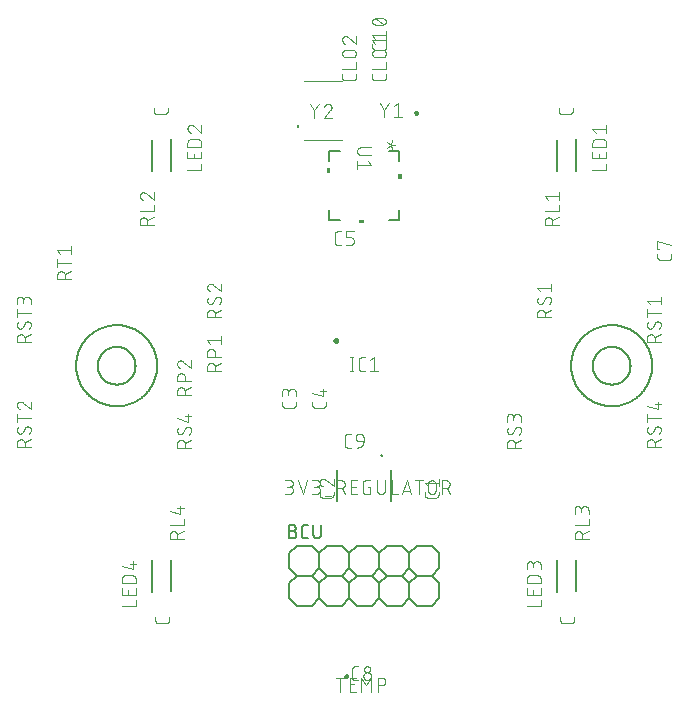
<source format=gbr>
G04 EAGLE Gerber X2 export*
%TF.Part,Single*%
%TF.FileFunction,Legend,Top,1*%
%TF.FilePolarity,Positive*%
%TF.GenerationSoftware,Autodesk,EAGLE,9.0.1*%
%TF.CreationDate,2018-05-23T18:29:57Z*%
G75*
%MOMM*%
%FSLAX34Y34*%
%LPD*%
%AMOC8*
5,1,8,0,0,1.08239X$1,22.5*%
G01*
%ADD10C,0.152400*%
%ADD11C,0.127000*%
%ADD12C,0.101600*%
%ADD13C,0.200000*%
%ADD14C,0.203200*%
%ADD15C,0.254000*%
%ADD16C,0.076200*%
%ADD17C,0.250000*%
%ADD18C,0.100000*%

G36*
X320164Y512123D02*
X320164Y512123D01*
X320166Y512122D01*
X320209Y512142D01*
X320253Y512160D01*
X320253Y512162D01*
X320255Y512163D01*
X320288Y512248D01*
X320288Y516058D01*
X320287Y516060D01*
X320288Y516062D01*
X320268Y516105D01*
X320250Y516149D01*
X320248Y516150D01*
X320247Y516152D01*
X320162Y516184D01*
X317622Y516184D01*
X317620Y516184D01*
X317618Y516184D01*
X317575Y516164D01*
X317531Y516146D01*
X317531Y516144D01*
X317529Y516143D01*
X317496Y516058D01*
X317496Y512248D01*
X317497Y512246D01*
X317496Y512244D01*
X317516Y512201D01*
X317534Y512157D01*
X317536Y512157D01*
X317537Y512155D01*
X317622Y512122D01*
X320162Y512122D01*
X320164Y512123D01*
G37*
G36*
X380880Y507121D02*
X380880Y507121D01*
X380882Y507121D01*
X380925Y507141D01*
X380969Y507159D01*
X380969Y507161D01*
X380971Y507162D01*
X381004Y507247D01*
X381004Y511057D01*
X381003Y511059D01*
X381004Y511061D01*
X380984Y511104D01*
X380966Y511148D01*
X380964Y511148D01*
X380963Y511150D01*
X380878Y511183D01*
X378338Y511183D01*
X378336Y511182D01*
X378334Y511183D01*
X378291Y511163D01*
X378247Y511145D01*
X378247Y511143D01*
X378245Y511142D01*
X378212Y511057D01*
X378212Y507247D01*
X378213Y507245D01*
X378212Y507243D01*
X378232Y507200D01*
X378250Y507156D01*
X378252Y507155D01*
X378253Y507153D01*
X378338Y507121D01*
X380878Y507121D01*
X380880Y507121D01*
G37*
G36*
X348656Y469897D02*
X348656Y469897D01*
X348658Y469896D01*
X348701Y469916D01*
X348745Y469934D01*
X348746Y469936D01*
X348748Y469937D01*
X348781Y470022D01*
X348781Y472562D01*
X348780Y472564D01*
X348781Y472566D01*
X348761Y472609D01*
X348742Y472653D01*
X348740Y472653D01*
X348739Y472655D01*
X348654Y472688D01*
X344844Y472688D01*
X344842Y472687D01*
X344840Y472688D01*
X344797Y472668D01*
X344754Y472650D01*
X344753Y472648D01*
X344751Y472647D01*
X344718Y472562D01*
X344718Y470022D01*
X344719Y470020D01*
X344718Y470018D01*
X344738Y469975D01*
X344757Y469931D01*
X344759Y469931D01*
X344759Y469929D01*
X344844Y469896D01*
X348654Y469896D01*
X348656Y469897D01*
G37*
D10*
X292100Y196850D02*
X304800Y196850D01*
X311150Y190500D01*
X311150Y177800D01*
X304800Y171450D01*
X285750Y177800D02*
X285750Y190500D01*
X292100Y196850D01*
X285750Y177800D02*
X292100Y171450D01*
X304800Y171450D01*
X311150Y165100D01*
X311150Y152400D01*
X304800Y146050D01*
X292100Y146050D01*
X285750Y165100D02*
X292100Y171450D01*
X285750Y165100D02*
X285750Y152400D01*
X292100Y146050D01*
X336550Y152400D02*
X336550Y165100D01*
X336550Y177800D02*
X336550Y190500D01*
X336550Y177800D02*
X330200Y171450D01*
X336550Y165100D01*
X336550Y152400D02*
X330200Y146050D01*
X336550Y190500D02*
X330200Y196850D01*
X317500Y196850D01*
X317500Y171450D02*
X330200Y171450D01*
X330200Y146050D02*
X317500Y146050D01*
X311150Y165100D02*
X317500Y171450D01*
X311150Y190500D02*
X317500Y196850D01*
X311150Y177800D02*
X317500Y171450D01*
X311150Y152400D02*
X317500Y146050D01*
X361950Y177800D02*
X361950Y190500D01*
X361950Y165100D02*
X361950Y152400D01*
X355600Y171450D02*
X361950Y177800D01*
X355600Y171450D02*
X361950Y165100D01*
X361950Y152400D02*
X355600Y146050D01*
X361950Y190500D02*
X355600Y196850D01*
X342900Y171450D02*
X336550Y165100D01*
X342900Y171450D02*
X336550Y177800D01*
X336550Y190500D02*
X342900Y196850D01*
X336550Y152400D02*
X342900Y146050D01*
X342900Y171450D02*
X355600Y171450D01*
X355600Y196850D02*
X342900Y196850D01*
X342900Y146050D02*
X355600Y146050D01*
X387350Y177800D02*
X387350Y190500D01*
X387350Y165100D02*
X387350Y152400D01*
X381000Y171450D02*
X368300Y171450D01*
X368300Y146050D02*
X381000Y146050D01*
X381000Y196850D02*
X368300Y196850D01*
X381000Y196850D02*
X387350Y190500D01*
X381000Y171450D02*
X387350Y165100D01*
X387350Y152400D02*
X381000Y146050D01*
X368300Y146050D02*
X361950Y152400D01*
X368300Y171450D02*
X361950Y177800D01*
X361950Y190500D02*
X368300Y196850D01*
X368300Y171450D02*
X361950Y165100D01*
X381000Y171450D02*
X387350Y177800D01*
X387350Y190500D02*
X393700Y196850D01*
X406400Y196850D01*
X412750Y190500D01*
X412750Y177800D01*
X406400Y171450D01*
X393700Y171450D01*
X387350Y177800D01*
X393700Y171450D02*
X387350Y165100D01*
X387350Y152400D02*
X393700Y146050D01*
X412750Y152400D02*
X412750Y165100D01*
X406400Y171450D01*
X412750Y152400D02*
X406400Y146050D01*
X393700Y146050D01*
D11*
X288798Y209423D02*
X285623Y209423D01*
X288798Y209423D02*
X288909Y209421D01*
X289019Y209415D01*
X289130Y209406D01*
X289240Y209392D01*
X289349Y209375D01*
X289458Y209354D01*
X289566Y209329D01*
X289673Y209300D01*
X289779Y209268D01*
X289884Y209232D01*
X289987Y209192D01*
X290089Y209149D01*
X290190Y209102D01*
X290289Y209051D01*
X290386Y208998D01*
X290480Y208941D01*
X290573Y208880D01*
X290664Y208817D01*
X290753Y208750D01*
X290839Y208680D01*
X290922Y208607D01*
X291004Y208532D01*
X291082Y208454D01*
X291157Y208372D01*
X291230Y208289D01*
X291300Y208203D01*
X291367Y208114D01*
X291430Y208023D01*
X291491Y207930D01*
X291548Y207835D01*
X291601Y207739D01*
X291652Y207640D01*
X291699Y207539D01*
X291742Y207437D01*
X291782Y207334D01*
X291818Y207229D01*
X291850Y207123D01*
X291879Y207016D01*
X291904Y206908D01*
X291925Y206799D01*
X291942Y206690D01*
X291956Y206580D01*
X291965Y206469D01*
X291971Y206359D01*
X291973Y206248D01*
X291971Y206137D01*
X291965Y206027D01*
X291956Y205916D01*
X291942Y205806D01*
X291925Y205697D01*
X291904Y205588D01*
X291879Y205480D01*
X291850Y205373D01*
X291818Y205267D01*
X291782Y205162D01*
X291742Y205059D01*
X291699Y204957D01*
X291652Y204856D01*
X291601Y204757D01*
X291548Y204660D01*
X291491Y204566D01*
X291430Y204473D01*
X291367Y204382D01*
X291300Y204293D01*
X291230Y204207D01*
X291157Y204124D01*
X291082Y204042D01*
X291004Y203964D01*
X290922Y203889D01*
X290839Y203816D01*
X290753Y203746D01*
X290664Y203679D01*
X290573Y203616D01*
X290480Y203555D01*
X290386Y203498D01*
X290289Y203445D01*
X290190Y203394D01*
X290089Y203347D01*
X289987Y203304D01*
X289884Y203264D01*
X289779Y203228D01*
X289673Y203196D01*
X289566Y203167D01*
X289458Y203142D01*
X289349Y203121D01*
X289240Y203104D01*
X289130Y203090D01*
X289019Y203081D01*
X288909Y203075D01*
X288798Y203073D01*
X285623Y203073D01*
X285623Y214503D01*
X288798Y214503D01*
X288898Y214501D01*
X288997Y214495D01*
X289097Y214485D01*
X289195Y214472D01*
X289294Y214454D01*
X289391Y214433D01*
X289487Y214408D01*
X289583Y214379D01*
X289677Y214346D01*
X289770Y214310D01*
X289861Y214270D01*
X289951Y214226D01*
X290039Y214179D01*
X290125Y214129D01*
X290209Y214075D01*
X290291Y214018D01*
X290370Y213958D01*
X290448Y213894D01*
X290522Y213828D01*
X290594Y213759D01*
X290663Y213687D01*
X290729Y213613D01*
X290793Y213535D01*
X290853Y213456D01*
X290910Y213374D01*
X290964Y213290D01*
X291014Y213204D01*
X291061Y213116D01*
X291105Y213026D01*
X291145Y212935D01*
X291181Y212842D01*
X291214Y212748D01*
X291243Y212652D01*
X291268Y212556D01*
X291289Y212459D01*
X291307Y212360D01*
X291320Y212262D01*
X291330Y212162D01*
X291336Y212063D01*
X291338Y211963D01*
X291336Y211863D01*
X291330Y211764D01*
X291320Y211664D01*
X291307Y211566D01*
X291289Y211467D01*
X291268Y211370D01*
X291243Y211274D01*
X291214Y211178D01*
X291181Y211084D01*
X291145Y210991D01*
X291105Y210900D01*
X291061Y210810D01*
X291014Y210722D01*
X290964Y210636D01*
X290910Y210552D01*
X290853Y210470D01*
X290793Y210391D01*
X290729Y210313D01*
X290663Y210239D01*
X290594Y210167D01*
X290522Y210098D01*
X290448Y210032D01*
X290370Y209968D01*
X290291Y209908D01*
X290209Y209851D01*
X290125Y209797D01*
X290039Y209747D01*
X289951Y209700D01*
X289861Y209656D01*
X289770Y209616D01*
X289677Y209580D01*
X289583Y209547D01*
X289487Y209518D01*
X289391Y209493D01*
X289294Y209472D01*
X289195Y209454D01*
X289097Y209441D01*
X288997Y209431D01*
X288898Y209425D01*
X288798Y209423D01*
X298984Y203073D02*
X301524Y203073D01*
X298984Y203073D02*
X298884Y203075D01*
X298785Y203081D01*
X298685Y203091D01*
X298587Y203104D01*
X298488Y203122D01*
X298391Y203143D01*
X298295Y203168D01*
X298199Y203197D01*
X298105Y203230D01*
X298012Y203266D01*
X297921Y203306D01*
X297831Y203350D01*
X297743Y203397D01*
X297657Y203447D01*
X297573Y203501D01*
X297491Y203558D01*
X297412Y203618D01*
X297334Y203682D01*
X297260Y203748D01*
X297188Y203817D01*
X297119Y203889D01*
X297053Y203963D01*
X296989Y204041D01*
X296929Y204120D01*
X296872Y204202D01*
X296818Y204286D01*
X296768Y204372D01*
X296721Y204460D01*
X296677Y204550D01*
X296637Y204641D01*
X296601Y204734D01*
X296568Y204828D01*
X296539Y204924D01*
X296514Y205020D01*
X296493Y205117D01*
X296475Y205216D01*
X296462Y205314D01*
X296452Y205414D01*
X296446Y205513D01*
X296444Y205613D01*
X296444Y211963D01*
X296446Y212063D01*
X296452Y212162D01*
X296462Y212262D01*
X296475Y212360D01*
X296493Y212459D01*
X296514Y212556D01*
X296539Y212652D01*
X296568Y212748D01*
X296601Y212842D01*
X296637Y212935D01*
X296677Y213026D01*
X296721Y213116D01*
X296768Y213204D01*
X296818Y213290D01*
X296872Y213374D01*
X296929Y213456D01*
X296989Y213535D01*
X297053Y213613D01*
X297119Y213687D01*
X297188Y213759D01*
X297260Y213828D01*
X297334Y213894D01*
X297412Y213958D01*
X297491Y214018D01*
X297573Y214075D01*
X297657Y214129D01*
X297743Y214179D01*
X297831Y214226D01*
X297921Y214270D01*
X298012Y214310D01*
X298105Y214346D01*
X298199Y214379D01*
X298295Y214408D01*
X298391Y214433D01*
X298488Y214454D01*
X298587Y214472D01*
X298685Y214485D01*
X298785Y214495D01*
X298884Y214501D01*
X298984Y214503D01*
X301524Y214503D01*
X306387Y214503D02*
X306387Y206248D01*
X306389Y206137D01*
X306395Y206027D01*
X306404Y205916D01*
X306418Y205806D01*
X306435Y205697D01*
X306456Y205588D01*
X306481Y205480D01*
X306510Y205373D01*
X306542Y205267D01*
X306578Y205162D01*
X306618Y205059D01*
X306661Y204957D01*
X306708Y204856D01*
X306759Y204757D01*
X306812Y204661D01*
X306869Y204566D01*
X306930Y204473D01*
X306993Y204382D01*
X307060Y204293D01*
X307130Y204207D01*
X307203Y204124D01*
X307278Y204042D01*
X307356Y203964D01*
X307438Y203889D01*
X307521Y203816D01*
X307607Y203746D01*
X307696Y203679D01*
X307787Y203616D01*
X307880Y203555D01*
X307975Y203498D01*
X308071Y203445D01*
X308170Y203394D01*
X308271Y203347D01*
X308373Y203304D01*
X308476Y203264D01*
X308581Y203228D01*
X308687Y203196D01*
X308794Y203167D01*
X308902Y203142D01*
X309011Y203121D01*
X309120Y203104D01*
X309230Y203090D01*
X309341Y203081D01*
X309451Y203075D01*
X309562Y203073D01*
X309673Y203075D01*
X309783Y203081D01*
X309894Y203090D01*
X310004Y203104D01*
X310113Y203121D01*
X310222Y203142D01*
X310330Y203167D01*
X310437Y203196D01*
X310543Y203228D01*
X310648Y203264D01*
X310751Y203304D01*
X310853Y203347D01*
X310954Y203394D01*
X311053Y203445D01*
X311149Y203498D01*
X311244Y203555D01*
X311337Y203616D01*
X311428Y203679D01*
X311517Y203746D01*
X311603Y203816D01*
X311686Y203889D01*
X311768Y203964D01*
X311846Y204042D01*
X311921Y204124D01*
X311994Y204207D01*
X312064Y204293D01*
X312131Y204382D01*
X312194Y204473D01*
X312255Y204566D01*
X312312Y204660D01*
X312365Y204757D01*
X312416Y204856D01*
X312463Y204957D01*
X312506Y205059D01*
X312546Y205162D01*
X312582Y205267D01*
X312614Y205373D01*
X312643Y205480D01*
X312668Y205588D01*
X312689Y205697D01*
X312706Y205806D01*
X312720Y205916D01*
X312729Y206027D01*
X312735Y206137D01*
X312737Y206248D01*
X312737Y214503D01*
D12*
X285759Y240398D02*
X282514Y240398D01*
X285759Y240398D02*
X285872Y240400D01*
X285985Y240406D01*
X286098Y240416D01*
X286211Y240430D01*
X286323Y240447D01*
X286434Y240469D01*
X286544Y240494D01*
X286654Y240524D01*
X286762Y240557D01*
X286869Y240594D01*
X286975Y240634D01*
X287079Y240679D01*
X287182Y240727D01*
X287283Y240778D01*
X287382Y240833D01*
X287479Y240891D01*
X287574Y240953D01*
X287667Y241018D01*
X287757Y241086D01*
X287845Y241157D01*
X287931Y241232D01*
X288014Y241309D01*
X288094Y241389D01*
X288171Y241472D01*
X288246Y241558D01*
X288317Y241646D01*
X288385Y241736D01*
X288450Y241829D01*
X288512Y241924D01*
X288570Y242021D01*
X288625Y242120D01*
X288676Y242221D01*
X288724Y242324D01*
X288769Y242428D01*
X288809Y242534D01*
X288846Y242641D01*
X288879Y242749D01*
X288909Y242859D01*
X288934Y242969D01*
X288956Y243080D01*
X288973Y243192D01*
X288987Y243305D01*
X288997Y243418D01*
X289003Y243531D01*
X289005Y243644D01*
X289003Y243757D01*
X288997Y243870D01*
X288987Y243983D01*
X288973Y244096D01*
X288956Y244208D01*
X288934Y244319D01*
X288909Y244429D01*
X288879Y244539D01*
X288846Y244647D01*
X288809Y244754D01*
X288769Y244860D01*
X288724Y244964D01*
X288676Y245067D01*
X288625Y245168D01*
X288570Y245267D01*
X288512Y245364D01*
X288450Y245459D01*
X288385Y245552D01*
X288317Y245642D01*
X288246Y245730D01*
X288171Y245816D01*
X288094Y245899D01*
X288014Y245979D01*
X287931Y246056D01*
X287845Y246131D01*
X287757Y246202D01*
X287667Y246270D01*
X287574Y246335D01*
X287479Y246397D01*
X287382Y246455D01*
X287283Y246510D01*
X287182Y246561D01*
X287079Y246609D01*
X286975Y246654D01*
X286869Y246694D01*
X286762Y246731D01*
X286654Y246764D01*
X286544Y246794D01*
X286434Y246819D01*
X286323Y246841D01*
X286211Y246858D01*
X286098Y246872D01*
X285985Y246882D01*
X285872Y246888D01*
X285759Y246890D01*
X286408Y252082D02*
X282514Y252082D01*
X286408Y252082D02*
X286509Y252080D01*
X286609Y252074D01*
X286709Y252064D01*
X286809Y252051D01*
X286908Y252033D01*
X287007Y252012D01*
X287104Y251987D01*
X287201Y251958D01*
X287296Y251925D01*
X287390Y251889D01*
X287482Y251849D01*
X287573Y251806D01*
X287662Y251759D01*
X287749Y251709D01*
X287835Y251655D01*
X287918Y251598D01*
X287998Y251538D01*
X288077Y251475D01*
X288153Y251408D01*
X288226Y251339D01*
X288296Y251267D01*
X288364Y251193D01*
X288429Y251116D01*
X288490Y251036D01*
X288549Y250954D01*
X288604Y250870D01*
X288656Y250784D01*
X288705Y250696D01*
X288750Y250606D01*
X288792Y250514D01*
X288830Y250421D01*
X288864Y250326D01*
X288895Y250231D01*
X288922Y250134D01*
X288945Y250036D01*
X288965Y249937D01*
X288980Y249837D01*
X288992Y249737D01*
X289000Y249637D01*
X289004Y249536D01*
X289004Y249436D01*
X289000Y249335D01*
X288992Y249235D01*
X288980Y249135D01*
X288965Y249035D01*
X288945Y248936D01*
X288922Y248838D01*
X288895Y248741D01*
X288864Y248646D01*
X288830Y248551D01*
X288792Y248458D01*
X288750Y248366D01*
X288705Y248276D01*
X288656Y248188D01*
X288604Y248102D01*
X288549Y248018D01*
X288490Y247936D01*
X288429Y247856D01*
X288364Y247779D01*
X288296Y247705D01*
X288226Y247633D01*
X288153Y247564D01*
X288077Y247497D01*
X287998Y247434D01*
X287918Y247374D01*
X287835Y247317D01*
X287749Y247263D01*
X287662Y247213D01*
X287573Y247166D01*
X287482Y247123D01*
X287390Y247083D01*
X287296Y247047D01*
X287201Y247014D01*
X287104Y246985D01*
X287007Y246960D01*
X286908Y246939D01*
X286809Y246921D01*
X286709Y246908D01*
X286609Y246898D01*
X286509Y246892D01*
X286408Y246890D01*
X286408Y246889D02*
X283812Y246889D01*
X293295Y252082D02*
X297189Y240398D01*
X301084Y252082D01*
X305374Y240398D02*
X308619Y240398D01*
X308732Y240400D01*
X308845Y240406D01*
X308958Y240416D01*
X309071Y240430D01*
X309183Y240447D01*
X309294Y240469D01*
X309404Y240494D01*
X309514Y240524D01*
X309622Y240557D01*
X309729Y240594D01*
X309835Y240634D01*
X309939Y240679D01*
X310042Y240727D01*
X310143Y240778D01*
X310242Y240833D01*
X310339Y240891D01*
X310434Y240953D01*
X310527Y241018D01*
X310617Y241086D01*
X310705Y241157D01*
X310791Y241232D01*
X310874Y241309D01*
X310954Y241389D01*
X311031Y241472D01*
X311106Y241558D01*
X311177Y241646D01*
X311245Y241736D01*
X311310Y241829D01*
X311372Y241924D01*
X311430Y242021D01*
X311485Y242120D01*
X311536Y242221D01*
X311584Y242324D01*
X311629Y242428D01*
X311669Y242534D01*
X311706Y242641D01*
X311739Y242749D01*
X311769Y242859D01*
X311794Y242969D01*
X311816Y243080D01*
X311833Y243192D01*
X311847Y243305D01*
X311857Y243418D01*
X311863Y243531D01*
X311865Y243644D01*
X311863Y243757D01*
X311857Y243870D01*
X311847Y243983D01*
X311833Y244096D01*
X311816Y244208D01*
X311794Y244319D01*
X311769Y244429D01*
X311739Y244539D01*
X311706Y244647D01*
X311669Y244754D01*
X311629Y244860D01*
X311584Y244964D01*
X311536Y245067D01*
X311485Y245168D01*
X311430Y245267D01*
X311372Y245364D01*
X311310Y245459D01*
X311245Y245552D01*
X311177Y245642D01*
X311106Y245730D01*
X311031Y245816D01*
X310954Y245899D01*
X310874Y245979D01*
X310791Y246056D01*
X310705Y246131D01*
X310617Y246202D01*
X310527Y246270D01*
X310434Y246335D01*
X310339Y246397D01*
X310242Y246455D01*
X310143Y246510D01*
X310042Y246561D01*
X309939Y246609D01*
X309835Y246654D01*
X309729Y246694D01*
X309622Y246731D01*
X309514Y246764D01*
X309404Y246794D01*
X309294Y246819D01*
X309183Y246841D01*
X309071Y246858D01*
X308958Y246872D01*
X308845Y246882D01*
X308732Y246888D01*
X308619Y246890D01*
X309268Y252082D02*
X305374Y252082D01*
X309268Y252082D02*
X309369Y252080D01*
X309469Y252074D01*
X309569Y252064D01*
X309669Y252051D01*
X309768Y252033D01*
X309867Y252012D01*
X309964Y251987D01*
X310061Y251958D01*
X310156Y251925D01*
X310250Y251889D01*
X310342Y251849D01*
X310433Y251806D01*
X310522Y251759D01*
X310609Y251709D01*
X310695Y251655D01*
X310778Y251598D01*
X310858Y251538D01*
X310937Y251475D01*
X311013Y251408D01*
X311086Y251339D01*
X311156Y251267D01*
X311224Y251193D01*
X311289Y251116D01*
X311350Y251036D01*
X311409Y250954D01*
X311464Y250870D01*
X311516Y250784D01*
X311565Y250696D01*
X311610Y250606D01*
X311652Y250514D01*
X311690Y250421D01*
X311724Y250326D01*
X311755Y250231D01*
X311782Y250134D01*
X311805Y250036D01*
X311825Y249937D01*
X311840Y249837D01*
X311852Y249737D01*
X311860Y249637D01*
X311864Y249536D01*
X311864Y249436D01*
X311860Y249335D01*
X311852Y249235D01*
X311840Y249135D01*
X311825Y249035D01*
X311805Y248936D01*
X311782Y248838D01*
X311755Y248741D01*
X311724Y248646D01*
X311690Y248551D01*
X311652Y248458D01*
X311610Y248366D01*
X311565Y248276D01*
X311516Y248188D01*
X311464Y248102D01*
X311409Y248018D01*
X311350Y247936D01*
X311289Y247856D01*
X311224Y247779D01*
X311156Y247705D01*
X311086Y247633D01*
X311013Y247564D01*
X310937Y247497D01*
X310858Y247434D01*
X310778Y247374D01*
X310695Y247317D01*
X310609Y247263D01*
X310522Y247213D01*
X310433Y247166D01*
X310342Y247123D01*
X310250Y247083D01*
X310156Y247047D01*
X310061Y247014D01*
X309964Y246985D01*
X309867Y246960D01*
X309768Y246939D01*
X309669Y246921D01*
X309569Y246908D01*
X309469Y246898D01*
X309369Y246892D01*
X309268Y246890D01*
X309268Y246889D02*
X306672Y246889D01*
X316310Y239100D02*
X321503Y239100D01*
X326402Y240398D02*
X326402Y252082D01*
X329648Y252082D01*
X329761Y252080D01*
X329874Y252074D01*
X329987Y252064D01*
X330100Y252050D01*
X330212Y252033D01*
X330323Y252011D01*
X330433Y251986D01*
X330543Y251956D01*
X330651Y251923D01*
X330758Y251886D01*
X330864Y251846D01*
X330968Y251801D01*
X331071Y251753D01*
X331172Y251702D01*
X331271Y251647D01*
X331368Y251589D01*
X331463Y251527D01*
X331556Y251462D01*
X331646Y251394D01*
X331734Y251323D01*
X331820Y251248D01*
X331903Y251171D01*
X331983Y251091D01*
X332060Y251008D01*
X332135Y250922D01*
X332206Y250834D01*
X332274Y250744D01*
X332339Y250651D01*
X332401Y250556D01*
X332459Y250459D01*
X332514Y250360D01*
X332565Y250259D01*
X332613Y250156D01*
X332658Y250052D01*
X332698Y249946D01*
X332735Y249839D01*
X332768Y249731D01*
X332798Y249621D01*
X332823Y249511D01*
X332845Y249400D01*
X332862Y249288D01*
X332876Y249175D01*
X332886Y249062D01*
X332892Y248949D01*
X332894Y248836D01*
X332892Y248723D01*
X332886Y248610D01*
X332876Y248497D01*
X332862Y248384D01*
X332845Y248272D01*
X332823Y248161D01*
X332798Y248051D01*
X332768Y247941D01*
X332735Y247833D01*
X332698Y247726D01*
X332658Y247620D01*
X332613Y247516D01*
X332565Y247413D01*
X332514Y247312D01*
X332459Y247213D01*
X332401Y247116D01*
X332339Y247021D01*
X332274Y246928D01*
X332206Y246838D01*
X332135Y246750D01*
X332060Y246664D01*
X331983Y246581D01*
X331903Y246501D01*
X331820Y246424D01*
X331734Y246349D01*
X331646Y246278D01*
X331556Y246210D01*
X331463Y246145D01*
X331368Y246083D01*
X331271Y246025D01*
X331172Y245970D01*
X331071Y245919D01*
X330968Y245871D01*
X330864Y245826D01*
X330758Y245786D01*
X330651Y245749D01*
X330543Y245716D01*
X330433Y245686D01*
X330323Y245661D01*
X330212Y245639D01*
X330100Y245622D01*
X329987Y245608D01*
X329874Y245598D01*
X329761Y245592D01*
X329648Y245590D01*
X329648Y245591D02*
X326402Y245591D01*
X330297Y245591D02*
X332893Y240398D01*
X338162Y240398D02*
X343355Y240398D01*
X338162Y240398D02*
X338162Y252082D01*
X343355Y252082D01*
X342057Y246889D02*
X338162Y246889D01*
X352589Y246889D02*
X354537Y246889D01*
X354537Y240398D01*
X350642Y240398D01*
X350543Y240400D01*
X350443Y240406D01*
X350344Y240415D01*
X350246Y240428D01*
X350148Y240445D01*
X350050Y240466D01*
X349954Y240491D01*
X349859Y240519D01*
X349765Y240551D01*
X349672Y240586D01*
X349580Y240625D01*
X349490Y240668D01*
X349402Y240713D01*
X349315Y240763D01*
X349231Y240815D01*
X349148Y240871D01*
X349068Y240929D01*
X348990Y240991D01*
X348915Y241056D01*
X348842Y241124D01*
X348772Y241194D01*
X348704Y241267D01*
X348639Y241342D01*
X348577Y241420D01*
X348519Y241500D01*
X348463Y241583D01*
X348411Y241667D01*
X348361Y241754D01*
X348316Y241842D01*
X348273Y241932D01*
X348234Y242024D01*
X348199Y242117D01*
X348167Y242211D01*
X348139Y242306D01*
X348114Y242402D01*
X348093Y242500D01*
X348076Y242598D01*
X348063Y242696D01*
X348054Y242795D01*
X348048Y242895D01*
X348046Y242994D01*
X348046Y249486D01*
X348048Y249585D01*
X348054Y249685D01*
X348063Y249784D01*
X348076Y249882D01*
X348093Y249980D01*
X348114Y250078D01*
X348139Y250174D01*
X348167Y250269D01*
X348199Y250363D01*
X348234Y250456D01*
X348273Y250548D01*
X348316Y250638D01*
X348361Y250726D01*
X348411Y250813D01*
X348463Y250897D01*
X348519Y250980D01*
X348577Y251060D01*
X348639Y251138D01*
X348704Y251213D01*
X348772Y251286D01*
X348842Y251356D01*
X348915Y251424D01*
X348990Y251489D01*
X349068Y251551D01*
X349148Y251609D01*
X349231Y251665D01*
X349315Y251717D01*
X349402Y251767D01*
X349490Y251812D01*
X349580Y251855D01*
X349672Y251894D01*
X349764Y251929D01*
X349859Y251961D01*
X349954Y251989D01*
X350050Y252014D01*
X350148Y252035D01*
X350246Y252052D01*
X350344Y252065D01*
X350443Y252074D01*
X350543Y252080D01*
X350642Y252082D01*
X354537Y252082D01*
X360238Y252082D02*
X360238Y243644D01*
X360237Y243644D02*
X360239Y243531D01*
X360245Y243418D01*
X360255Y243305D01*
X360269Y243192D01*
X360286Y243080D01*
X360308Y242969D01*
X360333Y242859D01*
X360363Y242749D01*
X360396Y242641D01*
X360433Y242534D01*
X360473Y242428D01*
X360518Y242324D01*
X360566Y242221D01*
X360617Y242120D01*
X360672Y242021D01*
X360730Y241924D01*
X360792Y241829D01*
X360857Y241736D01*
X360925Y241646D01*
X360996Y241558D01*
X361071Y241472D01*
X361148Y241389D01*
X361228Y241309D01*
X361311Y241232D01*
X361397Y241157D01*
X361485Y241086D01*
X361575Y241018D01*
X361668Y240953D01*
X361763Y240891D01*
X361860Y240833D01*
X361959Y240778D01*
X362060Y240727D01*
X362163Y240679D01*
X362267Y240634D01*
X362373Y240594D01*
X362480Y240557D01*
X362588Y240524D01*
X362698Y240494D01*
X362808Y240469D01*
X362919Y240447D01*
X363031Y240430D01*
X363144Y240416D01*
X363257Y240406D01*
X363370Y240400D01*
X363483Y240398D01*
X363596Y240400D01*
X363709Y240406D01*
X363822Y240416D01*
X363935Y240430D01*
X364047Y240447D01*
X364158Y240469D01*
X364268Y240494D01*
X364378Y240524D01*
X364486Y240557D01*
X364593Y240594D01*
X364699Y240634D01*
X364803Y240679D01*
X364906Y240727D01*
X365007Y240778D01*
X365106Y240833D01*
X365203Y240891D01*
X365298Y240953D01*
X365391Y241018D01*
X365481Y241086D01*
X365569Y241157D01*
X365655Y241232D01*
X365738Y241309D01*
X365818Y241389D01*
X365895Y241472D01*
X365970Y241558D01*
X366041Y241646D01*
X366109Y241736D01*
X366174Y241829D01*
X366236Y241924D01*
X366294Y242021D01*
X366349Y242120D01*
X366400Y242221D01*
X366448Y242324D01*
X366493Y242428D01*
X366533Y242534D01*
X366570Y242641D01*
X366603Y242749D01*
X366633Y242859D01*
X366658Y242969D01*
X366680Y243080D01*
X366697Y243192D01*
X366711Y243305D01*
X366721Y243418D01*
X366727Y243531D01*
X366729Y243644D01*
X366729Y252082D01*
X372452Y252082D02*
X372452Y240398D01*
X377645Y240398D01*
X381306Y240398D02*
X385200Y252082D01*
X389095Y240398D01*
X388121Y243319D02*
X382279Y243319D01*
X395868Y240398D02*
X395868Y252082D01*
X392623Y252082D02*
X399114Y252082D01*
X403291Y248836D02*
X403291Y243644D01*
X403290Y248836D02*
X403292Y248949D01*
X403298Y249062D01*
X403308Y249175D01*
X403322Y249288D01*
X403339Y249400D01*
X403361Y249511D01*
X403386Y249621D01*
X403416Y249731D01*
X403449Y249839D01*
X403486Y249946D01*
X403526Y250052D01*
X403571Y250156D01*
X403619Y250259D01*
X403670Y250360D01*
X403725Y250459D01*
X403783Y250556D01*
X403845Y250651D01*
X403910Y250744D01*
X403978Y250834D01*
X404049Y250922D01*
X404124Y251008D01*
X404201Y251091D01*
X404281Y251171D01*
X404364Y251248D01*
X404450Y251323D01*
X404538Y251394D01*
X404628Y251462D01*
X404721Y251527D01*
X404816Y251589D01*
X404913Y251647D01*
X405012Y251702D01*
X405113Y251753D01*
X405216Y251801D01*
X405320Y251846D01*
X405426Y251886D01*
X405533Y251923D01*
X405641Y251956D01*
X405751Y251986D01*
X405861Y252011D01*
X405972Y252033D01*
X406084Y252050D01*
X406197Y252064D01*
X406310Y252074D01*
X406423Y252080D01*
X406536Y252082D01*
X406649Y252080D01*
X406762Y252074D01*
X406875Y252064D01*
X406988Y252050D01*
X407100Y252033D01*
X407211Y252011D01*
X407321Y251986D01*
X407431Y251956D01*
X407539Y251923D01*
X407646Y251886D01*
X407752Y251846D01*
X407856Y251801D01*
X407959Y251753D01*
X408060Y251702D01*
X408159Y251647D01*
X408256Y251589D01*
X408351Y251527D01*
X408444Y251462D01*
X408534Y251394D01*
X408622Y251323D01*
X408708Y251248D01*
X408791Y251171D01*
X408871Y251091D01*
X408948Y251008D01*
X409023Y250922D01*
X409094Y250834D01*
X409162Y250744D01*
X409227Y250651D01*
X409289Y250556D01*
X409347Y250459D01*
X409402Y250360D01*
X409453Y250259D01*
X409501Y250156D01*
X409546Y250052D01*
X409586Y249946D01*
X409623Y249839D01*
X409656Y249731D01*
X409686Y249621D01*
X409711Y249511D01*
X409733Y249400D01*
X409750Y249288D01*
X409764Y249175D01*
X409774Y249062D01*
X409780Y248949D01*
X409782Y248836D01*
X409782Y243644D01*
X409780Y243531D01*
X409774Y243418D01*
X409764Y243305D01*
X409750Y243192D01*
X409733Y243080D01*
X409711Y242969D01*
X409686Y242859D01*
X409656Y242749D01*
X409623Y242641D01*
X409586Y242534D01*
X409546Y242428D01*
X409501Y242324D01*
X409453Y242221D01*
X409402Y242120D01*
X409347Y242021D01*
X409289Y241924D01*
X409227Y241829D01*
X409162Y241736D01*
X409094Y241646D01*
X409023Y241558D01*
X408948Y241472D01*
X408871Y241389D01*
X408791Y241309D01*
X408708Y241232D01*
X408622Y241157D01*
X408534Y241086D01*
X408444Y241018D01*
X408351Y240953D01*
X408256Y240891D01*
X408159Y240833D01*
X408060Y240778D01*
X407959Y240727D01*
X407856Y240679D01*
X407752Y240634D01*
X407646Y240594D01*
X407539Y240557D01*
X407431Y240524D01*
X407321Y240494D01*
X407211Y240469D01*
X407100Y240447D01*
X406988Y240430D01*
X406875Y240416D01*
X406762Y240406D01*
X406649Y240400D01*
X406536Y240398D01*
X406423Y240400D01*
X406310Y240406D01*
X406197Y240416D01*
X406084Y240430D01*
X405972Y240447D01*
X405861Y240469D01*
X405751Y240494D01*
X405641Y240524D01*
X405533Y240557D01*
X405426Y240594D01*
X405320Y240634D01*
X405216Y240679D01*
X405113Y240727D01*
X405012Y240778D01*
X404913Y240833D01*
X404816Y240891D01*
X404721Y240953D01*
X404628Y241018D01*
X404538Y241086D01*
X404450Y241157D01*
X404364Y241232D01*
X404281Y241309D01*
X404201Y241389D01*
X404124Y241472D01*
X404049Y241558D01*
X403978Y241646D01*
X403910Y241736D01*
X403845Y241829D01*
X403783Y241924D01*
X403725Y242021D01*
X403670Y242120D01*
X403619Y242221D01*
X403571Y242324D01*
X403526Y242428D01*
X403486Y242534D01*
X403449Y242641D01*
X403416Y242749D01*
X403386Y242859D01*
X403361Y242969D01*
X403339Y243080D01*
X403322Y243192D01*
X403308Y243305D01*
X403298Y243418D01*
X403292Y243531D01*
X403290Y243644D01*
X415175Y240398D02*
X415175Y252082D01*
X418421Y252082D01*
X418534Y252080D01*
X418647Y252074D01*
X418760Y252064D01*
X418873Y252050D01*
X418985Y252033D01*
X419096Y252011D01*
X419206Y251986D01*
X419316Y251956D01*
X419424Y251923D01*
X419531Y251886D01*
X419637Y251846D01*
X419741Y251801D01*
X419844Y251753D01*
X419945Y251702D01*
X420044Y251647D01*
X420141Y251589D01*
X420236Y251527D01*
X420329Y251462D01*
X420419Y251394D01*
X420507Y251323D01*
X420593Y251248D01*
X420676Y251171D01*
X420756Y251091D01*
X420833Y251008D01*
X420908Y250922D01*
X420979Y250834D01*
X421047Y250744D01*
X421112Y250651D01*
X421174Y250556D01*
X421232Y250459D01*
X421287Y250360D01*
X421338Y250259D01*
X421386Y250156D01*
X421431Y250052D01*
X421471Y249946D01*
X421508Y249839D01*
X421541Y249731D01*
X421571Y249621D01*
X421596Y249511D01*
X421618Y249400D01*
X421635Y249288D01*
X421649Y249175D01*
X421659Y249062D01*
X421665Y248949D01*
X421667Y248836D01*
X421665Y248723D01*
X421659Y248610D01*
X421649Y248497D01*
X421635Y248384D01*
X421618Y248272D01*
X421596Y248161D01*
X421571Y248051D01*
X421541Y247941D01*
X421508Y247833D01*
X421471Y247726D01*
X421431Y247620D01*
X421386Y247516D01*
X421338Y247413D01*
X421287Y247312D01*
X421232Y247213D01*
X421174Y247116D01*
X421112Y247021D01*
X421047Y246928D01*
X420979Y246838D01*
X420908Y246750D01*
X420833Y246664D01*
X420756Y246581D01*
X420676Y246501D01*
X420593Y246424D01*
X420507Y246349D01*
X420419Y246278D01*
X420329Y246210D01*
X420236Y246145D01*
X420141Y246083D01*
X420044Y246025D01*
X419945Y245970D01*
X419844Y245919D01*
X419741Y245871D01*
X419637Y245826D01*
X419531Y245786D01*
X419424Y245749D01*
X419316Y245716D01*
X419206Y245686D01*
X419096Y245661D01*
X418985Y245639D01*
X418873Y245622D01*
X418760Y245608D01*
X418647Y245598D01*
X418534Y245592D01*
X418421Y245590D01*
X418421Y245591D02*
X415175Y245591D01*
X419070Y245591D02*
X421666Y240398D01*
D13*
X372250Y234650D02*
X372250Y260650D01*
X326250Y260650D02*
X326250Y234650D01*
X363910Y273520D02*
X363912Y273560D01*
X363918Y273600D01*
X363928Y273639D01*
X363941Y273677D01*
X363958Y273713D01*
X363979Y273748D01*
X364003Y273780D01*
X364030Y273810D01*
X364060Y273837D01*
X364092Y273861D01*
X364127Y273882D01*
X364163Y273899D01*
X364201Y273912D01*
X364240Y273922D01*
X364280Y273928D01*
X364320Y273930D01*
X364360Y273928D01*
X364400Y273922D01*
X364439Y273912D01*
X364477Y273899D01*
X364513Y273882D01*
X364548Y273861D01*
X364580Y273837D01*
X364610Y273810D01*
X364637Y273780D01*
X364661Y273748D01*
X364682Y273713D01*
X364699Y273677D01*
X364712Y273639D01*
X364722Y273600D01*
X364728Y273560D01*
X364730Y273520D01*
X364728Y273480D01*
X364722Y273440D01*
X364712Y273401D01*
X364699Y273363D01*
X364682Y273327D01*
X364661Y273292D01*
X364637Y273260D01*
X364610Y273230D01*
X364580Y273203D01*
X364548Y273179D01*
X364513Y273158D01*
X364477Y273141D01*
X364439Y273128D01*
X364400Y273118D01*
X364360Y273112D01*
X364320Y273110D01*
X364280Y273112D01*
X364240Y273118D01*
X364201Y273128D01*
X364163Y273141D01*
X364127Y273158D01*
X364092Y273179D01*
X364060Y273203D01*
X364030Y273230D01*
X364003Y273260D01*
X363979Y273292D01*
X363958Y273327D01*
X363941Y273363D01*
X363928Y273401D01*
X363918Y273440D01*
X363912Y273480D01*
X363910Y273520D01*
D12*
X412242Y242636D02*
X412242Y240039D01*
X412240Y239940D01*
X412234Y239840D01*
X412225Y239741D01*
X412212Y239643D01*
X412195Y239545D01*
X412174Y239447D01*
X412149Y239351D01*
X412121Y239256D01*
X412089Y239162D01*
X412054Y239069D01*
X412015Y238977D01*
X411972Y238887D01*
X411927Y238799D01*
X411877Y238712D01*
X411825Y238628D01*
X411769Y238545D01*
X411711Y238465D01*
X411649Y238387D01*
X411584Y238312D01*
X411516Y238239D01*
X411446Y238169D01*
X411373Y238101D01*
X411298Y238036D01*
X411220Y237974D01*
X411140Y237916D01*
X411057Y237860D01*
X410973Y237808D01*
X410886Y237758D01*
X410798Y237713D01*
X410708Y237670D01*
X410616Y237631D01*
X410523Y237596D01*
X410429Y237564D01*
X410334Y237536D01*
X410238Y237511D01*
X410140Y237490D01*
X410042Y237473D01*
X409944Y237460D01*
X409845Y237451D01*
X409745Y237445D01*
X409646Y237443D01*
X403154Y237443D01*
X403154Y237442D02*
X403055Y237444D01*
X402955Y237450D01*
X402856Y237459D01*
X402758Y237472D01*
X402660Y237490D01*
X402562Y237510D01*
X402466Y237535D01*
X402370Y237563D01*
X402276Y237595D01*
X402183Y237630D01*
X402092Y237669D01*
X402002Y237712D01*
X401913Y237757D01*
X401827Y237807D01*
X401742Y237859D01*
X401660Y237915D01*
X401580Y237974D01*
X401502Y238035D01*
X401426Y238100D01*
X401353Y238168D01*
X401283Y238238D01*
X401215Y238311D01*
X401150Y238387D01*
X401089Y238465D01*
X401030Y238545D01*
X400974Y238627D01*
X400922Y238712D01*
X400873Y238798D01*
X400827Y238887D01*
X400784Y238977D01*
X400745Y239068D01*
X400710Y239161D01*
X400678Y239255D01*
X400650Y239351D01*
X400625Y239447D01*
X400605Y239545D01*
X400587Y239643D01*
X400574Y239741D01*
X400565Y239840D01*
X400559Y239939D01*
X400557Y240039D01*
X400558Y240039D02*
X400558Y242636D01*
X403154Y247001D02*
X400558Y250246D01*
X412242Y250246D01*
X412242Y247001D02*
X412242Y253492D01*
X323342Y242636D02*
X323342Y240039D01*
X323340Y239940D01*
X323334Y239840D01*
X323325Y239741D01*
X323312Y239643D01*
X323295Y239545D01*
X323274Y239447D01*
X323249Y239351D01*
X323221Y239256D01*
X323189Y239162D01*
X323154Y239069D01*
X323115Y238977D01*
X323072Y238887D01*
X323027Y238799D01*
X322977Y238712D01*
X322925Y238628D01*
X322869Y238545D01*
X322811Y238465D01*
X322749Y238387D01*
X322684Y238312D01*
X322616Y238239D01*
X322546Y238169D01*
X322473Y238101D01*
X322398Y238036D01*
X322320Y237974D01*
X322240Y237916D01*
X322157Y237860D01*
X322073Y237808D01*
X321986Y237758D01*
X321898Y237713D01*
X321808Y237670D01*
X321716Y237631D01*
X321623Y237596D01*
X321529Y237564D01*
X321434Y237536D01*
X321338Y237511D01*
X321240Y237490D01*
X321142Y237473D01*
X321044Y237460D01*
X320945Y237451D01*
X320845Y237445D01*
X320746Y237443D01*
X314254Y237443D01*
X314254Y237442D02*
X314155Y237444D01*
X314055Y237450D01*
X313956Y237459D01*
X313858Y237472D01*
X313760Y237490D01*
X313662Y237510D01*
X313566Y237535D01*
X313470Y237563D01*
X313376Y237595D01*
X313283Y237630D01*
X313192Y237669D01*
X313102Y237712D01*
X313013Y237757D01*
X312927Y237807D01*
X312842Y237859D01*
X312760Y237915D01*
X312680Y237974D01*
X312602Y238035D01*
X312526Y238100D01*
X312453Y238168D01*
X312383Y238238D01*
X312315Y238311D01*
X312250Y238387D01*
X312189Y238465D01*
X312130Y238545D01*
X312074Y238627D01*
X312022Y238712D01*
X311973Y238798D01*
X311927Y238887D01*
X311884Y238977D01*
X311845Y239068D01*
X311810Y239161D01*
X311778Y239255D01*
X311750Y239351D01*
X311725Y239447D01*
X311705Y239545D01*
X311687Y239643D01*
X311674Y239741D01*
X311665Y239840D01*
X311659Y239939D01*
X311657Y240039D01*
X311658Y240039D02*
X311658Y242636D01*
X311658Y250571D02*
X311660Y250678D01*
X311666Y250784D01*
X311676Y250890D01*
X311689Y250996D01*
X311707Y251102D01*
X311728Y251206D01*
X311753Y251310D01*
X311782Y251413D01*
X311814Y251514D01*
X311851Y251614D01*
X311891Y251713D01*
X311934Y251811D01*
X311981Y251907D01*
X312032Y252001D01*
X312086Y252093D01*
X312143Y252183D01*
X312203Y252271D01*
X312267Y252356D01*
X312334Y252439D01*
X312404Y252520D01*
X312476Y252598D01*
X312552Y252674D01*
X312630Y252746D01*
X312711Y252816D01*
X312794Y252883D01*
X312879Y252947D01*
X312967Y253007D01*
X313057Y253064D01*
X313149Y253118D01*
X313243Y253169D01*
X313339Y253216D01*
X313437Y253259D01*
X313536Y253299D01*
X313636Y253336D01*
X313737Y253368D01*
X313840Y253397D01*
X313944Y253422D01*
X314048Y253443D01*
X314154Y253461D01*
X314260Y253474D01*
X314366Y253484D01*
X314472Y253490D01*
X314579Y253492D01*
X311658Y250571D02*
X311660Y250450D01*
X311666Y250329D01*
X311676Y250209D01*
X311689Y250088D01*
X311707Y249969D01*
X311728Y249849D01*
X311753Y249731D01*
X311782Y249614D01*
X311815Y249497D01*
X311851Y249382D01*
X311892Y249268D01*
X311935Y249155D01*
X311983Y249043D01*
X312034Y248934D01*
X312089Y248826D01*
X312147Y248719D01*
X312208Y248615D01*
X312273Y248513D01*
X312341Y248413D01*
X312412Y248315D01*
X312486Y248219D01*
X312563Y248126D01*
X312644Y248036D01*
X312727Y247948D01*
X312813Y247863D01*
X312902Y247780D01*
X312993Y247701D01*
X313087Y247624D01*
X313183Y247551D01*
X313281Y247481D01*
X313382Y247414D01*
X313485Y247350D01*
X313590Y247290D01*
X313697Y247232D01*
X313805Y247179D01*
X313915Y247129D01*
X314027Y247083D01*
X314140Y247040D01*
X314255Y247001D01*
X316851Y252518D02*
X316773Y252597D01*
X316693Y252673D01*
X316610Y252746D01*
X316524Y252816D01*
X316437Y252883D01*
X316346Y252947D01*
X316254Y253007D01*
X316160Y253065D01*
X316063Y253119D01*
X315965Y253169D01*
X315865Y253216D01*
X315764Y253260D01*
X315661Y253300D01*
X315556Y253336D01*
X315451Y253368D01*
X315344Y253397D01*
X315237Y253422D01*
X315128Y253444D01*
X315019Y253461D01*
X314910Y253475D01*
X314800Y253484D01*
X314689Y253490D01*
X314579Y253492D01*
X316851Y252518D02*
X323342Y247001D01*
X323342Y253492D01*
D10*
X524510Y349250D02*
X524520Y350092D01*
X524551Y350933D01*
X524603Y351773D01*
X524675Y352611D01*
X524768Y353447D01*
X524881Y354281D01*
X525015Y355112D01*
X525169Y355940D01*
X525343Y356763D01*
X525538Y357582D01*
X525752Y358396D01*
X525987Y359204D01*
X526241Y360006D01*
X526514Y360802D01*
X526808Y361591D01*
X527120Y362372D01*
X527452Y363146D01*
X527802Y363911D01*
X528171Y364667D01*
X528559Y365414D01*
X528965Y366151D01*
X529388Y366879D01*
X529830Y367595D01*
X530289Y368301D01*
X530765Y368994D01*
X531258Y369677D01*
X531768Y370346D01*
X532293Y371003D01*
X532835Y371647D01*
X533393Y372278D01*
X533966Y372894D01*
X534553Y373497D01*
X535156Y374084D01*
X535772Y374657D01*
X536403Y375215D01*
X537047Y375757D01*
X537704Y376282D01*
X538373Y376792D01*
X539056Y377285D01*
X539749Y377761D01*
X540455Y378220D01*
X541171Y378662D01*
X541899Y379085D01*
X542636Y379491D01*
X543383Y379879D01*
X544139Y380248D01*
X544904Y380598D01*
X545678Y380930D01*
X546459Y381242D01*
X547248Y381536D01*
X548044Y381809D01*
X548846Y382063D01*
X549654Y382298D01*
X550468Y382512D01*
X551287Y382707D01*
X552110Y382881D01*
X552938Y383035D01*
X553769Y383169D01*
X554603Y383282D01*
X555439Y383375D01*
X556277Y383447D01*
X557117Y383499D01*
X557958Y383530D01*
X558800Y383540D01*
X559642Y383530D01*
X560483Y383499D01*
X561323Y383447D01*
X562161Y383375D01*
X562997Y383282D01*
X563831Y383169D01*
X564662Y383035D01*
X565490Y382881D01*
X566313Y382707D01*
X567132Y382512D01*
X567946Y382298D01*
X568754Y382063D01*
X569556Y381809D01*
X570352Y381536D01*
X571141Y381242D01*
X571922Y380930D01*
X572696Y380598D01*
X573461Y380248D01*
X574217Y379879D01*
X574964Y379491D01*
X575701Y379085D01*
X576429Y378662D01*
X577145Y378220D01*
X577851Y377761D01*
X578544Y377285D01*
X579227Y376792D01*
X579896Y376282D01*
X580553Y375757D01*
X581197Y375215D01*
X581828Y374657D01*
X582444Y374084D01*
X583047Y373497D01*
X583634Y372894D01*
X584207Y372278D01*
X584765Y371647D01*
X585307Y371003D01*
X585832Y370346D01*
X586342Y369677D01*
X586835Y368994D01*
X587311Y368301D01*
X587770Y367595D01*
X588212Y366879D01*
X588635Y366151D01*
X589041Y365414D01*
X589429Y364667D01*
X589798Y363911D01*
X590148Y363146D01*
X590480Y362372D01*
X590792Y361591D01*
X591086Y360802D01*
X591359Y360006D01*
X591613Y359204D01*
X591848Y358396D01*
X592062Y357582D01*
X592257Y356763D01*
X592431Y355940D01*
X592585Y355112D01*
X592719Y354281D01*
X592832Y353447D01*
X592925Y352611D01*
X592997Y351773D01*
X593049Y350933D01*
X593080Y350092D01*
X593090Y349250D01*
X593080Y348408D01*
X593049Y347567D01*
X592997Y346727D01*
X592925Y345889D01*
X592832Y345053D01*
X592719Y344219D01*
X592585Y343388D01*
X592431Y342560D01*
X592257Y341737D01*
X592062Y340918D01*
X591848Y340104D01*
X591613Y339296D01*
X591359Y338494D01*
X591086Y337698D01*
X590792Y336909D01*
X590480Y336128D01*
X590148Y335354D01*
X589798Y334589D01*
X589429Y333833D01*
X589041Y333086D01*
X588635Y332349D01*
X588212Y331621D01*
X587770Y330905D01*
X587311Y330199D01*
X586835Y329506D01*
X586342Y328823D01*
X585832Y328154D01*
X585307Y327497D01*
X584765Y326853D01*
X584207Y326222D01*
X583634Y325606D01*
X583047Y325003D01*
X582444Y324416D01*
X581828Y323843D01*
X581197Y323285D01*
X580553Y322743D01*
X579896Y322218D01*
X579227Y321708D01*
X578544Y321215D01*
X577851Y320739D01*
X577145Y320280D01*
X576429Y319838D01*
X575701Y319415D01*
X574964Y319009D01*
X574217Y318621D01*
X573461Y318252D01*
X572696Y317902D01*
X571922Y317570D01*
X571141Y317258D01*
X570352Y316964D01*
X569556Y316691D01*
X568754Y316437D01*
X567946Y316202D01*
X567132Y315988D01*
X566313Y315793D01*
X565490Y315619D01*
X564662Y315465D01*
X563831Y315331D01*
X562997Y315218D01*
X562161Y315125D01*
X561323Y315053D01*
X560483Y315001D01*
X559642Y314970D01*
X558800Y314960D01*
X557958Y314970D01*
X557117Y315001D01*
X556277Y315053D01*
X555439Y315125D01*
X554603Y315218D01*
X553769Y315331D01*
X552938Y315465D01*
X552110Y315619D01*
X551287Y315793D01*
X550468Y315988D01*
X549654Y316202D01*
X548846Y316437D01*
X548044Y316691D01*
X547248Y316964D01*
X546459Y317258D01*
X545678Y317570D01*
X544904Y317902D01*
X544139Y318252D01*
X543383Y318621D01*
X542636Y319009D01*
X541899Y319415D01*
X541171Y319838D01*
X540455Y320280D01*
X539749Y320739D01*
X539056Y321215D01*
X538373Y321708D01*
X537704Y322218D01*
X537047Y322743D01*
X536403Y323285D01*
X535772Y323843D01*
X535156Y324416D01*
X534553Y325003D01*
X533966Y325606D01*
X533393Y326222D01*
X532835Y326853D01*
X532293Y327497D01*
X531768Y328154D01*
X531258Y328823D01*
X530765Y329506D01*
X530289Y330199D01*
X529830Y330905D01*
X529388Y331621D01*
X528965Y332349D01*
X528559Y333086D01*
X528171Y333833D01*
X527802Y334589D01*
X527452Y335354D01*
X527120Y336128D01*
X526808Y336909D01*
X526514Y337698D01*
X526241Y338494D01*
X525987Y339296D01*
X525752Y340104D01*
X525538Y340918D01*
X525343Y341737D01*
X525169Y342560D01*
X525015Y343388D01*
X524881Y344219D01*
X524768Y345053D01*
X524675Y345889D01*
X524603Y346727D01*
X524551Y347567D01*
X524520Y348408D01*
X524510Y349250D01*
D14*
X542800Y349250D02*
X542805Y349643D01*
X542819Y350035D01*
X542843Y350427D01*
X542877Y350818D01*
X542920Y351209D01*
X542973Y351598D01*
X543036Y351985D01*
X543107Y352371D01*
X543189Y352756D01*
X543279Y353138D01*
X543380Y353517D01*
X543489Y353895D01*
X543608Y354269D01*
X543735Y354640D01*
X543872Y355008D01*
X544018Y355373D01*
X544173Y355734D01*
X544336Y356091D01*
X544508Y356444D01*
X544689Y356792D01*
X544879Y357136D01*
X545076Y357476D01*
X545282Y357810D01*
X545496Y358139D01*
X545719Y358463D01*
X545949Y358781D01*
X546186Y359094D01*
X546432Y359400D01*
X546685Y359701D01*
X546945Y359995D01*
X547212Y360283D01*
X547486Y360564D01*
X547767Y360838D01*
X548055Y361105D01*
X548349Y361365D01*
X548650Y361618D01*
X548956Y361864D01*
X549269Y362101D01*
X549587Y362331D01*
X549911Y362554D01*
X550240Y362768D01*
X550574Y362974D01*
X550914Y363171D01*
X551258Y363361D01*
X551606Y363542D01*
X551959Y363714D01*
X552316Y363877D01*
X552677Y364032D01*
X553042Y364178D01*
X553410Y364315D01*
X553781Y364442D01*
X554155Y364561D01*
X554533Y364670D01*
X554912Y364771D01*
X555294Y364861D01*
X555679Y364943D01*
X556065Y365014D01*
X556452Y365077D01*
X556841Y365130D01*
X557232Y365173D01*
X557623Y365207D01*
X558015Y365231D01*
X558407Y365245D01*
X558800Y365250D01*
X559193Y365245D01*
X559585Y365231D01*
X559977Y365207D01*
X560368Y365173D01*
X560759Y365130D01*
X561148Y365077D01*
X561535Y365014D01*
X561921Y364943D01*
X562306Y364861D01*
X562688Y364771D01*
X563067Y364670D01*
X563445Y364561D01*
X563819Y364442D01*
X564190Y364315D01*
X564558Y364178D01*
X564923Y364032D01*
X565284Y363877D01*
X565641Y363714D01*
X565994Y363542D01*
X566342Y363361D01*
X566686Y363171D01*
X567026Y362974D01*
X567360Y362768D01*
X567689Y362554D01*
X568013Y362331D01*
X568331Y362101D01*
X568644Y361864D01*
X568950Y361618D01*
X569251Y361365D01*
X569545Y361105D01*
X569833Y360838D01*
X570114Y360564D01*
X570388Y360283D01*
X570655Y359995D01*
X570915Y359701D01*
X571168Y359400D01*
X571414Y359094D01*
X571651Y358781D01*
X571881Y358463D01*
X572104Y358139D01*
X572318Y357810D01*
X572524Y357476D01*
X572721Y357136D01*
X572911Y356792D01*
X573092Y356444D01*
X573264Y356091D01*
X573427Y355734D01*
X573582Y355373D01*
X573728Y355008D01*
X573865Y354640D01*
X573992Y354269D01*
X574111Y353895D01*
X574220Y353517D01*
X574321Y353138D01*
X574411Y352756D01*
X574493Y352371D01*
X574564Y351985D01*
X574627Y351598D01*
X574680Y351209D01*
X574723Y350818D01*
X574757Y350427D01*
X574781Y350035D01*
X574795Y349643D01*
X574800Y349250D01*
X574795Y348857D01*
X574781Y348465D01*
X574757Y348073D01*
X574723Y347682D01*
X574680Y347291D01*
X574627Y346902D01*
X574564Y346515D01*
X574493Y346129D01*
X574411Y345744D01*
X574321Y345362D01*
X574220Y344983D01*
X574111Y344605D01*
X573992Y344231D01*
X573865Y343860D01*
X573728Y343492D01*
X573582Y343127D01*
X573427Y342766D01*
X573264Y342409D01*
X573092Y342056D01*
X572911Y341708D01*
X572721Y341364D01*
X572524Y341024D01*
X572318Y340690D01*
X572104Y340361D01*
X571881Y340037D01*
X571651Y339719D01*
X571414Y339406D01*
X571168Y339100D01*
X570915Y338799D01*
X570655Y338505D01*
X570388Y338217D01*
X570114Y337936D01*
X569833Y337662D01*
X569545Y337395D01*
X569251Y337135D01*
X568950Y336882D01*
X568644Y336636D01*
X568331Y336399D01*
X568013Y336169D01*
X567689Y335946D01*
X567360Y335732D01*
X567026Y335526D01*
X566686Y335329D01*
X566342Y335139D01*
X565994Y334958D01*
X565641Y334786D01*
X565284Y334623D01*
X564923Y334468D01*
X564558Y334322D01*
X564190Y334185D01*
X563819Y334058D01*
X563445Y333939D01*
X563067Y333830D01*
X562688Y333729D01*
X562306Y333639D01*
X561921Y333557D01*
X561535Y333486D01*
X561148Y333423D01*
X560759Y333370D01*
X560368Y333327D01*
X559977Y333293D01*
X559585Y333269D01*
X559193Y333255D01*
X558800Y333250D01*
X558407Y333255D01*
X558015Y333269D01*
X557623Y333293D01*
X557232Y333327D01*
X556841Y333370D01*
X556452Y333423D01*
X556065Y333486D01*
X555679Y333557D01*
X555294Y333639D01*
X554912Y333729D01*
X554533Y333830D01*
X554155Y333939D01*
X553781Y334058D01*
X553410Y334185D01*
X553042Y334322D01*
X552677Y334468D01*
X552316Y334623D01*
X551959Y334786D01*
X551606Y334958D01*
X551258Y335139D01*
X550914Y335329D01*
X550574Y335526D01*
X550240Y335732D01*
X549911Y335946D01*
X549587Y336169D01*
X549269Y336399D01*
X548956Y336636D01*
X548650Y336882D01*
X548349Y337135D01*
X548055Y337395D01*
X547767Y337662D01*
X547486Y337936D01*
X547212Y338217D01*
X546945Y338505D01*
X546685Y338799D01*
X546432Y339100D01*
X546186Y339406D01*
X545949Y339719D01*
X545719Y340037D01*
X545496Y340361D01*
X545282Y340690D01*
X545076Y341024D01*
X544879Y341364D01*
X544689Y341708D01*
X544508Y342056D01*
X544336Y342409D01*
X544173Y342766D01*
X544018Y343127D01*
X543872Y343492D01*
X543735Y343860D01*
X543608Y344231D01*
X543489Y344605D01*
X543380Y344983D01*
X543279Y345362D01*
X543189Y345744D01*
X543107Y346129D01*
X543036Y346515D01*
X542973Y346902D01*
X542920Y347291D01*
X542877Y347682D01*
X542843Y348073D01*
X542819Y348465D01*
X542805Y348857D01*
X542800Y349250D01*
D10*
X105410Y349250D02*
X105420Y350092D01*
X105451Y350933D01*
X105503Y351773D01*
X105575Y352611D01*
X105668Y353447D01*
X105781Y354281D01*
X105915Y355112D01*
X106069Y355940D01*
X106243Y356763D01*
X106438Y357582D01*
X106652Y358396D01*
X106887Y359204D01*
X107141Y360006D01*
X107414Y360802D01*
X107708Y361591D01*
X108020Y362372D01*
X108352Y363146D01*
X108702Y363911D01*
X109071Y364667D01*
X109459Y365414D01*
X109865Y366151D01*
X110288Y366879D01*
X110730Y367595D01*
X111189Y368301D01*
X111665Y368994D01*
X112158Y369677D01*
X112668Y370346D01*
X113193Y371003D01*
X113735Y371647D01*
X114293Y372278D01*
X114866Y372894D01*
X115453Y373497D01*
X116056Y374084D01*
X116672Y374657D01*
X117303Y375215D01*
X117947Y375757D01*
X118604Y376282D01*
X119273Y376792D01*
X119956Y377285D01*
X120649Y377761D01*
X121355Y378220D01*
X122071Y378662D01*
X122799Y379085D01*
X123536Y379491D01*
X124283Y379879D01*
X125039Y380248D01*
X125804Y380598D01*
X126578Y380930D01*
X127359Y381242D01*
X128148Y381536D01*
X128944Y381809D01*
X129746Y382063D01*
X130554Y382298D01*
X131368Y382512D01*
X132187Y382707D01*
X133010Y382881D01*
X133838Y383035D01*
X134669Y383169D01*
X135503Y383282D01*
X136339Y383375D01*
X137177Y383447D01*
X138017Y383499D01*
X138858Y383530D01*
X139700Y383540D01*
X140542Y383530D01*
X141383Y383499D01*
X142223Y383447D01*
X143061Y383375D01*
X143897Y383282D01*
X144731Y383169D01*
X145562Y383035D01*
X146390Y382881D01*
X147213Y382707D01*
X148032Y382512D01*
X148846Y382298D01*
X149654Y382063D01*
X150456Y381809D01*
X151252Y381536D01*
X152041Y381242D01*
X152822Y380930D01*
X153596Y380598D01*
X154361Y380248D01*
X155117Y379879D01*
X155864Y379491D01*
X156601Y379085D01*
X157329Y378662D01*
X158045Y378220D01*
X158751Y377761D01*
X159444Y377285D01*
X160127Y376792D01*
X160796Y376282D01*
X161453Y375757D01*
X162097Y375215D01*
X162728Y374657D01*
X163344Y374084D01*
X163947Y373497D01*
X164534Y372894D01*
X165107Y372278D01*
X165665Y371647D01*
X166207Y371003D01*
X166732Y370346D01*
X167242Y369677D01*
X167735Y368994D01*
X168211Y368301D01*
X168670Y367595D01*
X169112Y366879D01*
X169535Y366151D01*
X169941Y365414D01*
X170329Y364667D01*
X170698Y363911D01*
X171048Y363146D01*
X171380Y362372D01*
X171692Y361591D01*
X171986Y360802D01*
X172259Y360006D01*
X172513Y359204D01*
X172748Y358396D01*
X172962Y357582D01*
X173157Y356763D01*
X173331Y355940D01*
X173485Y355112D01*
X173619Y354281D01*
X173732Y353447D01*
X173825Y352611D01*
X173897Y351773D01*
X173949Y350933D01*
X173980Y350092D01*
X173990Y349250D01*
X173980Y348408D01*
X173949Y347567D01*
X173897Y346727D01*
X173825Y345889D01*
X173732Y345053D01*
X173619Y344219D01*
X173485Y343388D01*
X173331Y342560D01*
X173157Y341737D01*
X172962Y340918D01*
X172748Y340104D01*
X172513Y339296D01*
X172259Y338494D01*
X171986Y337698D01*
X171692Y336909D01*
X171380Y336128D01*
X171048Y335354D01*
X170698Y334589D01*
X170329Y333833D01*
X169941Y333086D01*
X169535Y332349D01*
X169112Y331621D01*
X168670Y330905D01*
X168211Y330199D01*
X167735Y329506D01*
X167242Y328823D01*
X166732Y328154D01*
X166207Y327497D01*
X165665Y326853D01*
X165107Y326222D01*
X164534Y325606D01*
X163947Y325003D01*
X163344Y324416D01*
X162728Y323843D01*
X162097Y323285D01*
X161453Y322743D01*
X160796Y322218D01*
X160127Y321708D01*
X159444Y321215D01*
X158751Y320739D01*
X158045Y320280D01*
X157329Y319838D01*
X156601Y319415D01*
X155864Y319009D01*
X155117Y318621D01*
X154361Y318252D01*
X153596Y317902D01*
X152822Y317570D01*
X152041Y317258D01*
X151252Y316964D01*
X150456Y316691D01*
X149654Y316437D01*
X148846Y316202D01*
X148032Y315988D01*
X147213Y315793D01*
X146390Y315619D01*
X145562Y315465D01*
X144731Y315331D01*
X143897Y315218D01*
X143061Y315125D01*
X142223Y315053D01*
X141383Y315001D01*
X140542Y314970D01*
X139700Y314960D01*
X138858Y314970D01*
X138017Y315001D01*
X137177Y315053D01*
X136339Y315125D01*
X135503Y315218D01*
X134669Y315331D01*
X133838Y315465D01*
X133010Y315619D01*
X132187Y315793D01*
X131368Y315988D01*
X130554Y316202D01*
X129746Y316437D01*
X128944Y316691D01*
X128148Y316964D01*
X127359Y317258D01*
X126578Y317570D01*
X125804Y317902D01*
X125039Y318252D01*
X124283Y318621D01*
X123536Y319009D01*
X122799Y319415D01*
X122071Y319838D01*
X121355Y320280D01*
X120649Y320739D01*
X119956Y321215D01*
X119273Y321708D01*
X118604Y322218D01*
X117947Y322743D01*
X117303Y323285D01*
X116672Y323843D01*
X116056Y324416D01*
X115453Y325003D01*
X114866Y325606D01*
X114293Y326222D01*
X113735Y326853D01*
X113193Y327497D01*
X112668Y328154D01*
X112158Y328823D01*
X111665Y329506D01*
X111189Y330199D01*
X110730Y330905D01*
X110288Y331621D01*
X109865Y332349D01*
X109459Y333086D01*
X109071Y333833D01*
X108702Y334589D01*
X108352Y335354D01*
X108020Y336128D01*
X107708Y336909D01*
X107414Y337698D01*
X107141Y338494D01*
X106887Y339296D01*
X106652Y340104D01*
X106438Y340918D01*
X106243Y341737D01*
X106069Y342560D01*
X105915Y343388D01*
X105781Y344219D01*
X105668Y345053D01*
X105575Y345889D01*
X105503Y346727D01*
X105451Y347567D01*
X105420Y348408D01*
X105410Y349250D01*
D14*
X123700Y349250D02*
X123705Y349643D01*
X123719Y350035D01*
X123743Y350427D01*
X123777Y350818D01*
X123820Y351209D01*
X123873Y351598D01*
X123936Y351985D01*
X124007Y352371D01*
X124089Y352756D01*
X124179Y353138D01*
X124280Y353517D01*
X124389Y353895D01*
X124508Y354269D01*
X124635Y354640D01*
X124772Y355008D01*
X124918Y355373D01*
X125073Y355734D01*
X125236Y356091D01*
X125408Y356444D01*
X125589Y356792D01*
X125779Y357136D01*
X125976Y357476D01*
X126182Y357810D01*
X126396Y358139D01*
X126619Y358463D01*
X126849Y358781D01*
X127086Y359094D01*
X127332Y359400D01*
X127585Y359701D01*
X127845Y359995D01*
X128112Y360283D01*
X128386Y360564D01*
X128667Y360838D01*
X128955Y361105D01*
X129249Y361365D01*
X129550Y361618D01*
X129856Y361864D01*
X130169Y362101D01*
X130487Y362331D01*
X130811Y362554D01*
X131140Y362768D01*
X131474Y362974D01*
X131814Y363171D01*
X132158Y363361D01*
X132506Y363542D01*
X132859Y363714D01*
X133216Y363877D01*
X133577Y364032D01*
X133942Y364178D01*
X134310Y364315D01*
X134681Y364442D01*
X135055Y364561D01*
X135433Y364670D01*
X135812Y364771D01*
X136194Y364861D01*
X136579Y364943D01*
X136965Y365014D01*
X137352Y365077D01*
X137741Y365130D01*
X138132Y365173D01*
X138523Y365207D01*
X138915Y365231D01*
X139307Y365245D01*
X139700Y365250D01*
X140093Y365245D01*
X140485Y365231D01*
X140877Y365207D01*
X141268Y365173D01*
X141659Y365130D01*
X142048Y365077D01*
X142435Y365014D01*
X142821Y364943D01*
X143206Y364861D01*
X143588Y364771D01*
X143967Y364670D01*
X144345Y364561D01*
X144719Y364442D01*
X145090Y364315D01*
X145458Y364178D01*
X145823Y364032D01*
X146184Y363877D01*
X146541Y363714D01*
X146894Y363542D01*
X147242Y363361D01*
X147586Y363171D01*
X147926Y362974D01*
X148260Y362768D01*
X148589Y362554D01*
X148913Y362331D01*
X149231Y362101D01*
X149544Y361864D01*
X149850Y361618D01*
X150151Y361365D01*
X150445Y361105D01*
X150733Y360838D01*
X151014Y360564D01*
X151288Y360283D01*
X151555Y359995D01*
X151815Y359701D01*
X152068Y359400D01*
X152314Y359094D01*
X152551Y358781D01*
X152781Y358463D01*
X153004Y358139D01*
X153218Y357810D01*
X153424Y357476D01*
X153621Y357136D01*
X153811Y356792D01*
X153992Y356444D01*
X154164Y356091D01*
X154327Y355734D01*
X154482Y355373D01*
X154628Y355008D01*
X154765Y354640D01*
X154892Y354269D01*
X155011Y353895D01*
X155120Y353517D01*
X155221Y353138D01*
X155311Y352756D01*
X155393Y352371D01*
X155464Y351985D01*
X155527Y351598D01*
X155580Y351209D01*
X155623Y350818D01*
X155657Y350427D01*
X155681Y350035D01*
X155695Y349643D01*
X155700Y349250D01*
X155695Y348857D01*
X155681Y348465D01*
X155657Y348073D01*
X155623Y347682D01*
X155580Y347291D01*
X155527Y346902D01*
X155464Y346515D01*
X155393Y346129D01*
X155311Y345744D01*
X155221Y345362D01*
X155120Y344983D01*
X155011Y344605D01*
X154892Y344231D01*
X154765Y343860D01*
X154628Y343492D01*
X154482Y343127D01*
X154327Y342766D01*
X154164Y342409D01*
X153992Y342056D01*
X153811Y341708D01*
X153621Y341364D01*
X153424Y341024D01*
X153218Y340690D01*
X153004Y340361D01*
X152781Y340037D01*
X152551Y339719D01*
X152314Y339406D01*
X152068Y339100D01*
X151815Y338799D01*
X151555Y338505D01*
X151288Y338217D01*
X151014Y337936D01*
X150733Y337662D01*
X150445Y337395D01*
X150151Y337135D01*
X149850Y336882D01*
X149544Y336636D01*
X149231Y336399D01*
X148913Y336169D01*
X148589Y335946D01*
X148260Y335732D01*
X147926Y335526D01*
X147586Y335329D01*
X147242Y335139D01*
X146894Y334958D01*
X146541Y334786D01*
X146184Y334623D01*
X145823Y334468D01*
X145458Y334322D01*
X145090Y334185D01*
X144719Y334058D01*
X144345Y333939D01*
X143967Y333830D01*
X143588Y333729D01*
X143206Y333639D01*
X142821Y333557D01*
X142435Y333486D01*
X142048Y333423D01*
X141659Y333370D01*
X141268Y333327D01*
X140877Y333293D01*
X140485Y333269D01*
X140093Y333255D01*
X139700Y333250D01*
X139307Y333255D01*
X138915Y333269D01*
X138523Y333293D01*
X138132Y333327D01*
X137741Y333370D01*
X137352Y333423D01*
X136965Y333486D01*
X136579Y333557D01*
X136194Y333639D01*
X135812Y333729D01*
X135433Y333830D01*
X135055Y333939D01*
X134681Y334058D01*
X134310Y334185D01*
X133942Y334322D01*
X133577Y334468D01*
X133216Y334623D01*
X132859Y334786D01*
X132506Y334958D01*
X132158Y335139D01*
X131814Y335329D01*
X131474Y335526D01*
X131140Y335732D01*
X130811Y335946D01*
X130487Y336169D01*
X130169Y336399D01*
X129856Y336636D01*
X129550Y336882D01*
X129249Y337135D01*
X128955Y337395D01*
X128667Y337662D01*
X128386Y337936D01*
X128112Y338217D01*
X127845Y338505D01*
X127585Y338799D01*
X127332Y339100D01*
X127086Y339406D01*
X126849Y339719D01*
X126619Y340037D01*
X126396Y340361D01*
X126182Y340690D01*
X125976Y341024D01*
X125779Y341364D01*
X125589Y341708D01*
X125408Y342056D01*
X125236Y342409D01*
X125073Y342766D01*
X124918Y343127D01*
X124772Y343492D01*
X124635Y343860D01*
X124508Y344231D01*
X124389Y344605D01*
X124280Y344983D01*
X124179Y345362D01*
X124089Y345744D01*
X124007Y346129D01*
X123936Y346515D01*
X123873Y346902D01*
X123820Y347291D01*
X123777Y347682D01*
X123743Y348073D01*
X123719Y348465D01*
X123705Y348857D01*
X123700Y349250D01*
D12*
X366410Y566045D02*
X362515Y571562D01*
X366410Y566045D02*
X370304Y571562D01*
X366410Y566045D02*
X366410Y559878D01*
X374594Y568966D02*
X377840Y571562D01*
X377840Y559878D01*
X381085Y559878D02*
X374594Y559878D01*
D15*
X392430Y563380D02*
X392432Y563437D01*
X392438Y563494D01*
X392448Y563551D01*
X392461Y563607D01*
X392479Y563661D01*
X392500Y563715D01*
X392524Y563766D01*
X392552Y563816D01*
X392584Y563864D01*
X392618Y563910D01*
X392656Y563953D01*
X392697Y563994D01*
X392740Y564032D01*
X392786Y564066D01*
X392834Y564098D01*
X392884Y564126D01*
X392935Y564150D01*
X392989Y564171D01*
X393043Y564189D01*
X393099Y564202D01*
X393156Y564212D01*
X393213Y564218D01*
X393270Y564220D01*
X393327Y564218D01*
X393384Y564212D01*
X393441Y564202D01*
X393497Y564189D01*
X393551Y564171D01*
X393605Y564150D01*
X393656Y564126D01*
X393706Y564098D01*
X393754Y564066D01*
X393800Y564032D01*
X393843Y563994D01*
X393884Y563953D01*
X393922Y563910D01*
X393956Y563864D01*
X393988Y563816D01*
X394016Y563766D01*
X394040Y563715D01*
X394061Y563661D01*
X394079Y563607D01*
X394092Y563551D01*
X394102Y563494D01*
X394108Y563437D01*
X394110Y563380D01*
X394108Y563323D01*
X394102Y563266D01*
X394092Y563209D01*
X394079Y563153D01*
X394061Y563099D01*
X394040Y563045D01*
X394016Y562994D01*
X393988Y562944D01*
X393956Y562896D01*
X393922Y562850D01*
X393884Y562807D01*
X393843Y562766D01*
X393800Y562728D01*
X393754Y562694D01*
X393706Y562662D01*
X393656Y562634D01*
X393605Y562610D01*
X393551Y562589D01*
X393497Y562571D01*
X393441Y562558D01*
X393384Y562548D01*
X393327Y562542D01*
X393270Y562540D01*
X393213Y562542D01*
X393156Y562548D01*
X393099Y562558D01*
X393043Y562571D01*
X392989Y562589D01*
X392935Y562610D01*
X392884Y562634D01*
X392834Y562662D01*
X392786Y562694D01*
X392740Y562728D01*
X392697Y562766D01*
X392656Y562807D01*
X392618Y562850D01*
X392584Y562896D01*
X392552Y562944D01*
X392524Y562994D01*
X392500Y563045D01*
X392479Y563099D01*
X392461Y563153D01*
X392448Y563209D01*
X392438Y563266D01*
X392432Y563323D01*
X392430Y563380D01*
D12*
X367792Y593353D02*
X367792Y595950D01*
X367792Y593353D02*
X367790Y593254D01*
X367784Y593154D01*
X367775Y593055D01*
X367762Y592957D01*
X367745Y592859D01*
X367724Y592761D01*
X367699Y592665D01*
X367671Y592570D01*
X367639Y592476D01*
X367604Y592383D01*
X367565Y592291D01*
X367522Y592201D01*
X367477Y592113D01*
X367427Y592026D01*
X367375Y591942D01*
X367319Y591859D01*
X367261Y591779D01*
X367199Y591701D01*
X367134Y591626D01*
X367066Y591553D01*
X366996Y591483D01*
X366923Y591415D01*
X366848Y591350D01*
X366770Y591288D01*
X366690Y591230D01*
X366607Y591174D01*
X366523Y591122D01*
X366436Y591072D01*
X366348Y591027D01*
X366258Y590984D01*
X366166Y590945D01*
X366073Y590910D01*
X365979Y590878D01*
X365884Y590850D01*
X365788Y590825D01*
X365690Y590804D01*
X365592Y590787D01*
X365494Y590774D01*
X365395Y590765D01*
X365295Y590759D01*
X365196Y590757D01*
X358704Y590757D01*
X358704Y590756D02*
X358605Y590758D01*
X358505Y590764D01*
X358406Y590773D01*
X358308Y590786D01*
X358210Y590804D01*
X358112Y590824D01*
X358016Y590849D01*
X357920Y590877D01*
X357826Y590909D01*
X357733Y590944D01*
X357642Y590983D01*
X357552Y591026D01*
X357463Y591071D01*
X357377Y591121D01*
X357292Y591173D01*
X357210Y591229D01*
X357130Y591288D01*
X357052Y591349D01*
X356976Y591414D01*
X356903Y591482D01*
X356833Y591552D01*
X356765Y591625D01*
X356700Y591701D01*
X356639Y591779D01*
X356580Y591859D01*
X356524Y591941D01*
X356472Y592026D01*
X356423Y592112D01*
X356377Y592201D01*
X356334Y592291D01*
X356295Y592382D01*
X356260Y592475D01*
X356228Y592569D01*
X356200Y592665D01*
X356175Y592761D01*
X356155Y592859D01*
X356137Y592957D01*
X356124Y593055D01*
X356115Y593154D01*
X356109Y593253D01*
X356107Y593353D01*
X356108Y593353D02*
X356108Y595950D01*
X356108Y600719D02*
X367792Y600719D01*
X367792Y605911D01*
X364546Y610221D02*
X359354Y610221D01*
X359354Y610220D02*
X359241Y610222D01*
X359128Y610228D01*
X359015Y610238D01*
X358902Y610252D01*
X358790Y610269D01*
X358679Y610291D01*
X358569Y610316D01*
X358459Y610346D01*
X358351Y610379D01*
X358244Y610416D01*
X358138Y610456D01*
X358034Y610501D01*
X357931Y610549D01*
X357830Y610600D01*
X357731Y610655D01*
X357634Y610713D01*
X357539Y610775D01*
X357446Y610840D01*
X357356Y610908D01*
X357268Y610979D01*
X357182Y611054D01*
X357099Y611131D01*
X357019Y611211D01*
X356942Y611294D01*
X356867Y611380D01*
X356796Y611468D01*
X356728Y611558D01*
X356663Y611651D01*
X356601Y611746D01*
X356543Y611843D01*
X356488Y611942D01*
X356437Y612043D01*
X356389Y612146D01*
X356344Y612250D01*
X356304Y612356D01*
X356267Y612463D01*
X356234Y612571D01*
X356204Y612681D01*
X356179Y612791D01*
X356157Y612902D01*
X356140Y613014D01*
X356126Y613127D01*
X356116Y613240D01*
X356110Y613353D01*
X356108Y613466D01*
X356110Y613579D01*
X356116Y613692D01*
X356126Y613805D01*
X356140Y613918D01*
X356157Y614030D01*
X356179Y614141D01*
X356204Y614251D01*
X356234Y614361D01*
X356267Y614469D01*
X356304Y614576D01*
X356344Y614682D01*
X356389Y614786D01*
X356437Y614889D01*
X356488Y614990D01*
X356543Y615089D01*
X356601Y615186D01*
X356663Y615281D01*
X356728Y615374D01*
X356796Y615464D01*
X356867Y615552D01*
X356942Y615638D01*
X357019Y615721D01*
X357099Y615801D01*
X357182Y615878D01*
X357268Y615953D01*
X357356Y616024D01*
X357446Y616092D01*
X357539Y616157D01*
X357634Y616219D01*
X357731Y616277D01*
X357830Y616332D01*
X357931Y616383D01*
X358034Y616431D01*
X358138Y616476D01*
X358244Y616516D01*
X358351Y616553D01*
X358459Y616586D01*
X358569Y616616D01*
X358679Y616641D01*
X358790Y616663D01*
X358902Y616680D01*
X359015Y616694D01*
X359128Y616704D01*
X359241Y616710D01*
X359354Y616712D01*
X364546Y616712D01*
X364659Y616710D01*
X364772Y616704D01*
X364885Y616694D01*
X364998Y616680D01*
X365110Y616663D01*
X365221Y616641D01*
X365331Y616616D01*
X365441Y616586D01*
X365549Y616553D01*
X365656Y616516D01*
X365762Y616476D01*
X365866Y616431D01*
X365969Y616383D01*
X366070Y616332D01*
X366169Y616277D01*
X366266Y616219D01*
X366361Y616157D01*
X366454Y616092D01*
X366544Y616024D01*
X366632Y615953D01*
X366718Y615878D01*
X366801Y615801D01*
X366881Y615721D01*
X366958Y615638D01*
X367033Y615552D01*
X367104Y615464D01*
X367172Y615374D01*
X367237Y615281D01*
X367299Y615186D01*
X367357Y615089D01*
X367412Y614990D01*
X367463Y614889D01*
X367511Y614786D01*
X367556Y614682D01*
X367596Y614576D01*
X367633Y614469D01*
X367666Y614361D01*
X367696Y614251D01*
X367721Y614141D01*
X367743Y614030D01*
X367760Y613918D01*
X367774Y613805D01*
X367784Y613692D01*
X367790Y613579D01*
X367792Y613466D01*
X367790Y613353D01*
X367784Y613240D01*
X367774Y613127D01*
X367760Y613014D01*
X367743Y612902D01*
X367721Y612791D01*
X367696Y612681D01*
X367666Y612571D01*
X367633Y612463D01*
X367596Y612356D01*
X367556Y612250D01*
X367511Y612146D01*
X367463Y612043D01*
X367412Y611942D01*
X367357Y611843D01*
X367299Y611746D01*
X367237Y611651D01*
X367172Y611558D01*
X367104Y611468D01*
X367033Y611380D01*
X366958Y611294D01*
X366881Y611211D01*
X366801Y611131D01*
X366718Y611054D01*
X366632Y610979D01*
X366544Y610908D01*
X366454Y610840D01*
X366361Y610775D01*
X366266Y610713D01*
X366169Y610655D01*
X366070Y610600D01*
X365969Y610549D01*
X365866Y610501D01*
X365762Y610456D01*
X365656Y610416D01*
X365549Y610379D01*
X365441Y610346D01*
X365331Y610316D01*
X365221Y610291D01*
X365110Y610269D01*
X364998Y610252D01*
X364885Y610238D01*
X364772Y610228D01*
X364659Y610222D01*
X364546Y610220D01*
X358704Y621651D02*
X356108Y624896D01*
X367792Y624896D01*
X367792Y621651D02*
X367792Y628142D01*
X342392Y595950D02*
X342392Y593353D01*
X342390Y593254D01*
X342384Y593154D01*
X342375Y593055D01*
X342362Y592957D01*
X342345Y592859D01*
X342324Y592761D01*
X342299Y592665D01*
X342271Y592570D01*
X342239Y592476D01*
X342204Y592383D01*
X342165Y592291D01*
X342122Y592201D01*
X342077Y592113D01*
X342027Y592026D01*
X341975Y591942D01*
X341919Y591859D01*
X341861Y591779D01*
X341799Y591701D01*
X341734Y591626D01*
X341666Y591553D01*
X341596Y591483D01*
X341523Y591415D01*
X341448Y591350D01*
X341370Y591288D01*
X341290Y591230D01*
X341207Y591174D01*
X341123Y591122D01*
X341036Y591072D01*
X340948Y591027D01*
X340858Y590984D01*
X340766Y590945D01*
X340673Y590910D01*
X340579Y590878D01*
X340484Y590850D01*
X340388Y590825D01*
X340290Y590804D01*
X340192Y590787D01*
X340094Y590774D01*
X339995Y590765D01*
X339895Y590759D01*
X339796Y590757D01*
X333304Y590757D01*
X333304Y590756D02*
X333205Y590758D01*
X333105Y590764D01*
X333006Y590773D01*
X332908Y590786D01*
X332810Y590804D01*
X332712Y590824D01*
X332616Y590849D01*
X332520Y590877D01*
X332426Y590909D01*
X332333Y590944D01*
X332242Y590983D01*
X332152Y591026D01*
X332063Y591071D01*
X331977Y591121D01*
X331892Y591173D01*
X331810Y591229D01*
X331730Y591288D01*
X331652Y591349D01*
X331576Y591414D01*
X331503Y591482D01*
X331433Y591552D01*
X331365Y591625D01*
X331300Y591701D01*
X331239Y591779D01*
X331180Y591859D01*
X331124Y591941D01*
X331072Y592026D01*
X331023Y592112D01*
X330977Y592201D01*
X330934Y592291D01*
X330895Y592382D01*
X330860Y592475D01*
X330828Y592569D01*
X330800Y592665D01*
X330775Y592761D01*
X330755Y592859D01*
X330737Y592957D01*
X330724Y593055D01*
X330715Y593154D01*
X330709Y593253D01*
X330707Y593353D01*
X330708Y593353D02*
X330708Y595950D01*
X330708Y600719D02*
X342392Y600719D01*
X342392Y605911D01*
X339146Y610221D02*
X333954Y610221D01*
X333954Y610220D02*
X333841Y610222D01*
X333728Y610228D01*
X333615Y610238D01*
X333502Y610252D01*
X333390Y610269D01*
X333279Y610291D01*
X333169Y610316D01*
X333059Y610346D01*
X332951Y610379D01*
X332844Y610416D01*
X332738Y610456D01*
X332634Y610501D01*
X332531Y610549D01*
X332430Y610600D01*
X332331Y610655D01*
X332234Y610713D01*
X332139Y610775D01*
X332046Y610840D01*
X331956Y610908D01*
X331868Y610979D01*
X331782Y611054D01*
X331699Y611131D01*
X331619Y611211D01*
X331542Y611294D01*
X331467Y611380D01*
X331396Y611468D01*
X331328Y611558D01*
X331263Y611651D01*
X331201Y611746D01*
X331143Y611843D01*
X331088Y611942D01*
X331037Y612043D01*
X330989Y612146D01*
X330944Y612250D01*
X330904Y612356D01*
X330867Y612463D01*
X330834Y612571D01*
X330804Y612681D01*
X330779Y612791D01*
X330757Y612902D01*
X330740Y613014D01*
X330726Y613127D01*
X330716Y613240D01*
X330710Y613353D01*
X330708Y613466D01*
X330710Y613579D01*
X330716Y613692D01*
X330726Y613805D01*
X330740Y613918D01*
X330757Y614030D01*
X330779Y614141D01*
X330804Y614251D01*
X330834Y614361D01*
X330867Y614469D01*
X330904Y614576D01*
X330944Y614682D01*
X330989Y614786D01*
X331037Y614889D01*
X331088Y614990D01*
X331143Y615089D01*
X331201Y615186D01*
X331263Y615281D01*
X331328Y615374D01*
X331396Y615464D01*
X331467Y615552D01*
X331542Y615638D01*
X331619Y615721D01*
X331699Y615801D01*
X331782Y615878D01*
X331868Y615953D01*
X331956Y616024D01*
X332046Y616092D01*
X332139Y616157D01*
X332234Y616219D01*
X332331Y616277D01*
X332430Y616332D01*
X332531Y616383D01*
X332634Y616431D01*
X332738Y616476D01*
X332844Y616516D01*
X332951Y616553D01*
X333059Y616586D01*
X333169Y616616D01*
X333279Y616641D01*
X333390Y616663D01*
X333502Y616680D01*
X333615Y616694D01*
X333728Y616704D01*
X333841Y616710D01*
X333954Y616712D01*
X339146Y616712D01*
X339259Y616710D01*
X339372Y616704D01*
X339485Y616694D01*
X339598Y616680D01*
X339710Y616663D01*
X339821Y616641D01*
X339931Y616616D01*
X340041Y616586D01*
X340149Y616553D01*
X340256Y616516D01*
X340362Y616476D01*
X340466Y616431D01*
X340569Y616383D01*
X340670Y616332D01*
X340769Y616277D01*
X340866Y616219D01*
X340961Y616157D01*
X341054Y616092D01*
X341144Y616024D01*
X341232Y615953D01*
X341318Y615878D01*
X341401Y615801D01*
X341481Y615721D01*
X341558Y615638D01*
X341633Y615552D01*
X341704Y615464D01*
X341772Y615374D01*
X341837Y615281D01*
X341899Y615186D01*
X341957Y615089D01*
X342012Y614990D01*
X342063Y614889D01*
X342111Y614786D01*
X342156Y614682D01*
X342196Y614576D01*
X342233Y614469D01*
X342266Y614361D01*
X342296Y614251D01*
X342321Y614141D01*
X342343Y614030D01*
X342360Y613918D01*
X342374Y613805D01*
X342384Y613692D01*
X342390Y613579D01*
X342392Y613466D01*
X342390Y613353D01*
X342384Y613240D01*
X342374Y613127D01*
X342360Y613014D01*
X342343Y612902D01*
X342321Y612791D01*
X342296Y612681D01*
X342266Y612571D01*
X342233Y612463D01*
X342196Y612356D01*
X342156Y612250D01*
X342111Y612146D01*
X342063Y612043D01*
X342012Y611942D01*
X341957Y611843D01*
X341899Y611746D01*
X341837Y611651D01*
X341772Y611558D01*
X341704Y611468D01*
X341633Y611380D01*
X341558Y611294D01*
X341481Y611211D01*
X341401Y611131D01*
X341318Y611054D01*
X341232Y610979D01*
X341144Y610908D01*
X341054Y610840D01*
X340961Y610775D01*
X340866Y610713D01*
X340769Y610655D01*
X340670Y610600D01*
X340569Y610549D01*
X340466Y610501D01*
X340362Y610456D01*
X340256Y610416D01*
X340149Y610379D01*
X340041Y610346D01*
X339931Y610316D01*
X339821Y610291D01*
X339710Y610269D01*
X339598Y610252D01*
X339485Y610238D01*
X339372Y610228D01*
X339259Y610222D01*
X339146Y610220D01*
X330708Y625221D02*
X330710Y625328D01*
X330716Y625434D01*
X330726Y625540D01*
X330739Y625646D01*
X330757Y625752D01*
X330778Y625856D01*
X330803Y625960D01*
X330832Y626063D01*
X330864Y626164D01*
X330901Y626264D01*
X330941Y626363D01*
X330984Y626461D01*
X331031Y626557D01*
X331082Y626651D01*
X331136Y626743D01*
X331193Y626833D01*
X331253Y626921D01*
X331317Y627006D01*
X331384Y627089D01*
X331454Y627170D01*
X331526Y627248D01*
X331602Y627324D01*
X331680Y627396D01*
X331761Y627466D01*
X331844Y627533D01*
X331929Y627597D01*
X332017Y627657D01*
X332107Y627714D01*
X332199Y627768D01*
X332293Y627819D01*
X332389Y627866D01*
X332487Y627909D01*
X332586Y627949D01*
X332686Y627986D01*
X332787Y628018D01*
X332890Y628047D01*
X332994Y628072D01*
X333098Y628093D01*
X333204Y628111D01*
X333310Y628124D01*
X333416Y628134D01*
X333522Y628140D01*
X333629Y628142D01*
X330708Y625221D02*
X330710Y625100D01*
X330716Y624979D01*
X330726Y624859D01*
X330739Y624738D01*
X330757Y624619D01*
X330778Y624499D01*
X330803Y624381D01*
X330832Y624264D01*
X330865Y624147D01*
X330901Y624032D01*
X330942Y623918D01*
X330985Y623805D01*
X331033Y623693D01*
X331084Y623584D01*
X331139Y623476D01*
X331197Y623369D01*
X331258Y623265D01*
X331323Y623163D01*
X331391Y623063D01*
X331462Y622965D01*
X331536Y622869D01*
X331613Y622776D01*
X331694Y622686D01*
X331777Y622598D01*
X331863Y622513D01*
X331952Y622430D01*
X332043Y622351D01*
X332137Y622274D01*
X332233Y622201D01*
X332331Y622131D01*
X332432Y622064D01*
X332535Y622000D01*
X332640Y621940D01*
X332747Y621882D01*
X332855Y621829D01*
X332965Y621779D01*
X333077Y621733D01*
X333190Y621690D01*
X333305Y621651D01*
X335901Y627168D02*
X335823Y627247D01*
X335743Y627323D01*
X335660Y627396D01*
X335574Y627466D01*
X335487Y627533D01*
X335396Y627597D01*
X335304Y627657D01*
X335210Y627715D01*
X335113Y627769D01*
X335015Y627819D01*
X334915Y627866D01*
X334814Y627910D01*
X334711Y627950D01*
X334606Y627986D01*
X334501Y628018D01*
X334394Y628047D01*
X334287Y628072D01*
X334178Y628094D01*
X334069Y628111D01*
X333960Y628125D01*
X333850Y628134D01*
X333739Y628140D01*
X333629Y628142D01*
X335901Y627168D02*
X342392Y621651D01*
X342392Y628142D01*
X609092Y443851D02*
X609092Y441254D01*
X609090Y441155D01*
X609084Y441055D01*
X609075Y440956D01*
X609062Y440858D01*
X609045Y440760D01*
X609024Y440662D01*
X608999Y440566D01*
X608971Y440471D01*
X608939Y440377D01*
X608904Y440284D01*
X608865Y440192D01*
X608822Y440102D01*
X608777Y440014D01*
X608727Y439927D01*
X608675Y439843D01*
X608619Y439760D01*
X608561Y439680D01*
X608499Y439602D01*
X608434Y439527D01*
X608366Y439454D01*
X608296Y439384D01*
X608223Y439316D01*
X608148Y439251D01*
X608070Y439189D01*
X607990Y439131D01*
X607907Y439075D01*
X607823Y439023D01*
X607736Y438973D01*
X607648Y438928D01*
X607558Y438885D01*
X607466Y438846D01*
X607373Y438811D01*
X607279Y438779D01*
X607184Y438751D01*
X607088Y438726D01*
X606990Y438705D01*
X606892Y438688D01*
X606794Y438675D01*
X606695Y438666D01*
X606595Y438660D01*
X606496Y438658D01*
X600004Y438658D01*
X599905Y438660D01*
X599805Y438666D01*
X599706Y438675D01*
X599608Y438688D01*
X599510Y438706D01*
X599412Y438726D01*
X599316Y438751D01*
X599220Y438779D01*
X599126Y438811D01*
X599033Y438846D01*
X598942Y438885D01*
X598852Y438928D01*
X598763Y438973D01*
X598677Y439023D01*
X598592Y439075D01*
X598510Y439131D01*
X598430Y439190D01*
X598352Y439251D01*
X598276Y439316D01*
X598203Y439384D01*
X598133Y439454D01*
X598065Y439527D01*
X598000Y439603D01*
X597939Y439681D01*
X597880Y439761D01*
X597824Y439843D01*
X597772Y439928D01*
X597723Y440014D01*
X597677Y440103D01*
X597634Y440193D01*
X597595Y440284D01*
X597560Y440377D01*
X597528Y440471D01*
X597500Y440567D01*
X597475Y440663D01*
X597455Y440761D01*
X597437Y440859D01*
X597424Y440957D01*
X597415Y441056D01*
X597409Y441155D01*
X597407Y441255D01*
X597408Y441254D02*
X597408Y443851D01*
X597408Y448216D02*
X598706Y448216D01*
X597408Y448216D02*
X597408Y454707D01*
X609092Y451462D01*
X600442Y369208D02*
X588758Y369208D01*
X588758Y372454D01*
X588760Y372567D01*
X588766Y372680D01*
X588776Y372793D01*
X588790Y372906D01*
X588807Y373018D01*
X588829Y373129D01*
X588854Y373239D01*
X588884Y373349D01*
X588917Y373457D01*
X588954Y373564D01*
X588994Y373670D01*
X589039Y373774D01*
X589087Y373877D01*
X589138Y373978D01*
X589193Y374077D01*
X589251Y374174D01*
X589313Y374269D01*
X589378Y374362D01*
X589446Y374452D01*
X589517Y374540D01*
X589592Y374626D01*
X589669Y374709D01*
X589749Y374789D01*
X589832Y374866D01*
X589918Y374941D01*
X590006Y375012D01*
X590096Y375080D01*
X590189Y375145D01*
X590284Y375207D01*
X590381Y375265D01*
X590480Y375320D01*
X590581Y375371D01*
X590684Y375419D01*
X590788Y375464D01*
X590894Y375504D01*
X591001Y375541D01*
X591109Y375574D01*
X591219Y375604D01*
X591329Y375629D01*
X591440Y375651D01*
X591552Y375668D01*
X591665Y375682D01*
X591778Y375692D01*
X591891Y375698D01*
X592004Y375700D01*
X592117Y375698D01*
X592230Y375692D01*
X592343Y375682D01*
X592456Y375668D01*
X592568Y375651D01*
X592679Y375629D01*
X592789Y375604D01*
X592899Y375574D01*
X593007Y375541D01*
X593114Y375504D01*
X593220Y375464D01*
X593324Y375419D01*
X593427Y375371D01*
X593528Y375320D01*
X593627Y375265D01*
X593724Y375207D01*
X593819Y375145D01*
X593912Y375080D01*
X594002Y375012D01*
X594090Y374941D01*
X594176Y374866D01*
X594259Y374789D01*
X594339Y374709D01*
X594416Y374626D01*
X594491Y374540D01*
X594562Y374452D01*
X594630Y374362D01*
X594695Y374269D01*
X594757Y374174D01*
X594815Y374077D01*
X594870Y373978D01*
X594921Y373877D01*
X594969Y373774D01*
X595014Y373670D01*
X595054Y373564D01*
X595091Y373457D01*
X595124Y373349D01*
X595154Y373239D01*
X595179Y373129D01*
X595201Y373018D01*
X595218Y372906D01*
X595232Y372793D01*
X595242Y372680D01*
X595248Y372567D01*
X595250Y372454D01*
X595249Y372454D02*
X595249Y369208D01*
X595249Y373103D02*
X600442Y375699D01*
X600442Y384078D02*
X600440Y384177D01*
X600434Y384277D01*
X600425Y384376D01*
X600412Y384474D01*
X600395Y384572D01*
X600374Y384670D01*
X600349Y384766D01*
X600321Y384861D01*
X600289Y384955D01*
X600254Y385048D01*
X600215Y385140D01*
X600172Y385230D01*
X600127Y385318D01*
X600077Y385405D01*
X600025Y385489D01*
X599969Y385572D01*
X599911Y385652D01*
X599849Y385730D01*
X599784Y385805D01*
X599716Y385878D01*
X599646Y385948D01*
X599573Y386016D01*
X599498Y386081D01*
X599420Y386143D01*
X599340Y386201D01*
X599257Y386257D01*
X599173Y386309D01*
X599086Y386359D01*
X598998Y386404D01*
X598908Y386447D01*
X598816Y386486D01*
X598723Y386521D01*
X598629Y386553D01*
X598534Y386581D01*
X598438Y386606D01*
X598340Y386627D01*
X598242Y386644D01*
X598144Y386657D01*
X598045Y386666D01*
X597945Y386672D01*
X597846Y386674D01*
X600442Y384078D02*
X600440Y383934D01*
X600434Y383789D01*
X600425Y383645D01*
X600412Y383502D01*
X600395Y383358D01*
X600374Y383215D01*
X600349Y383073D01*
X600321Y382932D01*
X600289Y382791D01*
X600253Y382651D01*
X600214Y382512D01*
X600171Y382374D01*
X600124Y382238D01*
X600074Y382102D01*
X600020Y381968D01*
X599963Y381836D01*
X599902Y381705D01*
X599838Y381576D01*
X599770Y381448D01*
X599700Y381322D01*
X599625Y381198D01*
X599548Y381077D01*
X599467Y380957D01*
X599384Y380839D01*
X599297Y380724D01*
X599207Y380611D01*
X599114Y380500D01*
X599019Y380392D01*
X598920Y380286D01*
X598819Y380183D01*
X591354Y380508D02*
X591255Y380510D01*
X591155Y380516D01*
X591056Y380525D01*
X590958Y380538D01*
X590860Y380555D01*
X590762Y380576D01*
X590666Y380601D01*
X590571Y380629D01*
X590477Y380661D01*
X590384Y380696D01*
X590292Y380735D01*
X590202Y380778D01*
X590114Y380823D01*
X590027Y380873D01*
X589943Y380925D01*
X589860Y380981D01*
X589780Y381039D01*
X589702Y381101D01*
X589627Y381166D01*
X589554Y381234D01*
X589484Y381304D01*
X589416Y381377D01*
X589351Y381452D01*
X589289Y381530D01*
X589231Y381610D01*
X589175Y381693D01*
X589123Y381777D01*
X589073Y381864D01*
X589028Y381952D01*
X588985Y382042D01*
X588946Y382134D01*
X588911Y382227D01*
X588879Y382321D01*
X588851Y382416D01*
X588826Y382512D01*
X588805Y382610D01*
X588788Y382708D01*
X588775Y382806D01*
X588766Y382905D01*
X588760Y383005D01*
X588758Y383104D01*
X588760Y383240D01*
X588766Y383376D01*
X588775Y383512D01*
X588788Y383648D01*
X588806Y383783D01*
X588826Y383917D01*
X588851Y384051D01*
X588879Y384185D01*
X588912Y384317D01*
X588947Y384448D01*
X588987Y384579D01*
X589030Y384708D01*
X589076Y384836D01*
X589127Y384962D01*
X589180Y385088D01*
X589238Y385211D01*
X589298Y385333D01*
X589362Y385453D01*
X589430Y385572D01*
X589500Y385688D01*
X589574Y385802D01*
X589651Y385915D01*
X589732Y386025D01*
X593626Y381806D02*
X593573Y381720D01*
X593516Y381636D01*
X593457Y381554D01*
X593394Y381474D01*
X593328Y381397D01*
X593260Y381322D01*
X593188Y381250D01*
X593114Y381181D01*
X593037Y381115D01*
X592958Y381052D01*
X592876Y380992D01*
X592792Y380935D01*
X592706Y380881D01*
X592618Y380831D01*
X592528Y380784D01*
X592437Y380740D01*
X592343Y380701D01*
X592249Y380664D01*
X592153Y380632D01*
X592055Y380603D01*
X591957Y380578D01*
X591858Y380557D01*
X591758Y380539D01*
X591658Y380526D01*
X591557Y380516D01*
X591455Y380510D01*
X591354Y380508D01*
X595574Y385376D02*
X595627Y385462D01*
X595684Y385546D01*
X595743Y385628D01*
X595806Y385708D01*
X595872Y385785D01*
X595940Y385860D01*
X596012Y385932D01*
X596086Y386001D01*
X596163Y386067D01*
X596242Y386130D01*
X596324Y386190D01*
X596408Y386247D01*
X596494Y386301D01*
X596582Y386351D01*
X596672Y386398D01*
X596763Y386442D01*
X596857Y386481D01*
X596951Y386518D01*
X597047Y386550D01*
X597145Y386579D01*
X597243Y386604D01*
X597342Y386625D01*
X597442Y386643D01*
X597542Y386656D01*
X597643Y386666D01*
X597745Y386672D01*
X597846Y386674D01*
X595574Y385376D02*
X593626Y381806D01*
X588758Y393716D02*
X600442Y393716D01*
X588758Y390470D02*
X588758Y396961D01*
X591354Y401138D02*
X588758Y404384D01*
X600442Y404384D01*
X600442Y407629D02*
X600442Y401138D01*
X67042Y280308D02*
X55358Y280308D01*
X55358Y283554D01*
X55360Y283667D01*
X55366Y283780D01*
X55376Y283893D01*
X55390Y284006D01*
X55407Y284118D01*
X55429Y284229D01*
X55454Y284339D01*
X55484Y284449D01*
X55517Y284557D01*
X55554Y284664D01*
X55594Y284770D01*
X55639Y284874D01*
X55687Y284977D01*
X55738Y285078D01*
X55793Y285177D01*
X55851Y285274D01*
X55913Y285369D01*
X55978Y285462D01*
X56046Y285552D01*
X56117Y285640D01*
X56192Y285726D01*
X56269Y285809D01*
X56349Y285889D01*
X56432Y285966D01*
X56518Y286041D01*
X56606Y286112D01*
X56696Y286180D01*
X56789Y286245D01*
X56884Y286307D01*
X56981Y286365D01*
X57080Y286420D01*
X57181Y286471D01*
X57284Y286519D01*
X57388Y286564D01*
X57494Y286604D01*
X57601Y286641D01*
X57709Y286674D01*
X57819Y286704D01*
X57929Y286729D01*
X58040Y286751D01*
X58152Y286768D01*
X58265Y286782D01*
X58378Y286792D01*
X58491Y286798D01*
X58604Y286800D01*
X58717Y286798D01*
X58830Y286792D01*
X58943Y286782D01*
X59056Y286768D01*
X59168Y286751D01*
X59279Y286729D01*
X59389Y286704D01*
X59499Y286674D01*
X59607Y286641D01*
X59714Y286604D01*
X59820Y286564D01*
X59924Y286519D01*
X60027Y286471D01*
X60128Y286420D01*
X60227Y286365D01*
X60324Y286307D01*
X60419Y286245D01*
X60512Y286180D01*
X60602Y286112D01*
X60690Y286041D01*
X60776Y285966D01*
X60859Y285889D01*
X60939Y285809D01*
X61016Y285726D01*
X61091Y285640D01*
X61162Y285552D01*
X61230Y285462D01*
X61295Y285369D01*
X61357Y285274D01*
X61415Y285177D01*
X61470Y285078D01*
X61521Y284977D01*
X61569Y284874D01*
X61614Y284770D01*
X61654Y284664D01*
X61691Y284557D01*
X61724Y284449D01*
X61754Y284339D01*
X61779Y284229D01*
X61801Y284118D01*
X61818Y284006D01*
X61832Y283893D01*
X61842Y283780D01*
X61848Y283667D01*
X61850Y283554D01*
X61849Y283554D02*
X61849Y280308D01*
X61849Y284203D02*
X67042Y286799D01*
X67042Y295178D02*
X67040Y295277D01*
X67034Y295377D01*
X67025Y295476D01*
X67012Y295574D01*
X66995Y295672D01*
X66974Y295770D01*
X66949Y295866D01*
X66921Y295961D01*
X66889Y296055D01*
X66854Y296148D01*
X66815Y296240D01*
X66772Y296330D01*
X66727Y296418D01*
X66677Y296505D01*
X66625Y296589D01*
X66569Y296672D01*
X66511Y296752D01*
X66449Y296830D01*
X66384Y296905D01*
X66316Y296978D01*
X66246Y297048D01*
X66173Y297116D01*
X66098Y297181D01*
X66020Y297243D01*
X65940Y297301D01*
X65857Y297357D01*
X65773Y297409D01*
X65686Y297459D01*
X65598Y297504D01*
X65508Y297547D01*
X65416Y297586D01*
X65323Y297621D01*
X65229Y297653D01*
X65134Y297681D01*
X65038Y297706D01*
X64940Y297727D01*
X64842Y297744D01*
X64744Y297757D01*
X64645Y297766D01*
X64545Y297772D01*
X64446Y297774D01*
X67042Y295178D02*
X67040Y295034D01*
X67034Y294889D01*
X67025Y294745D01*
X67012Y294602D01*
X66995Y294458D01*
X66974Y294315D01*
X66949Y294173D01*
X66921Y294032D01*
X66889Y293891D01*
X66853Y293751D01*
X66814Y293612D01*
X66771Y293474D01*
X66724Y293338D01*
X66674Y293202D01*
X66620Y293068D01*
X66563Y292936D01*
X66502Y292805D01*
X66438Y292676D01*
X66370Y292548D01*
X66300Y292422D01*
X66225Y292298D01*
X66148Y292177D01*
X66067Y292057D01*
X65984Y291939D01*
X65897Y291824D01*
X65807Y291711D01*
X65714Y291600D01*
X65619Y291492D01*
X65520Y291386D01*
X65419Y291283D01*
X57954Y291608D02*
X57855Y291610D01*
X57755Y291616D01*
X57656Y291625D01*
X57558Y291638D01*
X57460Y291655D01*
X57362Y291676D01*
X57266Y291701D01*
X57171Y291729D01*
X57077Y291761D01*
X56984Y291796D01*
X56892Y291835D01*
X56802Y291878D01*
X56714Y291923D01*
X56627Y291973D01*
X56543Y292025D01*
X56460Y292081D01*
X56380Y292139D01*
X56302Y292201D01*
X56227Y292266D01*
X56154Y292334D01*
X56084Y292404D01*
X56016Y292477D01*
X55951Y292552D01*
X55889Y292630D01*
X55831Y292710D01*
X55775Y292793D01*
X55723Y292877D01*
X55673Y292964D01*
X55628Y293052D01*
X55585Y293142D01*
X55546Y293234D01*
X55511Y293327D01*
X55479Y293421D01*
X55451Y293516D01*
X55426Y293612D01*
X55405Y293710D01*
X55388Y293808D01*
X55375Y293906D01*
X55366Y294005D01*
X55360Y294105D01*
X55358Y294204D01*
X55360Y294340D01*
X55366Y294476D01*
X55375Y294612D01*
X55388Y294748D01*
X55406Y294883D01*
X55426Y295017D01*
X55451Y295151D01*
X55479Y295285D01*
X55512Y295417D01*
X55547Y295548D01*
X55587Y295679D01*
X55630Y295808D01*
X55676Y295936D01*
X55727Y296062D01*
X55780Y296188D01*
X55838Y296311D01*
X55898Y296433D01*
X55962Y296553D01*
X56030Y296672D01*
X56100Y296788D01*
X56174Y296902D01*
X56251Y297015D01*
X56332Y297125D01*
X60226Y292906D02*
X60173Y292820D01*
X60116Y292736D01*
X60057Y292654D01*
X59994Y292574D01*
X59928Y292497D01*
X59860Y292422D01*
X59788Y292350D01*
X59714Y292281D01*
X59637Y292215D01*
X59558Y292152D01*
X59476Y292092D01*
X59392Y292035D01*
X59306Y291981D01*
X59218Y291931D01*
X59128Y291884D01*
X59037Y291840D01*
X58943Y291801D01*
X58849Y291764D01*
X58753Y291732D01*
X58655Y291703D01*
X58557Y291678D01*
X58458Y291657D01*
X58358Y291639D01*
X58258Y291626D01*
X58157Y291616D01*
X58055Y291610D01*
X57954Y291608D01*
X62174Y296476D02*
X62227Y296562D01*
X62284Y296646D01*
X62343Y296728D01*
X62406Y296808D01*
X62472Y296885D01*
X62540Y296960D01*
X62612Y297032D01*
X62686Y297101D01*
X62763Y297167D01*
X62842Y297230D01*
X62924Y297290D01*
X63008Y297347D01*
X63094Y297401D01*
X63182Y297451D01*
X63272Y297498D01*
X63363Y297542D01*
X63457Y297581D01*
X63551Y297618D01*
X63647Y297650D01*
X63745Y297679D01*
X63843Y297704D01*
X63942Y297725D01*
X64042Y297743D01*
X64142Y297756D01*
X64243Y297766D01*
X64345Y297772D01*
X64446Y297774D01*
X62174Y296476D02*
X60226Y292906D01*
X55358Y304816D02*
X67042Y304816D01*
X55358Y301570D02*
X55358Y308061D01*
X55358Y315808D02*
X55360Y315915D01*
X55366Y316021D01*
X55376Y316127D01*
X55389Y316233D01*
X55407Y316339D01*
X55428Y316443D01*
X55453Y316547D01*
X55482Y316650D01*
X55514Y316751D01*
X55551Y316851D01*
X55591Y316950D01*
X55634Y317048D01*
X55681Y317144D01*
X55732Y317238D01*
X55786Y317330D01*
X55843Y317420D01*
X55903Y317508D01*
X55967Y317593D01*
X56034Y317676D01*
X56104Y317757D01*
X56176Y317835D01*
X56252Y317911D01*
X56330Y317983D01*
X56411Y318053D01*
X56494Y318120D01*
X56579Y318184D01*
X56667Y318244D01*
X56757Y318301D01*
X56849Y318355D01*
X56943Y318406D01*
X57039Y318453D01*
X57137Y318496D01*
X57236Y318536D01*
X57336Y318573D01*
X57437Y318605D01*
X57540Y318634D01*
X57644Y318659D01*
X57748Y318680D01*
X57854Y318698D01*
X57960Y318711D01*
X58066Y318721D01*
X58172Y318727D01*
X58279Y318729D01*
X55358Y315808D02*
X55360Y315687D01*
X55366Y315566D01*
X55376Y315446D01*
X55389Y315325D01*
X55407Y315206D01*
X55428Y315086D01*
X55453Y314968D01*
X55482Y314851D01*
X55515Y314734D01*
X55551Y314619D01*
X55592Y314505D01*
X55635Y314392D01*
X55683Y314280D01*
X55734Y314171D01*
X55789Y314063D01*
X55847Y313956D01*
X55908Y313852D01*
X55973Y313750D01*
X56041Y313650D01*
X56112Y313552D01*
X56186Y313456D01*
X56263Y313363D01*
X56344Y313273D01*
X56427Y313185D01*
X56513Y313100D01*
X56602Y313017D01*
X56693Y312938D01*
X56787Y312861D01*
X56883Y312788D01*
X56981Y312718D01*
X57082Y312651D01*
X57185Y312587D01*
X57290Y312527D01*
X57397Y312469D01*
X57505Y312416D01*
X57615Y312366D01*
X57727Y312320D01*
X57840Y312277D01*
X57955Y312238D01*
X60551Y317755D02*
X60473Y317834D01*
X60393Y317910D01*
X60310Y317983D01*
X60224Y318053D01*
X60137Y318120D01*
X60046Y318184D01*
X59954Y318244D01*
X59860Y318302D01*
X59763Y318356D01*
X59665Y318406D01*
X59565Y318453D01*
X59464Y318497D01*
X59361Y318537D01*
X59256Y318573D01*
X59151Y318605D01*
X59044Y318634D01*
X58937Y318659D01*
X58828Y318681D01*
X58719Y318698D01*
X58610Y318712D01*
X58500Y318721D01*
X58389Y318727D01*
X58279Y318729D01*
X60551Y317756D02*
X67042Y312238D01*
X67042Y318729D01*
X159258Y468258D02*
X170942Y468258D01*
X159258Y468258D02*
X159258Y471504D01*
X159260Y471617D01*
X159266Y471730D01*
X159276Y471843D01*
X159290Y471956D01*
X159307Y472068D01*
X159329Y472179D01*
X159354Y472289D01*
X159384Y472399D01*
X159417Y472507D01*
X159454Y472614D01*
X159494Y472720D01*
X159539Y472824D01*
X159587Y472927D01*
X159638Y473028D01*
X159693Y473127D01*
X159751Y473224D01*
X159813Y473319D01*
X159878Y473412D01*
X159946Y473502D01*
X160017Y473590D01*
X160092Y473676D01*
X160169Y473759D01*
X160249Y473839D01*
X160332Y473916D01*
X160418Y473991D01*
X160506Y474062D01*
X160596Y474130D01*
X160689Y474195D01*
X160784Y474257D01*
X160881Y474315D01*
X160980Y474370D01*
X161081Y474421D01*
X161184Y474469D01*
X161288Y474514D01*
X161394Y474554D01*
X161501Y474591D01*
X161609Y474624D01*
X161719Y474654D01*
X161829Y474679D01*
X161940Y474701D01*
X162052Y474718D01*
X162165Y474732D01*
X162278Y474742D01*
X162391Y474748D01*
X162504Y474750D01*
X162617Y474748D01*
X162730Y474742D01*
X162843Y474732D01*
X162956Y474718D01*
X163068Y474701D01*
X163179Y474679D01*
X163289Y474654D01*
X163399Y474624D01*
X163507Y474591D01*
X163614Y474554D01*
X163720Y474514D01*
X163824Y474469D01*
X163927Y474421D01*
X164028Y474370D01*
X164127Y474315D01*
X164224Y474257D01*
X164319Y474195D01*
X164412Y474130D01*
X164502Y474062D01*
X164590Y473991D01*
X164676Y473916D01*
X164759Y473839D01*
X164839Y473759D01*
X164916Y473676D01*
X164991Y473590D01*
X165062Y473502D01*
X165130Y473412D01*
X165195Y473319D01*
X165257Y473224D01*
X165315Y473127D01*
X165370Y473028D01*
X165421Y472927D01*
X165469Y472824D01*
X165514Y472720D01*
X165554Y472614D01*
X165591Y472507D01*
X165624Y472399D01*
X165654Y472289D01*
X165679Y472179D01*
X165701Y472068D01*
X165718Y471956D01*
X165732Y471843D01*
X165742Y471730D01*
X165748Y471617D01*
X165750Y471504D01*
X165749Y471504D02*
X165749Y468258D01*
X165749Y472153D02*
X170942Y474749D01*
X170942Y480018D02*
X159258Y480018D01*
X170942Y480018D02*
X170942Y485211D01*
X162179Y496011D02*
X162072Y496009D01*
X161966Y496003D01*
X161860Y495993D01*
X161754Y495980D01*
X161648Y495962D01*
X161544Y495941D01*
X161440Y495916D01*
X161337Y495887D01*
X161236Y495855D01*
X161136Y495818D01*
X161037Y495778D01*
X160939Y495735D01*
X160843Y495688D01*
X160749Y495637D01*
X160657Y495583D01*
X160567Y495526D01*
X160479Y495466D01*
X160394Y495402D01*
X160311Y495335D01*
X160230Y495265D01*
X160152Y495193D01*
X160076Y495117D01*
X160004Y495039D01*
X159934Y494958D01*
X159867Y494875D01*
X159803Y494790D01*
X159743Y494702D01*
X159686Y494612D01*
X159632Y494520D01*
X159581Y494426D01*
X159534Y494330D01*
X159491Y494232D01*
X159451Y494133D01*
X159414Y494033D01*
X159382Y493932D01*
X159353Y493829D01*
X159328Y493725D01*
X159307Y493621D01*
X159289Y493515D01*
X159276Y493409D01*
X159266Y493303D01*
X159260Y493197D01*
X159258Y493090D01*
X159260Y492969D01*
X159266Y492848D01*
X159276Y492728D01*
X159289Y492607D01*
X159307Y492488D01*
X159328Y492368D01*
X159353Y492250D01*
X159382Y492133D01*
X159415Y492016D01*
X159451Y491901D01*
X159492Y491787D01*
X159535Y491674D01*
X159583Y491562D01*
X159634Y491453D01*
X159689Y491345D01*
X159747Y491238D01*
X159808Y491134D01*
X159873Y491032D01*
X159941Y490932D01*
X160012Y490834D01*
X160086Y490738D01*
X160163Y490645D01*
X160244Y490555D01*
X160327Y490467D01*
X160413Y490382D01*
X160502Y490299D01*
X160593Y490220D01*
X160687Y490143D01*
X160783Y490070D01*
X160881Y490000D01*
X160982Y489933D01*
X161085Y489869D01*
X161190Y489809D01*
X161297Y489751D01*
X161405Y489698D01*
X161515Y489648D01*
X161627Y489602D01*
X161740Y489559D01*
X161855Y489520D01*
X164451Y495037D02*
X164373Y495116D01*
X164293Y495192D01*
X164210Y495265D01*
X164124Y495335D01*
X164037Y495402D01*
X163946Y495466D01*
X163854Y495526D01*
X163760Y495584D01*
X163663Y495638D01*
X163565Y495688D01*
X163465Y495735D01*
X163364Y495779D01*
X163261Y495819D01*
X163156Y495855D01*
X163051Y495887D01*
X162944Y495916D01*
X162837Y495941D01*
X162728Y495963D01*
X162619Y495980D01*
X162510Y495994D01*
X162400Y496003D01*
X162289Y496009D01*
X162179Y496011D01*
X164451Y495038D02*
X170942Y489520D01*
X170942Y496011D01*
X502158Y468258D02*
X513842Y468258D01*
X502158Y468258D02*
X502158Y471504D01*
X502160Y471617D01*
X502166Y471730D01*
X502176Y471843D01*
X502190Y471956D01*
X502207Y472068D01*
X502229Y472179D01*
X502254Y472289D01*
X502284Y472399D01*
X502317Y472507D01*
X502354Y472614D01*
X502394Y472720D01*
X502439Y472824D01*
X502487Y472927D01*
X502538Y473028D01*
X502593Y473127D01*
X502651Y473224D01*
X502713Y473319D01*
X502778Y473412D01*
X502846Y473502D01*
X502917Y473590D01*
X502992Y473676D01*
X503069Y473759D01*
X503149Y473839D01*
X503232Y473916D01*
X503318Y473991D01*
X503406Y474062D01*
X503496Y474130D01*
X503589Y474195D01*
X503684Y474257D01*
X503781Y474315D01*
X503880Y474370D01*
X503981Y474421D01*
X504084Y474469D01*
X504188Y474514D01*
X504294Y474554D01*
X504401Y474591D01*
X504509Y474624D01*
X504619Y474654D01*
X504729Y474679D01*
X504840Y474701D01*
X504952Y474718D01*
X505065Y474732D01*
X505178Y474742D01*
X505291Y474748D01*
X505404Y474750D01*
X505517Y474748D01*
X505630Y474742D01*
X505743Y474732D01*
X505856Y474718D01*
X505968Y474701D01*
X506079Y474679D01*
X506189Y474654D01*
X506299Y474624D01*
X506407Y474591D01*
X506514Y474554D01*
X506620Y474514D01*
X506724Y474469D01*
X506827Y474421D01*
X506928Y474370D01*
X507027Y474315D01*
X507124Y474257D01*
X507219Y474195D01*
X507312Y474130D01*
X507402Y474062D01*
X507490Y473991D01*
X507576Y473916D01*
X507659Y473839D01*
X507739Y473759D01*
X507816Y473676D01*
X507891Y473590D01*
X507962Y473502D01*
X508030Y473412D01*
X508095Y473319D01*
X508157Y473224D01*
X508215Y473127D01*
X508270Y473028D01*
X508321Y472927D01*
X508369Y472824D01*
X508414Y472720D01*
X508454Y472614D01*
X508491Y472507D01*
X508524Y472399D01*
X508554Y472289D01*
X508579Y472179D01*
X508601Y472068D01*
X508618Y471956D01*
X508632Y471843D01*
X508642Y471730D01*
X508648Y471617D01*
X508650Y471504D01*
X508649Y471504D02*
X508649Y468258D01*
X508649Y472153D02*
X513842Y474749D01*
X513842Y480018D02*
X502158Y480018D01*
X513842Y480018D02*
X513842Y485211D01*
X504754Y489520D02*
X502158Y492766D01*
X513842Y492766D01*
X513842Y496011D02*
X513842Y489520D01*
X196342Y202489D02*
X184658Y202489D01*
X184658Y205734D01*
X184660Y205847D01*
X184666Y205960D01*
X184676Y206073D01*
X184690Y206186D01*
X184707Y206298D01*
X184729Y206409D01*
X184754Y206519D01*
X184784Y206629D01*
X184817Y206737D01*
X184854Y206844D01*
X184894Y206950D01*
X184939Y207054D01*
X184987Y207157D01*
X185038Y207258D01*
X185093Y207357D01*
X185151Y207454D01*
X185213Y207549D01*
X185278Y207642D01*
X185346Y207732D01*
X185417Y207820D01*
X185492Y207906D01*
X185569Y207989D01*
X185649Y208069D01*
X185732Y208146D01*
X185818Y208221D01*
X185906Y208292D01*
X185996Y208360D01*
X186089Y208425D01*
X186184Y208487D01*
X186281Y208545D01*
X186380Y208600D01*
X186481Y208651D01*
X186584Y208699D01*
X186688Y208744D01*
X186794Y208784D01*
X186901Y208821D01*
X187009Y208854D01*
X187119Y208884D01*
X187229Y208909D01*
X187340Y208931D01*
X187452Y208948D01*
X187565Y208962D01*
X187678Y208972D01*
X187791Y208978D01*
X187904Y208980D01*
X188017Y208978D01*
X188130Y208972D01*
X188243Y208962D01*
X188356Y208948D01*
X188468Y208931D01*
X188579Y208909D01*
X188689Y208884D01*
X188799Y208854D01*
X188907Y208821D01*
X189014Y208784D01*
X189120Y208744D01*
X189224Y208699D01*
X189327Y208651D01*
X189428Y208600D01*
X189527Y208545D01*
X189624Y208487D01*
X189719Y208425D01*
X189812Y208360D01*
X189902Y208292D01*
X189990Y208221D01*
X190076Y208146D01*
X190159Y208069D01*
X190239Y207989D01*
X190316Y207906D01*
X190391Y207820D01*
X190462Y207732D01*
X190530Y207642D01*
X190595Y207549D01*
X190657Y207454D01*
X190715Y207357D01*
X190770Y207258D01*
X190821Y207157D01*
X190869Y207054D01*
X190914Y206950D01*
X190954Y206844D01*
X190991Y206737D01*
X191024Y206629D01*
X191054Y206519D01*
X191079Y206409D01*
X191101Y206298D01*
X191118Y206186D01*
X191132Y206073D01*
X191142Y205960D01*
X191148Y205847D01*
X191150Y205734D01*
X191149Y205734D02*
X191149Y202489D01*
X191149Y206383D02*
X196342Y208980D01*
X196342Y214249D02*
X184658Y214249D01*
X196342Y214249D02*
X196342Y219441D01*
X193746Y223751D02*
X184658Y226347D01*
X193746Y223751D02*
X193746Y230242D01*
X191149Y228295D02*
X196342Y228295D01*
X527558Y202489D02*
X539242Y202489D01*
X527558Y202489D02*
X527558Y205734D01*
X527560Y205847D01*
X527566Y205960D01*
X527576Y206073D01*
X527590Y206186D01*
X527607Y206298D01*
X527629Y206409D01*
X527654Y206519D01*
X527684Y206629D01*
X527717Y206737D01*
X527754Y206844D01*
X527794Y206950D01*
X527839Y207054D01*
X527887Y207157D01*
X527938Y207258D01*
X527993Y207357D01*
X528051Y207454D01*
X528113Y207549D01*
X528178Y207642D01*
X528246Y207732D01*
X528317Y207820D01*
X528392Y207906D01*
X528469Y207989D01*
X528549Y208069D01*
X528632Y208146D01*
X528718Y208221D01*
X528806Y208292D01*
X528896Y208360D01*
X528989Y208425D01*
X529084Y208487D01*
X529181Y208545D01*
X529280Y208600D01*
X529381Y208651D01*
X529484Y208699D01*
X529588Y208744D01*
X529694Y208784D01*
X529801Y208821D01*
X529909Y208854D01*
X530019Y208884D01*
X530129Y208909D01*
X530240Y208931D01*
X530352Y208948D01*
X530465Y208962D01*
X530578Y208972D01*
X530691Y208978D01*
X530804Y208980D01*
X530917Y208978D01*
X531030Y208972D01*
X531143Y208962D01*
X531256Y208948D01*
X531368Y208931D01*
X531479Y208909D01*
X531589Y208884D01*
X531699Y208854D01*
X531807Y208821D01*
X531914Y208784D01*
X532020Y208744D01*
X532124Y208699D01*
X532227Y208651D01*
X532328Y208600D01*
X532427Y208545D01*
X532524Y208487D01*
X532619Y208425D01*
X532712Y208360D01*
X532802Y208292D01*
X532890Y208221D01*
X532976Y208146D01*
X533059Y208069D01*
X533139Y207989D01*
X533216Y207906D01*
X533291Y207820D01*
X533362Y207732D01*
X533430Y207642D01*
X533495Y207549D01*
X533557Y207454D01*
X533615Y207357D01*
X533670Y207258D01*
X533721Y207157D01*
X533769Y207054D01*
X533814Y206950D01*
X533854Y206844D01*
X533891Y206737D01*
X533924Y206629D01*
X533954Y206519D01*
X533979Y206409D01*
X534001Y206298D01*
X534018Y206186D01*
X534032Y206073D01*
X534042Y205960D01*
X534048Y205847D01*
X534050Y205734D01*
X534049Y205734D02*
X534049Y202489D01*
X534049Y206383D02*
X539242Y208980D01*
X539242Y214249D02*
X527558Y214249D01*
X539242Y214249D02*
X539242Y219441D01*
X539242Y223751D02*
X539242Y226996D01*
X539240Y227109D01*
X539234Y227222D01*
X539224Y227335D01*
X539210Y227448D01*
X539193Y227560D01*
X539171Y227671D01*
X539146Y227781D01*
X539116Y227891D01*
X539083Y227999D01*
X539046Y228106D01*
X539006Y228212D01*
X538961Y228316D01*
X538913Y228419D01*
X538862Y228520D01*
X538807Y228619D01*
X538749Y228716D01*
X538687Y228811D01*
X538622Y228904D01*
X538554Y228994D01*
X538483Y229082D01*
X538408Y229168D01*
X538331Y229251D01*
X538251Y229331D01*
X538168Y229408D01*
X538082Y229483D01*
X537994Y229554D01*
X537904Y229622D01*
X537811Y229687D01*
X537716Y229749D01*
X537619Y229807D01*
X537520Y229862D01*
X537419Y229913D01*
X537316Y229961D01*
X537212Y230006D01*
X537106Y230046D01*
X536999Y230083D01*
X536891Y230116D01*
X536781Y230146D01*
X536671Y230171D01*
X536560Y230193D01*
X536448Y230210D01*
X536335Y230224D01*
X536222Y230234D01*
X536109Y230240D01*
X535996Y230242D01*
X535883Y230240D01*
X535770Y230234D01*
X535657Y230224D01*
X535544Y230210D01*
X535432Y230193D01*
X535321Y230171D01*
X535211Y230146D01*
X535101Y230116D01*
X534993Y230083D01*
X534886Y230046D01*
X534780Y230006D01*
X534676Y229961D01*
X534573Y229913D01*
X534472Y229862D01*
X534373Y229807D01*
X534276Y229749D01*
X534181Y229687D01*
X534088Y229622D01*
X533998Y229554D01*
X533910Y229483D01*
X533824Y229408D01*
X533741Y229331D01*
X533661Y229251D01*
X533584Y229168D01*
X533509Y229082D01*
X533438Y228994D01*
X533370Y228904D01*
X533305Y228811D01*
X533243Y228716D01*
X533185Y228619D01*
X533130Y228520D01*
X533079Y228419D01*
X533031Y228316D01*
X532986Y228212D01*
X532946Y228106D01*
X532909Y227999D01*
X532876Y227891D01*
X532846Y227781D01*
X532821Y227671D01*
X532799Y227560D01*
X532782Y227448D01*
X532768Y227335D01*
X532758Y227222D01*
X532752Y227109D01*
X532750Y226996D01*
X527558Y227646D02*
X527558Y223751D01*
X527558Y227646D02*
X527560Y227747D01*
X527566Y227847D01*
X527576Y227947D01*
X527589Y228047D01*
X527607Y228146D01*
X527628Y228245D01*
X527653Y228342D01*
X527682Y228439D01*
X527715Y228534D01*
X527751Y228628D01*
X527791Y228720D01*
X527834Y228811D01*
X527881Y228900D01*
X527931Y228987D01*
X527985Y229073D01*
X528042Y229156D01*
X528102Y229236D01*
X528165Y229315D01*
X528232Y229391D01*
X528301Y229464D01*
X528373Y229534D01*
X528447Y229602D01*
X528524Y229667D01*
X528604Y229728D01*
X528686Y229787D01*
X528770Y229842D01*
X528856Y229894D01*
X528944Y229943D01*
X529034Y229988D01*
X529126Y230030D01*
X529219Y230068D01*
X529314Y230102D01*
X529409Y230133D01*
X529506Y230160D01*
X529604Y230183D01*
X529703Y230203D01*
X529803Y230218D01*
X529903Y230230D01*
X530003Y230238D01*
X530104Y230242D01*
X530204Y230242D01*
X530305Y230238D01*
X530405Y230230D01*
X530505Y230218D01*
X530605Y230203D01*
X530704Y230183D01*
X530802Y230160D01*
X530899Y230133D01*
X530994Y230102D01*
X531089Y230068D01*
X531182Y230030D01*
X531274Y229988D01*
X531364Y229943D01*
X531452Y229894D01*
X531538Y229842D01*
X531622Y229787D01*
X531704Y229728D01*
X531784Y229667D01*
X531861Y229602D01*
X531935Y229534D01*
X532007Y229464D01*
X532076Y229391D01*
X532143Y229315D01*
X532206Y229236D01*
X532266Y229156D01*
X532323Y229073D01*
X532377Y228987D01*
X532427Y228900D01*
X532474Y228811D01*
X532517Y228720D01*
X532557Y228628D01*
X532593Y228534D01*
X532626Y228439D01*
X532655Y228342D01*
X532680Y228245D01*
X532701Y228146D01*
X532719Y228047D01*
X532732Y227947D01*
X532742Y227847D01*
X532748Y227747D01*
X532750Y227646D01*
X532751Y227646D02*
X532751Y225049D01*
X542608Y514851D02*
X554292Y514851D01*
X554292Y520043D01*
X554292Y524757D02*
X554292Y529949D01*
X554292Y524757D02*
X542608Y524757D01*
X542608Y529949D01*
X547801Y528651D02*
X547801Y524757D01*
X542608Y534640D02*
X554292Y534640D01*
X542608Y534640D02*
X542608Y537885D01*
X542610Y537998D01*
X542616Y538111D01*
X542626Y538224D01*
X542640Y538337D01*
X542657Y538449D01*
X542679Y538560D01*
X542704Y538670D01*
X542734Y538780D01*
X542767Y538888D01*
X542804Y538995D01*
X542844Y539101D01*
X542889Y539205D01*
X542937Y539308D01*
X542988Y539409D01*
X543043Y539508D01*
X543101Y539605D01*
X543163Y539700D01*
X543228Y539793D01*
X543296Y539883D01*
X543367Y539971D01*
X543442Y540057D01*
X543519Y540140D01*
X543599Y540220D01*
X543682Y540297D01*
X543768Y540372D01*
X543856Y540443D01*
X543946Y540511D01*
X544039Y540576D01*
X544134Y540638D01*
X544231Y540696D01*
X544330Y540751D01*
X544431Y540802D01*
X544534Y540850D01*
X544638Y540895D01*
X544744Y540935D01*
X544851Y540972D01*
X544959Y541005D01*
X545069Y541035D01*
X545179Y541060D01*
X545290Y541082D01*
X545402Y541099D01*
X545515Y541113D01*
X545628Y541123D01*
X545741Y541129D01*
X545854Y541131D01*
X551046Y541131D01*
X551046Y541132D02*
X551159Y541130D01*
X551272Y541124D01*
X551385Y541114D01*
X551498Y541100D01*
X551610Y541083D01*
X551721Y541061D01*
X551831Y541036D01*
X551941Y541006D01*
X552049Y540973D01*
X552156Y540936D01*
X552262Y540896D01*
X552366Y540851D01*
X552469Y540803D01*
X552570Y540752D01*
X552669Y540697D01*
X552766Y540639D01*
X552861Y540577D01*
X552954Y540512D01*
X553044Y540444D01*
X553132Y540373D01*
X553218Y540298D01*
X553301Y540221D01*
X553381Y540141D01*
X553458Y540058D01*
X553533Y539972D01*
X553604Y539884D01*
X553672Y539794D01*
X553737Y539701D01*
X553799Y539606D01*
X553857Y539509D01*
X553912Y539410D01*
X553963Y539309D01*
X554011Y539206D01*
X554056Y539102D01*
X554096Y538996D01*
X554133Y538889D01*
X554166Y538781D01*
X554196Y538671D01*
X554221Y538561D01*
X554243Y538450D01*
X554260Y538338D01*
X554274Y538225D01*
X554284Y538112D01*
X554290Y537999D01*
X554292Y537886D01*
X554292Y537885D02*
X554292Y534640D01*
X545204Y546451D02*
X542608Y549696D01*
X554292Y549696D01*
X554292Y546451D02*
X554292Y552942D01*
X525892Y564946D02*
X525892Y567542D01*
X525892Y564946D02*
X525890Y564847D01*
X525884Y564747D01*
X525875Y564648D01*
X525862Y564550D01*
X525845Y564452D01*
X525824Y564354D01*
X525799Y564258D01*
X525771Y564163D01*
X525739Y564069D01*
X525704Y563976D01*
X525665Y563884D01*
X525622Y563794D01*
X525577Y563706D01*
X525527Y563619D01*
X525475Y563535D01*
X525419Y563452D01*
X525361Y563372D01*
X525299Y563294D01*
X525234Y563219D01*
X525166Y563146D01*
X525096Y563076D01*
X525023Y563008D01*
X524948Y562943D01*
X524870Y562881D01*
X524790Y562823D01*
X524707Y562767D01*
X524623Y562715D01*
X524536Y562665D01*
X524448Y562620D01*
X524358Y562577D01*
X524266Y562538D01*
X524173Y562503D01*
X524079Y562471D01*
X523984Y562443D01*
X523888Y562418D01*
X523790Y562397D01*
X523692Y562380D01*
X523594Y562367D01*
X523495Y562358D01*
X523395Y562352D01*
X523296Y562350D01*
X523296Y562349D02*
X516804Y562349D01*
X516705Y562351D01*
X516605Y562357D01*
X516506Y562366D01*
X516408Y562379D01*
X516310Y562397D01*
X516212Y562417D01*
X516116Y562442D01*
X516020Y562470D01*
X515926Y562502D01*
X515833Y562537D01*
X515742Y562576D01*
X515652Y562619D01*
X515563Y562664D01*
X515477Y562714D01*
X515392Y562766D01*
X515310Y562822D01*
X515230Y562881D01*
X515152Y562942D01*
X515076Y563007D01*
X515003Y563075D01*
X514933Y563145D01*
X514865Y563218D01*
X514800Y563294D01*
X514739Y563372D01*
X514680Y563452D01*
X514624Y563534D01*
X514572Y563619D01*
X514523Y563705D01*
X514477Y563794D01*
X514434Y563884D01*
X514395Y563975D01*
X514360Y564068D01*
X514328Y564162D01*
X514300Y564258D01*
X514275Y564354D01*
X514255Y564452D01*
X514237Y564550D01*
X514224Y564648D01*
X514215Y564747D01*
X514209Y564846D01*
X514207Y564946D01*
X514208Y564946D02*
X514208Y567542D01*
D11*
X528700Y541050D02*
X528700Y514050D01*
X512700Y514050D02*
X512700Y540050D01*
D12*
X211392Y514851D02*
X199708Y514851D01*
X211392Y514851D02*
X211392Y520043D01*
X211392Y524757D02*
X211392Y529949D01*
X211392Y524757D02*
X199708Y524757D01*
X199708Y529949D01*
X204901Y528651D02*
X204901Y524757D01*
X199708Y534640D02*
X211392Y534640D01*
X199708Y534640D02*
X199708Y537885D01*
X199710Y537998D01*
X199716Y538111D01*
X199726Y538224D01*
X199740Y538337D01*
X199757Y538449D01*
X199779Y538560D01*
X199804Y538670D01*
X199834Y538780D01*
X199867Y538888D01*
X199904Y538995D01*
X199944Y539101D01*
X199989Y539205D01*
X200037Y539308D01*
X200088Y539409D01*
X200143Y539508D01*
X200201Y539605D01*
X200263Y539700D01*
X200328Y539793D01*
X200396Y539883D01*
X200467Y539971D01*
X200542Y540057D01*
X200619Y540140D01*
X200699Y540220D01*
X200782Y540297D01*
X200868Y540372D01*
X200956Y540443D01*
X201046Y540511D01*
X201139Y540576D01*
X201234Y540638D01*
X201331Y540696D01*
X201430Y540751D01*
X201531Y540802D01*
X201634Y540850D01*
X201738Y540895D01*
X201844Y540935D01*
X201951Y540972D01*
X202059Y541005D01*
X202169Y541035D01*
X202279Y541060D01*
X202390Y541082D01*
X202502Y541099D01*
X202615Y541113D01*
X202728Y541123D01*
X202841Y541129D01*
X202954Y541131D01*
X208146Y541131D01*
X208146Y541132D02*
X208259Y541130D01*
X208372Y541124D01*
X208485Y541114D01*
X208598Y541100D01*
X208710Y541083D01*
X208821Y541061D01*
X208931Y541036D01*
X209041Y541006D01*
X209149Y540973D01*
X209256Y540936D01*
X209362Y540896D01*
X209466Y540851D01*
X209569Y540803D01*
X209670Y540752D01*
X209769Y540697D01*
X209866Y540639D01*
X209961Y540577D01*
X210054Y540512D01*
X210144Y540444D01*
X210232Y540373D01*
X210318Y540298D01*
X210401Y540221D01*
X210481Y540141D01*
X210558Y540058D01*
X210633Y539972D01*
X210704Y539884D01*
X210772Y539794D01*
X210837Y539701D01*
X210899Y539606D01*
X210957Y539509D01*
X211012Y539410D01*
X211063Y539309D01*
X211111Y539206D01*
X211156Y539102D01*
X211196Y538996D01*
X211233Y538889D01*
X211266Y538781D01*
X211296Y538671D01*
X211321Y538561D01*
X211343Y538450D01*
X211360Y538338D01*
X211374Y538225D01*
X211384Y538112D01*
X211390Y537999D01*
X211392Y537886D01*
X211392Y537885D02*
X211392Y534640D01*
X199708Y550021D02*
X199710Y550128D01*
X199716Y550234D01*
X199726Y550340D01*
X199739Y550446D01*
X199757Y550552D01*
X199778Y550656D01*
X199803Y550760D01*
X199832Y550863D01*
X199864Y550964D01*
X199901Y551064D01*
X199941Y551163D01*
X199984Y551261D01*
X200031Y551357D01*
X200082Y551451D01*
X200136Y551543D01*
X200193Y551633D01*
X200253Y551721D01*
X200317Y551806D01*
X200384Y551889D01*
X200454Y551970D01*
X200526Y552048D01*
X200602Y552124D01*
X200680Y552196D01*
X200761Y552266D01*
X200844Y552333D01*
X200929Y552397D01*
X201017Y552457D01*
X201107Y552514D01*
X201199Y552568D01*
X201293Y552619D01*
X201389Y552666D01*
X201487Y552709D01*
X201586Y552749D01*
X201686Y552786D01*
X201787Y552818D01*
X201890Y552847D01*
X201994Y552872D01*
X202098Y552893D01*
X202204Y552911D01*
X202310Y552924D01*
X202416Y552934D01*
X202522Y552940D01*
X202629Y552942D01*
X199708Y550021D02*
X199710Y549900D01*
X199716Y549779D01*
X199726Y549659D01*
X199739Y549538D01*
X199757Y549419D01*
X199778Y549299D01*
X199803Y549181D01*
X199832Y549064D01*
X199865Y548947D01*
X199901Y548832D01*
X199942Y548718D01*
X199985Y548605D01*
X200033Y548493D01*
X200084Y548384D01*
X200139Y548276D01*
X200197Y548169D01*
X200258Y548065D01*
X200323Y547963D01*
X200391Y547863D01*
X200462Y547765D01*
X200536Y547669D01*
X200613Y547576D01*
X200694Y547486D01*
X200777Y547398D01*
X200863Y547313D01*
X200952Y547230D01*
X201043Y547151D01*
X201137Y547074D01*
X201233Y547001D01*
X201331Y546931D01*
X201432Y546864D01*
X201535Y546800D01*
X201640Y546740D01*
X201747Y546682D01*
X201855Y546629D01*
X201965Y546579D01*
X202077Y546533D01*
X202190Y546490D01*
X202305Y546451D01*
X204901Y551968D02*
X204823Y552047D01*
X204743Y552123D01*
X204660Y552196D01*
X204574Y552266D01*
X204487Y552333D01*
X204396Y552397D01*
X204304Y552457D01*
X204210Y552515D01*
X204113Y552569D01*
X204015Y552619D01*
X203915Y552666D01*
X203814Y552710D01*
X203711Y552750D01*
X203606Y552786D01*
X203501Y552818D01*
X203394Y552847D01*
X203287Y552872D01*
X203178Y552894D01*
X203069Y552911D01*
X202960Y552925D01*
X202850Y552934D01*
X202739Y552940D01*
X202629Y552942D01*
X204901Y551968D02*
X211392Y546451D01*
X211392Y552942D01*
X182992Y564946D02*
X182992Y567542D01*
X182992Y564946D02*
X182990Y564847D01*
X182984Y564747D01*
X182975Y564648D01*
X182962Y564550D01*
X182945Y564452D01*
X182924Y564354D01*
X182899Y564258D01*
X182871Y564163D01*
X182839Y564069D01*
X182804Y563976D01*
X182765Y563884D01*
X182722Y563794D01*
X182677Y563706D01*
X182627Y563619D01*
X182575Y563535D01*
X182519Y563452D01*
X182461Y563372D01*
X182399Y563294D01*
X182334Y563219D01*
X182266Y563146D01*
X182196Y563076D01*
X182123Y563008D01*
X182048Y562943D01*
X181970Y562881D01*
X181890Y562823D01*
X181807Y562767D01*
X181723Y562715D01*
X181636Y562665D01*
X181548Y562620D01*
X181458Y562577D01*
X181366Y562538D01*
X181273Y562503D01*
X181179Y562471D01*
X181084Y562443D01*
X180988Y562418D01*
X180890Y562397D01*
X180792Y562380D01*
X180694Y562367D01*
X180595Y562358D01*
X180495Y562352D01*
X180396Y562350D01*
X180396Y562349D02*
X173904Y562349D01*
X173805Y562351D01*
X173705Y562357D01*
X173606Y562366D01*
X173508Y562379D01*
X173410Y562397D01*
X173312Y562417D01*
X173216Y562442D01*
X173120Y562470D01*
X173026Y562502D01*
X172933Y562537D01*
X172842Y562576D01*
X172752Y562619D01*
X172663Y562664D01*
X172577Y562714D01*
X172492Y562766D01*
X172410Y562822D01*
X172330Y562881D01*
X172252Y562942D01*
X172176Y563007D01*
X172103Y563075D01*
X172033Y563145D01*
X171965Y563218D01*
X171900Y563294D01*
X171839Y563372D01*
X171780Y563452D01*
X171724Y563534D01*
X171672Y563619D01*
X171623Y563705D01*
X171577Y563794D01*
X171534Y563884D01*
X171495Y563975D01*
X171460Y564068D01*
X171428Y564162D01*
X171400Y564258D01*
X171375Y564354D01*
X171355Y564452D01*
X171337Y564550D01*
X171324Y564648D01*
X171315Y564747D01*
X171309Y564846D01*
X171307Y564946D01*
X171308Y564946D02*
X171308Y567542D01*
D11*
X185800Y541050D02*
X185800Y514050D01*
X169800Y514050D02*
X169800Y540050D01*
D12*
X487108Y145558D02*
X498792Y145558D01*
X498792Y150751D01*
X498792Y155464D02*
X498792Y160657D01*
X498792Y155464D02*
X487108Y155464D01*
X487108Y160657D01*
X492301Y159359D02*
X492301Y155464D01*
X487108Y165347D02*
X498792Y165347D01*
X487108Y165347D02*
X487108Y168593D01*
X487110Y168706D01*
X487116Y168819D01*
X487126Y168932D01*
X487140Y169045D01*
X487157Y169157D01*
X487179Y169268D01*
X487204Y169378D01*
X487234Y169488D01*
X487267Y169596D01*
X487304Y169703D01*
X487344Y169809D01*
X487389Y169913D01*
X487437Y170016D01*
X487488Y170117D01*
X487543Y170216D01*
X487601Y170313D01*
X487663Y170408D01*
X487728Y170501D01*
X487796Y170591D01*
X487867Y170679D01*
X487942Y170765D01*
X488019Y170848D01*
X488099Y170928D01*
X488182Y171005D01*
X488268Y171080D01*
X488356Y171151D01*
X488446Y171219D01*
X488539Y171284D01*
X488634Y171346D01*
X488731Y171404D01*
X488830Y171459D01*
X488931Y171510D01*
X489034Y171558D01*
X489138Y171603D01*
X489244Y171643D01*
X489351Y171680D01*
X489459Y171713D01*
X489569Y171743D01*
X489679Y171768D01*
X489790Y171790D01*
X489902Y171807D01*
X490015Y171821D01*
X490128Y171831D01*
X490241Y171837D01*
X490354Y171839D01*
X495546Y171839D01*
X495659Y171837D01*
X495772Y171831D01*
X495885Y171821D01*
X495998Y171807D01*
X496110Y171790D01*
X496221Y171768D01*
X496331Y171743D01*
X496441Y171713D01*
X496549Y171680D01*
X496656Y171643D01*
X496762Y171603D01*
X496866Y171558D01*
X496969Y171510D01*
X497070Y171459D01*
X497169Y171404D01*
X497266Y171346D01*
X497361Y171284D01*
X497454Y171219D01*
X497544Y171151D01*
X497632Y171080D01*
X497718Y171005D01*
X497801Y170928D01*
X497881Y170848D01*
X497958Y170765D01*
X498033Y170679D01*
X498104Y170591D01*
X498172Y170501D01*
X498237Y170408D01*
X498299Y170313D01*
X498357Y170216D01*
X498412Y170117D01*
X498463Y170016D01*
X498511Y169913D01*
X498556Y169809D01*
X498596Y169703D01*
X498633Y169596D01*
X498666Y169488D01*
X498696Y169378D01*
X498721Y169268D01*
X498743Y169157D01*
X498760Y169045D01*
X498774Y168932D01*
X498784Y168819D01*
X498790Y168706D01*
X498792Y168593D01*
X498792Y165347D01*
X498792Y177158D02*
X498792Y180404D01*
X498790Y180517D01*
X498784Y180630D01*
X498774Y180743D01*
X498760Y180856D01*
X498743Y180968D01*
X498721Y181079D01*
X498696Y181189D01*
X498666Y181299D01*
X498633Y181407D01*
X498596Y181514D01*
X498556Y181620D01*
X498511Y181724D01*
X498463Y181827D01*
X498412Y181928D01*
X498357Y182027D01*
X498299Y182124D01*
X498237Y182219D01*
X498172Y182312D01*
X498104Y182402D01*
X498033Y182490D01*
X497958Y182576D01*
X497881Y182659D01*
X497801Y182739D01*
X497718Y182816D01*
X497632Y182891D01*
X497544Y182962D01*
X497454Y183030D01*
X497361Y183095D01*
X497266Y183157D01*
X497169Y183215D01*
X497070Y183270D01*
X496969Y183321D01*
X496866Y183369D01*
X496762Y183414D01*
X496656Y183454D01*
X496549Y183491D01*
X496441Y183524D01*
X496331Y183554D01*
X496221Y183579D01*
X496110Y183601D01*
X495998Y183618D01*
X495885Y183632D01*
X495772Y183642D01*
X495659Y183648D01*
X495546Y183650D01*
X495433Y183648D01*
X495320Y183642D01*
X495207Y183632D01*
X495094Y183618D01*
X494982Y183601D01*
X494871Y183579D01*
X494761Y183554D01*
X494651Y183524D01*
X494543Y183491D01*
X494436Y183454D01*
X494330Y183414D01*
X494226Y183369D01*
X494123Y183321D01*
X494022Y183270D01*
X493923Y183215D01*
X493826Y183157D01*
X493731Y183095D01*
X493638Y183030D01*
X493548Y182962D01*
X493460Y182891D01*
X493374Y182816D01*
X493291Y182739D01*
X493211Y182659D01*
X493134Y182576D01*
X493059Y182490D01*
X492988Y182402D01*
X492920Y182312D01*
X492855Y182219D01*
X492793Y182124D01*
X492735Y182027D01*
X492680Y181928D01*
X492629Y181827D01*
X492581Y181724D01*
X492536Y181620D01*
X492496Y181514D01*
X492459Y181407D01*
X492426Y181299D01*
X492396Y181189D01*
X492371Y181079D01*
X492349Y180968D01*
X492332Y180856D01*
X492318Y180743D01*
X492308Y180630D01*
X492302Y180517D01*
X492300Y180404D01*
X487108Y181053D02*
X487108Y177158D01*
X487108Y181053D02*
X487110Y181154D01*
X487116Y181254D01*
X487126Y181354D01*
X487139Y181454D01*
X487157Y181553D01*
X487178Y181652D01*
X487203Y181749D01*
X487232Y181846D01*
X487265Y181941D01*
X487301Y182035D01*
X487341Y182127D01*
X487384Y182218D01*
X487431Y182307D01*
X487481Y182394D01*
X487535Y182480D01*
X487592Y182563D01*
X487652Y182643D01*
X487715Y182722D01*
X487782Y182798D01*
X487851Y182871D01*
X487923Y182941D01*
X487997Y183009D01*
X488074Y183074D01*
X488154Y183135D01*
X488236Y183194D01*
X488320Y183249D01*
X488406Y183301D01*
X488494Y183350D01*
X488584Y183395D01*
X488676Y183437D01*
X488769Y183475D01*
X488864Y183509D01*
X488959Y183540D01*
X489056Y183567D01*
X489154Y183590D01*
X489253Y183610D01*
X489353Y183625D01*
X489453Y183637D01*
X489553Y183645D01*
X489654Y183649D01*
X489754Y183649D01*
X489855Y183645D01*
X489955Y183637D01*
X490055Y183625D01*
X490155Y183610D01*
X490254Y183590D01*
X490352Y183567D01*
X490449Y183540D01*
X490544Y183509D01*
X490639Y183475D01*
X490732Y183437D01*
X490824Y183395D01*
X490914Y183350D01*
X491002Y183301D01*
X491088Y183249D01*
X491172Y183194D01*
X491254Y183135D01*
X491334Y183074D01*
X491411Y183009D01*
X491485Y182941D01*
X491557Y182871D01*
X491626Y182798D01*
X491693Y182722D01*
X491756Y182643D01*
X491816Y182563D01*
X491873Y182480D01*
X491927Y182394D01*
X491977Y182307D01*
X492024Y182218D01*
X492067Y182127D01*
X492107Y182035D01*
X492143Y181941D01*
X492176Y181846D01*
X492205Y181749D01*
X492230Y181652D01*
X492251Y181553D01*
X492269Y181454D01*
X492282Y181354D01*
X492292Y181254D01*
X492298Y181154D01*
X492300Y181053D01*
X492301Y181053D02*
X492301Y178457D01*
X527192Y136151D02*
X527192Y133554D01*
X527190Y133455D01*
X527184Y133355D01*
X527175Y133256D01*
X527162Y133158D01*
X527145Y133060D01*
X527124Y132962D01*
X527099Y132866D01*
X527071Y132771D01*
X527039Y132677D01*
X527004Y132584D01*
X526965Y132492D01*
X526922Y132402D01*
X526877Y132314D01*
X526827Y132227D01*
X526775Y132143D01*
X526719Y132060D01*
X526661Y131980D01*
X526599Y131902D01*
X526534Y131827D01*
X526466Y131754D01*
X526396Y131684D01*
X526323Y131616D01*
X526248Y131551D01*
X526170Y131489D01*
X526090Y131431D01*
X526007Y131375D01*
X525923Y131323D01*
X525836Y131273D01*
X525748Y131228D01*
X525658Y131185D01*
X525566Y131146D01*
X525473Y131111D01*
X525379Y131079D01*
X525284Y131051D01*
X525188Y131026D01*
X525090Y131005D01*
X524992Y130988D01*
X524894Y130975D01*
X524795Y130966D01*
X524695Y130960D01*
X524596Y130958D01*
X518104Y130958D01*
X518005Y130960D01*
X517905Y130966D01*
X517806Y130975D01*
X517708Y130988D01*
X517610Y131006D01*
X517512Y131026D01*
X517416Y131051D01*
X517320Y131079D01*
X517226Y131111D01*
X517133Y131146D01*
X517042Y131185D01*
X516952Y131228D01*
X516863Y131273D01*
X516777Y131323D01*
X516692Y131375D01*
X516610Y131431D01*
X516530Y131490D01*
X516452Y131551D01*
X516376Y131616D01*
X516303Y131684D01*
X516233Y131754D01*
X516165Y131827D01*
X516100Y131903D01*
X516039Y131981D01*
X515980Y132061D01*
X515924Y132143D01*
X515872Y132228D01*
X515823Y132314D01*
X515777Y132403D01*
X515734Y132493D01*
X515695Y132584D01*
X515660Y132677D01*
X515628Y132771D01*
X515600Y132867D01*
X515575Y132963D01*
X515555Y133061D01*
X515537Y133159D01*
X515524Y133257D01*
X515515Y133356D01*
X515509Y133455D01*
X515507Y133555D01*
X515508Y133554D02*
X515508Y136151D01*
D11*
X512700Y157450D02*
X512700Y184450D01*
X528700Y184450D02*
X528700Y158450D01*
D12*
X155892Y145558D02*
X144208Y145558D01*
X155892Y145558D02*
X155892Y150751D01*
X155892Y155464D02*
X155892Y160657D01*
X155892Y155464D02*
X144208Y155464D01*
X144208Y160657D01*
X149401Y159359D02*
X149401Y155464D01*
X144208Y165347D02*
X155892Y165347D01*
X144208Y165347D02*
X144208Y168593D01*
X144210Y168706D01*
X144216Y168819D01*
X144226Y168932D01*
X144240Y169045D01*
X144257Y169157D01*
X144279Y169268D01*
X144304Y169378D01*
X144334Y169488D01*
X144367Y169596D01*
X144404Y169703D01*
X144444Y169809D01*
X144489Y169913D01*
X144537Y170016D01*
X144588Y170117D01*
X144643Y170216D01*
X144701Y170313D01*
X144763Y170408D01*
X144828Y170501D01*
X144896Y170591D01*
X144967Y170679D01*
X145042Y170765D01*
X145119Y170848D01*
X145199Y170928D01*
X145282Y171005D01*
X145368Y171080D01*
X145456Y171151D01*
X145546Y171219D01*
X145639Y171284D01*
X145734Y171346D01*
X145831Y171404D01*
X145930Y171459D01*
X146031Y171510D01*
X146134Y171558D01*
X146238Y171603D01*
X146344Y171643D01*
X146451Y171680D01*
X146559Y171713D01*
X146669Y171743D01*
X146779Y171768D01*
X146890Y171790D01*
X147002Y171807D01*
X147115Y171821D01*
X147228Y171831D01*
X147341Y171837D01*
X147454Y171839D01*
X152646Y171839D01*
X152759Y171837D01*
X152872Y171831D01*
X152985Y171821D01*
X153098Y171807D01*
X153210Y171790D01*
X153321Y171768D01*
X153431Y171743D01*
X153541Y171713D01*
X153649Y171680D01*
X153756Y171643D01*
X153862Y171603D01*
X153966Y171558D01*
X154069Y171510D01*
X154170Y171459D01*
X154269Y171404D01*
X154366Y171346D01*
X154461Y171284D01*
X154554Y171219D01*
X154644Y171151D01*
X154732Y171080D01*
X154818Y171005D01*
X154901Y170928D01*
X154981Y170848D01*
X155058Y170765D01*
X155133Y170679D01*
X155204Y170591D01*
X155272Y170501D01*
X155337Y170408D01*
X155399Y170313D01*
X155457Y170216D01*
X155512Y170117D01*
X155563Y170016D01*
X155611Y169913D01*
X155656Y169809D01*
X155696Y169703D01*
X155733Y169596D01*
X155766Y169488D01*
X155796Y169378D01*
X155821Y169268D01*
X155843Y169157D01*
X155860Y169045D01*
X155874Y168932D01*
X155884Y168819D01*
X155890Y168706D01*
X155892Y168593D01*
X155892Y165347D01*
X153296Y177158D02*
X144208Y179755D01*
X153296Y177158D02*
X153296Y183649D01*
X150699Y181702D02*
X155892Y181702D01*
X184292Y136151D02*
X184292Y133554D01*
X184290Y133455D01*
X184284Y133355D01*
X184275Y133256D01*
X184262Y133158D01*
X184245Y133060D01*
X184224Y132962D01*
X184199Y132866D01*
X184171Y132771D01*
X184139Y132677D01*
X184104Y132584D01*
X184065Y132492D01*
X184022Y132402D01*
X183977Y132314D01*
X183927Y132227D01*
X183875Y132143D01*
X183819Y132060D01*
X183761Y131980D01*
X183699Y131902D01*
X183634Y131827D01*
X183566Y131754D01*
X183496Y131684D01*
X183423Y131616D01*
X183348Y131551D01*
X183270Y131489D01*
X183190Y131431D01*
X183107Y131375D01*
X183023Y131323D01*
X182936Y131273D01*
X182848Y131228D01*
X182758Y131185D01*
X182666Y131146D01*
X182573Y131111D01*
X182479Y131079D01*
X182384Y131051D01*
X182288Y131026D01*
X182190Y131005D01*
X182092Y130988D01*
X181994Y130975D01*
X181895Y130966D01*
X181795Y130960D01*
X181696Y130958D01*
X175204Y130958D01*
X175105Y130960D01*
X175005Y130966D01*
X174906Y130975D01*
X174808Y130988D01*
X174710Y131006D01*
X174612Y131026D01*
X174516Y131051D01*
X174420Y131079D01*
X174326Y131111D01*
X174233Y131146D01*
X174142Y131185D01*
X174052Y131228D01*
X173963Y131273D01*
X173877Y131323D01*
X173792Y131375D01*
X173710Y131431D01*
X173630Y131490D01*
X173552Y131551D01*
X173476Y131616D01*
X173403Y131684D01*
X173333Y131754D01*
X173265Y131827D01*
X173200Y131903D01*
X173139Y131981D01*
X173080Y132061D01*
X173024Y132143D01*
X172972Y132228D01*
X172923Y132314D01*
X172877Y132403D01*
X172834Y132493D01*
X172795Y132584D01*
X172760Y132677D01*
X172728Y132771D01*
X172700Y132867D01*
X172675Y132963D01*
X172655Y133061D01*
X172637Y133159D01*
X172624Y133257D01*
X172615Y133356D01*
X172609Y133455D01*
X172607Y133555D01*
X172608Y133554D02*
X172608Y136151D01*
D11*
X169800Y157450D02*
X169800Y184450D01*
X185800Y184450D02*
X185800Y158450D01*
D12*
X470408Y279908D02*
X482092Y279908D01*
X470408Y279908D02*
X470408Y283154D01*
X470410Y283267D01*
X470416Y283380D01*
X470426Y283493D01*
X470440Y283606D01*
X470457Y283718D01*
X470479Y283829D01*
X470504Y283939D01*
X470534Y284049D01*
X470567Y284157D01*
X470604Y284264D01*
X470644Y284370D01*
X470689Y284474D01*
X470737Y284577D01*
X470788Y284678D01*
X470843Y284777D01*
X470901Y284874D01*
X470963Y284969D01*
X471028Y285062D01*
X471096Y285152D01*
X471167Y285240D01*
X471242Y285326D01*
X471319Y285409D01*
X471399Y285489D01*
X471482Y285566D01*
X471568Y285641D01*
X471656Y285712D01*
X471746Y285780D01*
X471839Y285845D01*
X471934Y285907D01*
X472031Y285965D01*
X472130Y286020D01*
X472231Y286071D01*
X472334Y286119D01*
X472438Y286164D01*
X472544Y286204D01*
X472651Y286241D01*
X472759Y286274D01*
X472869Y286304D01*
X472979Y286329D01*
X473090Y286351D01*
X473202Y286368D01*
X473315Y286382D01*
X473428Y286392D01*
X473541Y286398D01*
X473654Y286400D01*
X473767Y286398D01*
X473880Y286392D01*
X473993Y286382D01*
X474106Y286368D01*
X474218Y286351D01*
X474329Y286329D01*
X474439Y286304D01*
X474549Y286274D01*
X474657Y286241D01*
X474764Y286204D01*
X474870Y286164D01*
X474974Y286119D01*
X475077Y286071D01*
X475178Y286020D01*
X475277Y285965D01*
X475374Y285907D01*
X475469Y285845D01*
X475562Y285780D01*
X475652Y285712D01*
X475740Y285641D01*
X475826Y285566D01*
X475909Y285489D01*
X475989Y285409D01*
X476066Y285326D01*
X476141Y285240D01*
X476212Y285152D01*
X476280Y285062D01*
X476345Y284969D01*
X476407Y284874D01*
X476465Y284777D01*
X476520Y284678D01*
X476571Y284577D01*
X476619Y284474D01*
X476664Y284370D01*
X476704Y284264D01*
X476741Y284157D01*
X476774Y284049D01*
X476804Y283939D01*
X476829Y283829D01*
X476851Y283718D01*
X476868Y283606D01*
X476882Y283493D01*
X476892Y283380D01*
X476898Y283267D01*
X476900Y283154D01*
X476899Y283154D02*
X476899Y279908D01*
X476899Y283803D02*
X482092Y286399D01*
X482092Y294778D02*
X482090Y294877D01*
X482084Y294977D01*
X482075Y295076D01*
X482062Y295174D01*
X482045Y295272D01*
X482024Y295370D01*
X481999Y295466D01*
X481971Y295561D01*
X481939Y295655D01*
X481904Y295748D01*
X481865Y295840D01*
X481822Y295930D01*
X481777Y296018D01*
X481727Y296105D01*
X481675Y296189D01*
X481619Y296272D01*
X481561Y296352D01*
X481499Y296430D01*
X481434Y296505D01*
X481366Y296578D01*
X481296Y296648D01*
X481223Y296716D01*
X481148Y296781D01*
X481070Y296843D01*
X480990Y296901D01*
X480907Y296957D01*
X480823Y297009D01*
X480736Y297059D01*
X480648Y297104D01*
X480558Y297147D01*
X480466Y297186D01*
X480373Y297221D01*
X480279Y297253D01*
X480184Y297281D01*
X480088Y297306D01*
X479990Y297327D01*
X479892Y297344D01*
X479794Y297357D01*
X479695Y297366D01*
X479595Y297372D01*
X479496Y297374D01*
X482092Y294778D02*
X482090Y294634D01*
X482084Y294489D01*
X482075Y294345D01*
X482062Y294202D01*
X482045Y294058D01*
X482024Y293915D01*
X481999Y293773D01*
X481971Y293632D01*
X481939Y293491D01*
X481903Y293351D01*
X481864Y293212D01*
X481821Y293074D01*
X481774Y292938D01*
X481724Y292802D01*
X481670Y292668D01*
X481613Y292536D01*
X481552Y292405D01*
X481488Y292276D01*
X481420Y292148D01*
X481350Y292022D01*
X481275Y291898D01*
X481198Y291777D01*
X481117Y291657D01*
X481034Y291539D01*
X480947Y291424D01*
X480857Y291311D01*
X480764Y291200D01*
X480669Y291092D01*
X480570Y290986D01*
X480469Y290883D01*
X473004Y291208D02*
X472905Y291210D01*
X472805Y291216D01*
X472706Y291225D01*
X472608Y291238D01*
X472510Y291255D01*
X472412Y291276D01*
X472316Y291301D01*
X472221Y291329D01*
X472127Y291361D01*
X472034Y291396D01*
X471942Y291435D01*
X471852Y291478D01*
X471764Y291523D01*
X471677Y291573D01*
X471593Y291625D01*
X471510Y291681D01*
X471430Y291739D01*
X471352Y291801D01*
X471277Y291866D01*
X471204Y291934D01*
X471134Y292004D01*
X471066Y292077D01*
X471001Y292152D01*
X470939Y292230D01*
X470881Y292310D01*
X470825Y292393D01*
X470773Y292477D01*
X470723Y292564D01*
X470678Y292652D01*
X470635Y292742D01*
X470596Y292834D01*
X470561Y292927D01*
X470529Y293021D01*
X470501Y293116D01*
X470476Y293212D01*
X470455Y293310D01*
X470438Y293408D01*
X470425Y293506D01*
X470416Y293605D01*
X470410Y293705D01*
X470408Y293804D01*
X470410Y293940D01*
X470416Y294076D01*
X470425Y294212D01*
X470438Y294348D01*
X470456Y294483D01*
X470476Y294617D01*
X470501Y294751D01*
X470529Y294885D01*
X470562Y295017D01*
X470597Y295148D01*
X470637Y295279D01*
X470680Y295408D01*
X470726Y295536D01*
X470777Y295662D01*
X470830Y295788D01*
X470888Y295911D01*
X470948Y296033D01*
X471012Y296153D01*
X471080Y296272D01*
X471150Y296388D01*
X471224Y296502D01*
X471301Y296615D01*
X471382Y296725D01*
X475276Y292506D02*
X475223Y292420D01*
X475166Y292336D01*
X475107Y292254D01*
X475044Y292174D01*
X474978Y292097D01*
X474910Y292022D01*
X474838Y291950D01*
X474764Y291881D01*
X474687Y291815D01*
X474608Y291752D01*
X474526Y291692D01*
X474442Y291635D01*
X474356Y291581D01*
X474268Y291531D01*
X474178Y291484D01*
X474087Y291440D01*
X473993Y291401D01*
X473899Y291364D01*
X473803Y291332D01*
X473705Y291303D01*
X473607Y291278D01*
X473508Y291257D01*
X473408Y291239D01*
X473308Y291226D01*
X473207Y291216D01*
X473105Y291210D01*
X473004Y291208D01*
X477224Y296076D02*
X477277Y296162D01*
X477334Y296246D01*
X477393Y296328D01*
X477456Y296408D01*
X477522Y296485D01*
X477590Y296560D01*
X477662Y296632D01*
X477736Y296701D01*
X477813Y296767D01*
X477892Y296830D01*
X477974Y296890D01*
X478058Y296947D01*
X478144Y297001D01*
X478232Y297051D01*
X478322Y297098D01*
X478413Y297142D01*
X478507Y297181D01*
X478601Y297218D01*
X478697Y297250D01*
X478795Y297279D01*
X478893Y297304D01*
X478992Y297325D01*
X479092Y297343D01*
X479192Y297356D01*
X479293Y297366D01*
X479395Y297372D01*
X479496Y297374D01*
X477224Y296076D02*
X475276Y292506D01*
X482092Y301932D02*
X482092Y305178D01*
X482090Y305291D01*
X482084Y305404D01*
X482074Y305517D01*
X482060Y305630D01*
X482043Y305742D01*
X482021Y305853D01*
X481996Y305963D01*
X481966Y306073D01*
X481933Y306181D01*
X481896Y306288D01*
X481856Y306394D01*
X481811Y306498D01*
X481763Y306601D01*
X481712Y306702D01*
X481657Y306801D01*
X481599Y306898D01*
X481537Y306993D01*
X481472Y307086D01*
X481404Y307176D01*
X481333Y307264D01*
X481258Y307350D01*
X481181Y307433D01*
X481101Y307513D01*
X481018Y307590D01*
X480932Y307665D01*
X480844Y307736D01*
X480754Y307804D01*
X480661Y307869D01*
X480566Y307931D01*
X480469Y307989D01*
X480370Y308044D01*
X480269Y308095D01*
X480166Y308143D01*
X480062Y308188D01*
X479956Y308228D01*
X479849Y308265D01*
X479741Y308298D01*
X479631Y308328D01*
X479521Y308353D01*
X479410Y308375D01*
X479298Y308392D01*
X479185Y308406D01*
X479072Y308416D01*
X478959Y308422D01*
X478846Y308424D01*
X478733Y308422D01*
X478620Y308416D01*
X478507Y308406D01*
X478394Y308392D01*
X478282Y308375D01*
X478171Y308353D01*
X478061Y308328D01*
X477951Y308298D01*
X477843Y308265D01*
X477736Y308228D01*
X477630Y308188D01*
X477526Y308143D01*
X477423Y308095D01*
X477322Y308044D01*
X477223Y307989D01*
X477126Y307931D01*
X477031Y307869D01*
X476938Y307804D01*
X476848Y307736D01*
X476760Y307665D01*
X476674Y307590D01*
X476591Y307513D01*
X476511Y307433D01*
X476434Y307350D01*
X476359Y307264D01*
X476288Y307176D01*
X476220Y307086D01*
X476155Y306993D01*
X476093Y306898D01*
X476035Y306801D01*
X475980Y306702D01*
X475929Y306601D01*
X475881Y306498D01*
X475836Y306394D01*
X475796Y306288D01*
X475759Y306181D01*
X475726Y306073D01*
X475696Y305963D01*
X475671Y305853D01*
X475649Y305742D01*
X475632Y305630D01*
X475618Y305517D01*
X475608Y305404D01*
X475602Y305291D01*
X475600Y305178D01*
X470408Y305827D02*
X470408Y301932D01*
X470408Y305827D02*
X470410Y305928D01*
X470416Y306028D01*
X470426Y306128D01*
X470439Y306228D01*
X470457Y306327D01*
X470478Y306426D01*
X470503Y306523D01*
X470532Y306620D01*
X470565Y306715D01*
X470601Y306809D01*
X470641Y306901D01*
X470684Y306992D01*
X470731Y307081D01*
X470781Y307168D01*
X470835Y307254D01*
X470892Y307337D01*
X470952Y307417D01*
X471015Y307496D01*
X471082Y307572D01*
X471151Y307645D01*
X471223Y307715D01*
X471297Y307783D01*
X471374Y307848D01*
X471454Y307909D01*
X471536Y307968D01*
X471620Y308023D01*
X471706Y308075D01*
X471794Y308124D01*
X471884Y308169D01*
X471976Y308211D01*
X472069Y308249D01*
X472164Y308283D01*
X472259Y308314D01*
X472356Y308341D01*
X472454Y308364D01*
X472553Y308384D01*
X472653Y308399D01*
X472753Y308411D01*
X472853Y308419D01*
X472954Y308423D01*
X473054Y308423D01*
X473155Y308419D01*
X473255Y308411D01*
X473355Y308399D01*
X473455Y308384D01*
X473554Y308364D01*
X473652Y308341D01*
X473749Y308314D01*
X473844Y308283D01*
X473939Y308249D01*
X474032Y308211D01*
X474124Y308169D01*
X474214Y308124D01*
X474302Y308075D01*
X474388Y308023D01*
X474472Y307968D01*
X474554Y307909D01*
X474634Y307848D01*
X474711Y307783D01*
X474785Y307715D01*
X474857Y307645D01*
X474926Y307572D01*
X474993Y307496D01*
X475056Y307417D01*
X475116Y307337D01*
X475173Y307254D01*
X475227Y307168D01*
X475277Y307081D01*
X475324Y306992D01*
X475367Y306901D01*
X475407Y306809D01*
X475443Y306715D01*
X475476Y306620D01*
X475505Y306523D01*
X475530Y306426D01*
X475551Y306327D01*
X475569Y306228D01*
X475582Y306128D01*
X475592Y306028D01*
X475598Y305928D01*
X475600Y305827D01*
X475601Y305827D02*
X475601Y303231D01*
X228092Y390077D02*
X216408Y390077D01*
X216408Y393322D01*
X216410Y393435D01*
X216416Y393548D01*
X216426Y393661D01*
X216440Y393774D01*
X216457Y393886D01*
X216479Y393997D01*
X216504Y394107D01*
X216534Y394217D01*
X216567Y394325D01*
X216604Y394432D01*
X216644Y394538D01*
X216689Y394642D01*
X216737Y394745D01*
X216788Y394846D01*
X216843Y394945D01*
X216901Y395042D01*
X216963Y395137D01*
X217028Y395230D01*
X217096Y395320D01*
X217167Y395408D01*
X217242Y395494D01*
X217319Y395577D01*
X217399Y395657D01*
X217482Y395734D01*
X217568Y395809D01*
X217656Y395880D01*
X217746Y395948D01*
X217839Y396013D01*
X217934Y396075D01*
X218031Y396133D01*
X218130Y396188D01*
X218231Y396239D01*
X218334Y396287D01*
X218438Y396332D01*
X218544Y396372D01*
X218651Y396409D01*
X218759Y396442D01*
X218869Y396472D01*
X218979Y396497D01*
X219090Y396519D01*
X219202Y396536D01*
X219315Y396550D01*
X219428Y396560D01*
X219541Y396566D01*
X219654Y396568D01*
X219767Y396566D01*
X219880Y396560D01*
X219993Y396550D01*
X220106Y396536D01*
X220218Y396519D01*
X220329Y396497D01*
X220439Y396472D01*
X220549Y396442D01*
X220657Y396409D01*
X220764Y396372D01*
X220870Y396332D01*
X220974Y396287D01*
X221077Y396239D01*
X221178Y396188D01*
X221277Y396133D01*
X221374Y396075D01*
X221469Y396013D01*
X221562Y395948D01*
X221652Y395880D01*
X221740Y395809D01*
X221826Y395734D01*
X221909Y395657D01*
X221989Y395577D01*
X222066Y395494D01*
X222141Y395408D01*
X222212Y395320D01*
X222280Y395230D01*
X222345Y395137D01*
X222407Y395042D01*
X222465Y394945D01*
X222520Y394846D01*
X222571Y394745D01*
X222619Y394642D01*
X222664Y394538D01*
X222704Y394432D01*
X222741Y394325D01*
X222774Y394217D01*
X222804Y394107D01*
X222829Y393997D01*
X222851Y393886D01*
X222868Y393774D01*
X222882Y393661D01*
X222892Y393548D01*
X222898Y393435D01*
X222900Y393322D01*
X222899Y393322D02*
X222899Y390077D01*
X222899Y393971D02*
X228092Y396568D01*
X228092Y404947D02*
X228090Y405046D01*
X228084Y405146D01*
X228075Y405245D01*
X228062Y405343D01*
X228045Y405441D01*
X228024Y405539D01*
X227999Y405635D01*
X227971Y405730D01*
X227939Y405824D01*
X227904Y405917D01*
X227865Y406009D01*
X227822Y406099D01*
X227777Y406187D01*
X227727Y406274D01*
X227675Y406358D01*
X227619Y406441D01*
X227561Y406521D01*
X227499Y406599D01*
X227434Y406674D01*
X227366Y406747D01*
X227296Y406817D01*
X227223Y406885D01*
X227148Y406950D01*
X227070Y407012D01*
X226990Y407070D01*
X226907Y407126D01*
X226823Y407178D01*
X226736Y407228D01*
X226648Y407273D01*
X226558Y407316D01*
X226466Y407355D01*
X226373Y407390D01*
X226279Y407422D01*
X226184Y407450D01*
X226088Y407475D01*
X225990Y407496D01*
X225892Y407513D01*
X225794Y407526D01*
X225695Y407535D01*
X225595Y407541D01*
X225496Y407543D01*
X228092Y404947D02*
X228090Y404803D01*
X228084Y404658D01*
X228075Y404514D01*
X228062Y404371D01*
X228045Y404227D01*
X228024Y404084D01*
X227999Y403942D01*
X227971Y403801D01*
X227939Y403660D01*
X227903Y403520D01*
X227864Y403381D01*
X227821Y403243D01*
X227774Y403107D01*
X227724Y402971D01*
X227670Y402837D01*
X227613Y402705D01*
X227552Y402574D01*
X227488Y402445D01*
X227420Y402317D01*
X227350Y402191D01*
X227275Y402067D01*
X227198Y401946D01*
X227117Y401826D01*
X227034Y401708D01*
X226947Y401593D01*
X226857Y401480D01*
X226764Y401369D01*
X226669Y401261D01*
X226570Y401155D01*
X226469Y401052D01*
X219004Y401377D02*
X218905Y401379D01*
X218805Y401385D01*
X218706Y401394D01*
X218608Y401407D01*
X218510Y401424D01*
X218412Y401445D01*
X218316Y401470D01*
X218221Y401498D01*
X218127Y401530D01*
X218034Y401565D01*
X217942Y401604D01*
X217852Y401647D01*
X217764Y401692D01*
X217677Y401742D01*
X217593Y401794D01*
X217510Y401850D01*
X217430Y401908D01*
X217352Y401970D01*
X217277Y402035D01*
X217204Y402103D01*
X217134Y402173D01*
X217066Y402246D01*
X217001Y402321D01*
X216939Y402399D01*
X216881Y402479D01*
X216825Y402562D01*
X216773Y402646D01*
X216723Y402733D01*
X216678Y402821D01*
X216635Y402911D01*
X216596Y403003D01*
X216561Y403096D01*
X216529Y403190D01*
X216501Y403285D01*
X216476Y403381D01*
X216455Y403479D01*
X216438Y403577D01*
X216425Y403675D01*
X216416Y403774D01*
X216410Y403874D01*
X216408Y403973D01*
X216410Y404109D01*
X216416Y404245D01*
X216425Y404381D01*
X216438Y404517D01*
X216456Y404652D01*
X216476Y404786D01*
X216501Y404920D01*
X216529Y405054D01*
X216562Y405186D01*
X216597Y405317D01*
X216637Y405448D01*
X216680Y405577D01*
X216726Y405705D01*
X216777Y405831D01*
X216830Y405957D01*
X216888Y406080D01*
X216948Y406202D01*
X217012Y406322D01*
X217080Y406441D01*
X217150Y406557D01*
X217224Y406671D01*
X217301Y406784D01*
X217382Y406894D01*
X221276Y402674D02*
X221223Y402588D01*
X221166Y402504D01*
X221107Y402422D01*
X221044Y402342D01*
X220978Y402265D01*
X220910Y402190D01*
X220838Y402118D01*
X220764Y402049D01*
X220687Y401983D01*
X220608Y401920D01*
X220526Y401860D01*
X220442Y401803D01*
X220356Y401749D01*
X220268Y401699D01*
X220178Y401652D01*
X220087Y401608D01*
X219993Y401569D01*
X219899Y401532D01*
X219803Y401500D01*
X219705Y401471D01*
X219607Y401446D01*
X219508Y401425D01*
X219408Y401407D01*
X219308Y401394D01*
X219207Y401384D01*
X219105Y401378D01*
X219004Y401376D01*
X223224Y406245D02*
X223277Y406331D01*
X223334Y406415D01*
X223393Y406497D01*
X223456Y406577D01*
X223522Y406654D01*
X223590Y406729D01*
X223662Y406801D01*
X223736Y406870D01*
X223813Y406936D01*
X223892Y406999D01*
X223974Y407059D01*
X224058Y407116D01*
X224144Y407170D01*
X224232Y407220D01*
X224322Y407267D01*
X224413Y407311D01*
X224507Y407350D01*
X224601Y407387D01*
X224697Y407419D01*
X224795Y407448D01*
X224893Y407473D01*
X224992Y407494D01*
X225092Y407512D01*
X225192Y407525D01*
X225293Y407535D01*
X225395Y407541D01*
X225496Y407543D01*
X223224Y406245D02*
X221276Y402675D01*
X216408Y415671D02*
X216410Y415778D01*
X216416Y415884D01*
X216426Y415990D01*
X216439Y416096D01*
X216457Y416202D01*
X216478Y416306D01*
X216503Y416410D01*
X216532Y416513D01*
X216564Y416614D01*
X216601Y416714D01*
X216641Y416813D01*
X216684Y416911D01*
X216731Y417007D01*
X216782Y417101D01*
X216836Y417193D01*
X216893Y417283D01*
X216953Y417371D01*
X217017Y417456D01*
X217084Y417539D01*
X217154Y417620D01*
X217226Y417698D01*
X217302Y417774D01*
X217380Y417846D01*
X217461Y417916D01*
X217544Y417983D01*
X217629Y418047D01*
X217717Y418107D01*
X217807Y418164D01*
X217899Y418218D01*
X217993Y418269D01*
X218089Y418316D01*
X218187Y418359D01*
X218286Y418399D01*
X218386Y418436D01*
X218487Y418468D01*
X218590Y418497D01*
X218694Y418522D01*
X218798Y418543D01*
X218904Y418561D01*
X219010Y418574D01*
X219116Y418584D01*
X219222Y418590D01*
X219329Y418592D01*
X216408Y415671D02*
X216410Y415550D01*
X216416Y415429D01*
X216426Y415309D01*
X216439Y415188D01*
X216457Y415069D01*
X216478Y414949D01*
X216503Y414831D01*
X216532Y414714D01*
X216565Y414597D01*
X216601Y414482D01*
X216642Y414368D01*
X216685Y414255D01*
X216733Y414143D01*
X216784Y414034D01*
X216839Y413926D01*
X216897Y413819D01*
X216958Y413715D01*
X217023Y413613D01*
X217091Y413513D01*
X217162Y413415D01*
X217236Y413319D01*
X217313Y413226D01*
X217394Y413136D01*
X217477Y413048D01*
X217563Y412963D01*
X217652Y412880D01*
X217743Y412801D01*
X217837Y412724D01*
X217933Y412651D01*
X218031Y412581D01*
X218132Y412514D01*
X218235Y412450D01*
X218340Y412390D01*
X218447Y412332D01*
X218555Y412279D01*
X218665Y412229D01*
X218777Y412183D01*
X218890Y412140D01*
X219005Y412101D01*
X221601Y417618D02*
X221523Y417697D01*
X221443Y417773D01*
X221360Y417846D01*
X221274Y417916D01*
X221187Y417983D01*
X221096Y418047D01*
X221004Y418107D01*
X220910Y418165D01*
X220813Y418219D01*
X220715Y418269D01*
X220615Y418316D01*
X220514Y418360D01*
X220411Y418400D01*
X220306Y418436D01*
X220201Y418468D01*
X220094Y418497D01*
X219987Y418522D01*
X219878Y418544D01*
X219769Y418561D01*
X219660Y418575D01*
X219550Y418584D01*
X219439Y418590D01*
X219329Y418592D01*
X221601Y417618D02*
X228092Y412101D01*
X228092Y418592D01*
X495808Y390077D02*
X507492Y390077D01*
X495808Y390077D02*
X495808Y393322D01*
X495810Y393435D01*
X495816Y393548D01*
X495826Y393661D01*
X495840Y393774D01*
X495857Y393886D01*
X495879Y393997D01*
X495904Y394107D01*
X495934Y394217D01*
X495967Y394325D01*
X496004Y394432D01*
X496044Y394538D01*
X496089Y394642D01*
X496137Y394745D01*
X496188Y394846D01*
X496243Y394945D01*
X496301Y395042D01*
X496363Y395137D01*
X496428Y395230D01*
X496496Y395320D01*
X496567Y395408D01*
X496642Y395494D01*
X496719Y395577D01*
X496799Y395657D01*
X496882Y395734D01*
X496968Y395809D01*
X497056Y395880D01*
X497146Y395948D01*
X497239Y396013D01*
X497334Y396075D01*
X497431Y396133D01*
X497530Y396188D01*
X497631Y396239D01*
X497734Y396287D01*
X497838Y396332D01*
X497944Y396372D01*
X498051Y396409D01*
X498159Y396442D01*
X498269Y396472D01*
X498379Y396497D01*
X498490Y396519D01*
X498602Y396536D01*
X498715Y396550D01*
X498828Y396560D01*
X498941Y396566D01*
X499054Y396568D01*
X499167Y396566D01*
X499280Y396560D01*
X499393Y396550D01*
X499506Y396536D01*
X499618Y396519D01*
X499729Y396497D01*
X499839Y396472D01*
X499949Y396442D01*
X500057Y396409D01*
X500164Y396372D01*
X500270Y396332D01*
X500374Y396287D01*
X500477Y396239D01*
X500578Y396188D01*
X500677Y396133D01*
X500774Y396075D01*
X500869Y396013D01*
X500962Y395948D01*
X501052Y395880D01*
X501140Y395809D01*
X501226Y395734D01*
X501309Y395657D01*
X501389Y395577D01*
X501466Y395494D01*
X501541Y395408D01*
X501612Y395320D01*
X501680Y395230D01*
X501745Y395137D01*
X501807Y395042D01*
X501865Y394945D01*
X501920Y394846D01*
X501971Y394745D01*
X502019Y394642D01*
X502064Y394538D01*
X502104Y394432D01*
X502141Y394325D01*
X502174Y394217D01*
X502204Y394107D01*
X502229Y393997D01*
X502251Y393886D01*
X502268Y393774D01*
X502282Y393661D01*
X502292Y393548D01*
X502298Y393435D01*
X502300Y393322D01*
X502299Y393322D02*
X502299Y390077D01*
X502299Y393971D02*
X507492Y396568D01*
X507492Y404947D02*
X507490Y405046D01*
X507484Y405146D01*
X507475Y405245D01*
X507462Y405343D01*
X507445Y405441D01*
X507424Y405539D01*
X507399Y405635D01*
X507371Y405730D01*
X507339Y405824D01*
X507304Y405917D01*
X507265Y406009D01*
X507222Y406099D01*
X507177Y406187D01*
X507127Y406274D01*
X507075Y406358D01*
X507019Y406441D01*
X506961Y406521D01*
X506899Y406599D01*
X506834Y406674D01*
X506766Y406747D01*
X506696Y406817D01*
X506623Y406885D01*
X506548Y406950D01*
X506470Y407012D01*
X506390Y407070D01*
X506307Y407126D01*
X506223Y407178D01*
X506136Y407228D01*
X506048Y407273D01*
X505958Y407316D01*
X505866Y407355D01*
X505773Y407390D01*
X505679Y407422D01*
X505584Y407450D01*
X505488Y407475D01*
X505390Y407496D01*
X505292Y407513D01*
X505194Y407526D01*
X505095Y407535D01*
X504995Y407541D01*
X504896Y407543D01*
X507492Y404947D02*
X507490Y404803D01*
X507484Y404658D01*
X507475Y404514D01*
X507462Y404371D01*
X507445Y404227D01*
X507424Y404084D01*
X507399Y403942D01*
X507371Y403801D01*
X507339Y403660D01*
X507303Y403520D01*
X507264Y403381D01*
X507221Y403243D01*
X507174Y403107D01*
X507124Y402971D01*
X507070Y402837D01*
X507013Y402705D01*
X506952Y402574D01*
X506888Y402445D01*
X506820Y402317D01*
X506750Y402191D01*
X506675Y402067D01*
X506598Y401946D01*
X506517Y401826D01*
X506434Y401708D01*
X506347Y401593D01*
X506257Y401480D01*
X506164Y401369D01*
X506069Y401261D01*
X505970Y401155D01*
X505869Y401052D01*
X498404Y401377D02*
X498305Y401379D01*
X498205Y401385D01*
X498106Y401394D01*
X498008Y401407D01*
X497910Y401424D01*
X497812Y401445D01*
X497716Y401470D01*
X497621Y401498D01*
X497527Y401530D01*
X497434Y401565D01*
X497342Y401604D01*
X497252Y401647D01*
X497164Y401692D01*
X497077Y401742D01*
X496993Y401794D01*
X496910Y401850D01*
X496830Y401908D01*
X496752Y401970D01*
X496677Y402035D01*
X496604Y402103D01*
X496534Y402173D01*
X496466Y402246D01*
X496401Y402321D01*
X496339Y402399D01*
X496281Y402479D01*
X496225Y402562D01*
X496173Y402646D01*
X496123Y402733D01*
X496078Y402821D01*
X496035Y402911D01*
X495996Y403003D01*
X495961Y403096D01*
X495929Y403190D01*
X495901Y403285D01*
X495876Y403381D01*
X495855Y403479D01*
X495838Y403577D01*
X495825Y403675D01*
X495816Y403774D01*
X495810Y403874D01*
X495808Y403973D01*
X495810Y404109D01*
X495816Y404245D01*
X495825Y404381D01*
X495838Y404517D01*
X495856Y404652D01*
X495876Y404786D01*
X495901Y404920D01*
X495929Y405054D01*
X495962Y405186D01*
X495997Y405317D01*
X496037Y405448D01*
X496080Y405577D01*
X496126Y405705D01*
X496177Y405831D01*
X496230Y405957D01*
X496288Y406080D01*
X496348Y406202D01*
X496412Y406322D01*
X496480Y406441D01*
X496550Y406557D01*
X496624Y406671D01*
X496701Y406784D01*
X496782Y406894D01*
X500676Y402674D02*
X500623Y402588D01*
X500566Y402504D01*
X500507Y402422D01*
X500444Y402342D01*
X500378Y402265D01*
X500310Y402190D01*
X500238Y402118D01*
X500164Y402049D01*
X500087Y401983D01*
X500008Y401920D01*
X499926Y401860D01*
X499842Y401803D01*
X499756Y401749D01*
X499668Y401699D01*
X499578Y401652D01*
X499487Y401608D01*
X499393Y401569D01*
X499299Y401532D01*
X499203Y401500D01*
X499105Y401471D01*
X499007Y401446D01*
X498908Y401425D01*
X498808Y401407D01*
X498708Y401394D01*
X498607Y401384D01*
X498505Y401378D01*
X498404Y401376D01*
X502624Y406245D02*
X502677Y406331D01*
X502734Y406415D01*
X502793Y406497D01*
X502856Y406577D01*
X502922Y406654D01*
X502990Y406729D01*
X503062Y406801D01*
X503136Y406870D01*
X503213Y406936D01*
X503292Y406999D01*
X503374Y407059D01*
X503458Y407116D01*
X503544Y407170D01*
X503632Y407220D01*
X503722Y407267D01*
X503813Y407311D01*
X503907Y407350D01*
X504001Y407387D01*
X504097Y407419D01*
X504195Y407448D01*
X504293Y407473D01*
X504392Y407494D01*
X504492Y407512D01*
X504592Y407525D01*
X504693Y407535D01*
X504795Y407541D01*
X504896Y407543D01*
X502624Y406245D02*
X500676Y402675D01*
X498404Y412101D02*
X495808Y415346D01*
X507492Y415346D01*
X507492Y412101D02*
X507492Y418592D01*
X202692Y279908D02*
X191008Y279908D01*
X191008Y283154D01*
X191010Y283267D01*
X191016Y283380D01*
X191026Y283493D01*
X191040Y283606D01*
X191057Y283718D01*
X191079Y283829D01*
X191104Y283939D01*
X191134Y284049D01*
X191167Y284157D01*
X191204Y284264D01*
X191244Y284370D01*
X191289Y284474D01*
X191337Y284577D01*
X191388Y284678D01*
X191443Y284777D01*
X191501Y284874D01*
X191563Y284969D01*
X191628Y285062D01*
X191696Y285152D01*
X191767Y285240D01*
X191842Y285326D01*
X191919Y285409D01*
X191999Y285489D01*
X192082Y285566D01*
X192168Y285641D01*
X192256Y285712D01*
X192346Y285780D01*
X192439Y285845D01*
X192534Y285907D01*
X192631Y285965D01*
X192730Y286020D01*
X192831Y286071D01*
X192934Y286119D01*
X193038Y286164D01*
X193144Y286204D01*
X193251Y286241D01*
X193359Y286274D01*
X193469Y286304D01*
X193579Y286329D01*
X193690Y286351D01*
X193802Y286368D01*
X193915Y286382D01*
X194028Y286392D01*
X194141Y286398D01*
X194254Y286400D01*
X194367Y286398D01*
X194480Y286392D01*
X194593Y286382D01*
X194706Y286368D01*
X194818Y286351D01*
X194929Y286329D01*
X195039Y286304D01*
X195149Y286274D01*
X195257Y286241D01*
X195364Y286204D01*
X195470Y286164D01*
X195574Y286119D01*
X195677Y286071D01*
X195778Y286020D01*
X195877Y285965D01*
X195974Y285907D01*
X196069Y285845D01*
X196162Y285780D01*
X196252Y285712D01*
X196340Y285641D01*
X196426Y285566D01*
X196509Y285489D01*
X196589Y285409D01*
X196666Y285326D01*
X196741Y285240D01*
X196812Y285152D01*
X196880Y285062D01*
X196945Y284969D01*
X197007Y284874D01*
X197065Y284777D01*
X197120Y284678D01*
X197171Y284577D01*
X197219Y284474D01*
X197264Y284370D01*
X197304Y284264D01*
X197341Y284157D01*
X197374Y284049D01*
X197404Y283939D01*
X197429Y283829D01*
X197451Y283718D01*
X197468Y283606D01*
X197482Y283493D01*
X197492Y283380D01*
X197498Y283267D01*
X197500Y283154D01*
X197499Y283154D02*
X197499Y279908D01*
X197499Y283803D02*
X202692Y286399D01*
X202692Y294778D02*
X202690Y294877D01*
X202684Y294977D01*
X202675Y295076D01*
X202662Y295174D01*
X202645Y295272D01*
X202624Y295370D01*
X202599Y295466D01*
X202571Y295561D01*
X202539Y295655D01*
X202504Y295748D01*
X202465Y295840D01*
X202422Y295930D01*
X202377Y296018D01*
X202327Y296105D01*
X202275Y296189D01*
X202219Y296272D01*
X202161Y296352D01*
X202099Y296430D01*
X202034Y296505D01*
X201966Y296578D01*
X201896Y296648D01*
X201823Y296716D01*
X201748Y296781D01*
X201670Y296843D01*
X201590Y296901D01*
X201507Y296957D01*
X201423Y297009D01*
X201336Y297059D01*
X201248Y297104D01*
X201158Y297147D01*
X201066Y297186D01*
X200973Y297221D01*
X200879Y297253D01*
X200784Y297281D01*
X200688Y297306D01*
X200590Y297327D01*
X200492Y297344D01*
X200394Y297357D01*
X200295Y297366D01*
X200195Y297372D01*
X200096Y297374D01*
X202692Y294778D02*
X202690Y294634D01*
X202684Y294489D01*
X202675Y294345D01*
X202662Y294202D01*
X202645Y294058D01*
X202624Y293915D01*
X202599Y293773D01*
X202571Y293632D01*
X202539Y293491D01*
X202503Y293351D01*
X202464Y293212D01*
X202421Y293074D01*
X202374Y292938D01*
X202324Y292802D01*
X202270Y292668D01*
X202213Y292536D01*
X202152Y292405D01*
X202088Y292276D01*
X202020Y292148D01*
X201950Y292022D01*
X201875Y291898D01*
X201798Y291777D01*
X201717Y291657D01*
X201634Y291539D01*
X201547Y291424D01*
X201457Y291311D01*
X201364Y291200D01*
X201269Y291092D01*
X201170Y290986D01*
X201069Y290883D01*
X193604Y291208D02*
X193505Y291210D01*
X193405Y291216D01*
X193306Y291225D01*
X193208Y291238D01*
X193110Y291255D01*
X193012Y291276D01*
X192916Y291301D01*
X192821Y291329D01*
X192727Y291361D01*
X192634Y291396D01*
X192542Y291435D01*
X192452Y291478D01*
X192364Y291523D01*
X192277Y291573D01*
X192193Y291625D01*
X192110Y291681D01*
X192030Y291739D01*
X191952Y291801D01*
X191877Y291866D01*
X191804Y291934D01*
X191734Y292004D01*
X191666Y292077D01*
X191601Y292152D01*
X191539Y292230D01*
X191481Y292310D01*
X191425Y292393D01*
X191373Y292477D01*
X191323Y292564D01*
X191278Y292652D01*
X191235Y292742D01*
X191196Y292834D01*
X191161Y292927D01*
X191129Y293021D01*
X191101Y293116D01*
X191076Y293212D01*
X191055Y293310D01*
X191038Y293408D01*
X191025Y293506D01*
X191016Y293605D01*
X191010Y293705D01*
X191008Y293804D01*
X191010Y293940D01*
X191016Y294076D01*
X191025Y294212D01*
X191038Y294348D01*
X191056Y294483D01*
X191076Y294617D01*
X191101Y294751D01*
X191129Y294885D01*
X191162Y295017D01*
X191197Y295148D01*
X191237Y295279D01*
X191280Y295408D01*
X191326Y295536D01*
X191377Y295662D01*
X191430Y295788D01*
X191488Y295911D01*
X191548Y296033D01*
X191612Y296153D01*
X191680Y296272D01*
X191750Y296388D01*
X191824Y296502D01*
X191901Y296615D01*
X191982Y296725D01*
X195876Y292506D02*
X195823Y292420D01*
X195766Y292336D01*
X195707Y292254D01*
X195644Y292174D01*
X195578Y292097D01*
X195510Y292022D01*
X195438Y291950D01*
X195364Y291881D01*
X195287Y291815D01*
X195208Y291752D01*
X195126Y291692D01*
X195042Y291635D01*
X194956Y291581D01*
X194868Y291531D01*
X194778Y291484D01*
X194687Y291440D01*
X194593Y291401D01*
X194499Y291364D01*
X194403Y291332D01*
X194305Y291303D01*
X194207Y291278D01*
X194108Y291257D01*
X194008Y291239D01*
X193908Y291226D01*
X193807Y291216D01*
X193705Y291210D01*
X193604Y291208D01*
X197824Y296076D02*
X197877Y296162D01*
X197934Y296246D01*
X197993Y296328D01*
X198056Y296408D01*
X198122Y296485D01*
X198190Y296560D01*
X198262Y296632D01*
X198336Y296701D01*
X198413Y296767D01*
X198492Y296830D01*
X198574Y296890D01*
X198658Y296947D01*
X198744Y297001D01*
X198832Y297051D01*
X198922Y297098D01*
X199013Y297142D01*
X199107Y297181D01*
X199201Y297218D01*
X199297Y297250D01*
X199395Y297279D01*
X199493Y297304D01*
X199592Y297325D01*
X199692Y297343D01*
X199792Y297356D01*
X199893Y297366D01*
X199995Y297372D01*
X200096Y297374D01*
X197824Y296076D02*
X195876Y292506D01*
X200096Y301932D02*
X191008Y304529D01*
X200096Y301932D02*
X200096Y308423D01*
X197499Y306476D02*
X202692Y306476D01*
X216408Y344865D02*
X228092Y344865D01*
X216408Y344865D02*
X216408Y348110D01*
X216410Y348223D01*
X216416Y348336D01*
X216426Y348449D01*
X216440Y348562D01*
X216457Y348674D01*
X216479Y348785D01*
X216504Y348895D01*
X216534Y349005D01*
X216567Y349113D01*
X216604Y349220D01*
X216644Y349326D01*
X216689Y349430D01*
X216737Y349533D01*
X216788Y349634D01*
X216843Y349733D01*
X216901Y349830D01*
X216963Y349925D01*
X217028Y350018D01*
X217096Y350108D01*
X217167Y350196D01*
X217242Y350282D01*
X217319Y350365D01*
X217399Y350445D01*
X217482Y350522D01*
X217568Y350597D01*
X217656Y350668D01*
X217746Y350736D01*
X217839Y350801D01*
X217934Y350863D01*
X218031Y350921D01*
X218130Y350976D01*
X218231Y351027D01*
X218334Y351075D01*
X218438Y351120D01*
X218544Y351160D01*
X218651Y351197D01*
X218759Y351230D01*
X218869Y351260D01*
X218979Y351285D01*
X219090Y351307D01*
X219202Y351324D01*
X219315Y351338D01*
X219428Y351348D01*
X219541Y351354D01*
X219654Y351356D01*
X219767Y351354D01*
X219880Y351348D01*
X219993Y351338D01*
X220106Y351324D01*
X220218Y351307D01*
X220329Y351285D01*
X220439Y351260D01*
X220549Y351230D01*
X220657Y351197D01*
X220764Y351160D01*
X220870Y351120D01*
X220974Y351075D01*
X221077Y351027D01*
X221178Y350976D01*
X221277Y350921D01*
X221374Y350863D01*
X221469Y350801D01*
X221562Y350736D01*
X221652Y350668D01*
X221740Y350597D01*
X221826Y350522D01*
X221909Y350445D01*
X221989Y350365D01*
X222066Y350282D01*
X222141Y350196D01*
X222212Y350108D01*
X222280Y350018D01*
X222345Y349925D01*
X222407Y349830D01*
X222465Y349733D01*
X222520Y349634D01*
X222571Y349533D01*
X222619Y349430D01*
X222664Y349326D01*
X222704Y349220D01*
X222741Y349113D01*
X222774Y349005D01*
X222804Y348895D01*
X222829Y348785D01*
X222851Y348674D01*
X222868Y348562D01*
X222882Y348449D01*
X222892Y348336D01*
X222898Y348223D01*
X222900Y348110D01*
X222899Y348110D02*
X222899Y344865D01*
X222899Y348759D02*
X228092Y351356D01*
X228092Y356771D02*
X216408Y356771D01*
X216408Y360017D01*
X216410Y360130D01*
X216416Y360243D01*
X216426Y360356D01*
X216440Y360469D01*
X216457Y360581D01*
X216479Y360692D01*
X216504Y360802D01*
X216534Y360912D01*
X216567Y361020D01*
X216604Y361127D01*
X216644Y361233D01*
X216689Y361337D01*
X216737Y361440D01*
X216788Y361541D01*
X216843Y361640D01*
X216901Y361737D01*
X216963Y361832D01*
X217028Y361925D01*
X217096Y362015D01*
X217167Y362103D01*
X217242Y362189D01*
X217319Y362272D01*
X217399Y362352D01*
X217482Y362429D01*
X217568Y362504D01*
X217656Y362575D01*
X217746Y362643D01*
X217839Y362708D01*
X217934Y362770D01*
X218031Y362828D01*
X218130Y362883D01*
X218231Y362934D01*
X218334Y362982D01*
X218438Y363027D01*
X218544Y363067D01*
X218651Y363104D01*
X218759Y363137D01*
X218869Y363167D01*
X218979Y363192D01*
X219090Y363214D01*
X219202Y363231D01*
X219315Y363245D01*
X219428Y363255D01*
X219541Y363261D01*
X219654Y363263D01*
X219767Y363261D01*
X219880Y363255D01*
X219993Y363245D01*
X220106Y363231D01*
X220218Y363214D01*
X220329Y363192D01*
X220439Y363167D01*
X220549Y363137D01*
X220657Y363104D01*
X220764Y363067D01*
X220870Y363027D01*
X220974Y362982D01*
X221077Y362934D01*
X221178Y362883D01*
X221277Y362828D01*
X221374Y362770D01*
X221469Y362708D01*
X221562Y362643D01*
X221652Y362575D01*
X221740Y362504D01*
X221826Y362429D01*
X221909Y362352D01*
X221989Y362272D01*
X222066Y362189D01*
X222141Y362103D01*
X222212Y362015D01*
X222280Y361925D01*
X222345Y361832D01*
X222407Y361737D01*
X222465Y361640D01*
X222520Y361541D01*
X222571Y361440D01*
X222619Y361337D01*
X222664Y361233D01*
X222704Y361127D01*
X222741Y361020D01*
X222774Y360912D01*
X222804Y360802D01*
X222829Y360692D01*
X222851Y360581D01*
X222868Y360469D01*
X222882Y360356D01*
X222892Y360243D01*
X222898Y360130D01*
X222900Y360017D01*
X222899Y360017D02*
X222899Y356771D01*
X219004Y367651D02*
X216408Y370896D01*
X228092Y370896D01*
X228092Y367651D02*
X228092Y374142D01*
X202692Y324358D02*
X191008Y324358D01*
X191008Y327604D01*
X191010Y327717D01*
X191016Y327830D01*
X191026Y327943D01*
X191040Y328056D01*
X191057Y328168D01*
X191079Y328279D01*
X191104Y328389D01*
X191134Y328499D01*
X191167Y328607D01*
X191204Y328714D01*
X191244Y328820D01*
X191289Y328924D01*
X191337Y329027D01*
X191388Y329128D01*
X191443Y329227D01*
X191501Y329324D01*
X191563Y329419D01*
X191628Y329512D01*
X191696Y329602D01*
X191767Y329690D01*
X191842Y329776D01*
X191919Y329859D01*
X191999Y329939D01*
X192082Y330016D01*
X192168Y330091D01*
X192256Y330162D01*
X192346Y330230D01*
X192439Y330295D01*
X192534Y330357D01*
X192631Y330415D01*
X192730Y330470D01*
X192831Y330521D01*
X192934Y330569D01*
X193038Y330614D01*
X193144Y330654D01*
X193251Y330691D01*
X193359Y330724D01*
X193469Y330754D01*
X193579Y330779D01*
X193690Y330801D01*
X193802Y330818D01*
X193915Y330832D01*
X194028Y330842D01*
X194141Y330848D01*
X194254Y330850D01*
X194367Y330848D01*
X194480Y330842D01*
X194593Y330832D01*
X194706Y330818D01*
X194818Y330801D01*
X194929Y330779D01*
X195039Y330754D01*
X195149Y330724D01*
X195257Y330691D01*
X195364Y330654D01*
X195470Y330614D01*
X195574Y330569D01*
X195677Y330521D01*
X195778Y330470D01*
X195877Y330415D01*
X195974Y330357D01*
X196069Y330295D01*
X196162Y330230D01*
X196252Y330162D01*
X196340Y330091D01*
X196426Y330016D01*
X196509Y329939D01*
X196589Y329859D01*
X196666Y329776D01*
X196741Y329690D01*
X196812Y329602D01*
X196880Y329512D01*
X196945Y329419D01*
X197007Y329324D01*
X197065Y329227D01*
X197120Y329128D01*
X197171Y329027D01*
X197219Y328924D01*
X197264Y328820D01*
X197304Y328714D01*
X197341Y328607D01*
X197374Y328499D01*
X197404Y328389D01*
X197429Y328279D01*
X197451Y328168D01*
X197468Y328056D01*
X197482Y327943D01*
X197492Y327830D01*
X197498Y327717D01*
X197500Y327604D01*
X197499Y327604D02*
X197499Y324358D01*
X197499Y328253D02*
X202692Y330849D01*
X202692Y336265D02*
X191008Y336265D01*
X191008Y339510D01*
X191010Y339623D01*
X191016Y339736D01*
X191026Y339849D01*
X191040Y339962D01*
X191057Y340074D01*
X191079Y340185D01*
X191104Y340295D01*
X191134Y340405D01*
X191167Y340513D01*
X191204Y340620D01*
X191244Y340726D01*
X191289Y340830D01*
X191337Y340933D01*
X191388Y341034D01*
X191443Y341133D01*
X191501Y341230D01*
X191563Y341325D01*
X191628Y341418D01*
X191696Y341508D01*
X191767Y341596D01*
X191842Y341682D01*
X191919Y341765D01*
X191999Y341845D01*
X192082Y341922D01*
X192168Y341997D01*
X192256Y342068D01*
X192346Y342136D01*
X192439Y342201D01*
X192534Y342263D01*
X192631Y342321D01*
X192730Y342376D01*
X192831Y342427D01*
X192934Y342475D01*
X193038Y342520D01*
X193144Y342560D01*
X193251Y342597D01*
X193359Y342630D01*
X193469Y342660D01*
X193579Y342685D01*
X193690Y342707D01*
X193802Y342724D01*
X193915Y342738D01*
X194028Y342748D01*
X194141Y342754D01*
X194254Y342756D01*
X194367Y342754D01*
X194480Y342748D01*
X194593Y342738D01*
X194706Y342724D01*
X194818Y342707D01*
X194929Y342685D01*
X195039Y342660D01*
X195149Y342630D01*
X195257Y342597D01*
X195364Y342560D01*
X195470Y342520D01*
X195574Y342475D01*
X195677Y342427D01*
X195778Y342376D01*
X195877Y342321D01*
X195974Y342263D01*
X196069Y342201D01*
X196162Y342136D01*
X196252Y342068D01*
X196340Y341997D01*
X196426Y341922D01*
X196509Y341845D01*
X196589Y341765D01*
X196666Y341682D01*
X196741Y341596D01*
X196812Y341508D01*
X196880Y341418D01*
X196945Y341325D01*
X197007Y341230D01*
X197065Y341133D01*
X197120Y341034D01*
X197171Y340933D01*
X197219Y340830D01*
X197264Y340726D01*
X197304Y340620D01*
X197341Y340513D01*
X197374Y340405D01*
X197404Y340295D01*
X197429Y340185D01*
X197451Y340074D01*
X197468Y339962D01*
X197482Y339849D01*
X197492Y339736D01*
X197498Y339623D01*
X197500Y339510D01*
X197499Y339510D02*
X197499Y336265D01*
X191008Y350714D02*
X191010Y350821D01*
X191016Y350927D01*
X191026Y351033D01*
X191039Y351139D01*
X191057Y351245D01*
X191078Y351349D01*
X191103Y351453D01*
X191132Y351556D01*
X191164Y351657D01*
X191201Y351757D01*
X191241Y351856D01*
X191284Y351954D01*
X191331Y352050D01*
X191382Y352144D01*
X191436Y352236D01*
X191493Y352326D01*
X191553Y352414D01*
X191617Y352499D01*
X191684Y352582D01*
X191754Y352663D01*
X191826Y352741D01*
X191902Y352817D01*
X191980Y352889D01*
X192061Y352959D01*
X192144Y353026D01*
X192229Y353090D01*
X192317Y353150D01*
X192407Y353207D01*
X192499Y353261D01*
X192593Y353312D01*
X192689Y353359D01*
X192787Y353402D01*
X192886Y353442D01*
X192986Y353479D01*
X193087Y353511D01*
X193190Y353540D01*
X193294Y353565D01*
X193398Y353586D01*
X193504Y353604D01*
X193610Y353617D01*
X193716Y353627D01*
X193822Y353633D01*
X193929Y353635D01*
X191008Y350714D02*
X191010Y350593D01*
X191016Y350472D01*
X191026Y350352D01*
X191039Y350231D01*
X191057Y350112D01*
X191078Y349992D01*
X191103Y349874D01*
X191132Y349757D01*
X191165Y349640D01*
X191201Y349525D01*
X191242Y349411D01*
X191285Y349298D01*
X191333Y349186D01*
X191384Y349077D01*
X191439Y348969D01*
X191497Y348862D01*
X191558Y348758D01*
X191623Y348656D01*
X191691Y348556D01*
X191762Y348458D01*
X191836Y348362D01*
X191913Y348269D01*
X191994Y348179D01*
X192077Y348091D01*
X192163Y348006D01*
X192252Y347923D01*
X192343Y347844D01*
X192437Y347767D01*
X192533Y347694D01*
X192631Y347624D01*
X192732Y347557D01*
X192835Y347493D01*
X192940Y347433D01*
X193047Y347375D01*
X193155Y347322D01*
X193265Y347272D01*
X193377Y347226D01*
X193490Y347183D01*
X193605Y347144D01*
X196201Y352661D02*
X196123Y352740D01*
X196043Y352816D01*
X195960Y352889D01*
X195874Y352959D01*
X195787Y353026D01*
X195696Y353090D01*
X195604Y353150D01*
X195510Y353208D01*
X195413Y353262D01*
X195315Y353312D01*
X195215Y353359D01*
X195114Y353403D01*
X195011Y353443D01*
X194906Y353479D01*
X194801Y353511D01*
X194694Y353540D01*
X194587Y353565D01*
X194478Y353587D01*
X194369Y353604D01*
X194260Y353618D01*
X194150Y353627D01*
X194039Y353633D01*
X193929Y353635D01*
X196201Y352662D02*
X202692Y347144D01*
X202692Y353635D01*
X67042Y369208D02*
X55358Y369208D01*
X55358Y372454D01*
X55360Y372567D01*
X55366Y372680D01*
X55376Y372793D01*
X55390Y372906D01*
X55407Y373018D01*
X55429Y373129D01*
X55454Y373239D01*
X55484Y373349D01*
X55517Y373457D01*
X55554Y373564D01*
X55594Y373670D01*
X55639Y373774D01*
X55687Y373877D01*
X55738Y373978D01*
X55793Y374077D01*
X55851Y374174D01*
X55913Y374269D01*
X55978Y374362D01*
X56046Y374452D01*
X56117Y374540D01*
X56192Y374626D01*
X56269Y374709D01*
X56349Y374789D01*
X56432Y374866D01*
X56518Y374941D01*
X56606Y375012D01*
X56696Y375080D01*
X56789Y375145D01*
X56884Y375207D01*
X56981Y375265D01*
X57080Y375320D01*
X57181Y375371D01*
X57284Y375419D01*
X57388Y375464D01*
X57494Y375504D01*
X57601Y375541D01*
X57709Y375574D01*
X57819Y375604D01*
X57929Y375629D01*
X58040Y375651D01*
X58152Y375668D01*
X58265Y375682D01*
X58378Y375692D01*
X58491Y375698D01*
X58604Y375700D01*
X58717Y375698D01*
X58830Y375692D01*
X58943Y375682D01*
X59056Y375668D01*
X59168Y375651D01*
X59279Y375629D01*
X59389Y375604D01*
X59499Y375574D01*
X59607Y375541D01*
X59714Y375504D01*
X59820Y375464D01*
X59924Y375419D01*
X60027Y375371D01*
X60128Y375320D01*
X60227Y375265D01*
X60324Y375207D01*
X60419Y375145D01*
X60512Y375080D01*
X60602Y375012D01*
X60690Y374941D01*
X60776Y374866D01*
X60859Y374789D01*
X60939Y374709D01*
X61016Y374626D01*
X61091Y374540D01*
X61162Y374452D01*
X61230Y374362D01*
X61295Y374269D01*
X61357Y374174D01*
X61415Y374077D01*
X61470Y373978D01*
X61521Y373877D01*
X61569Y373774D01*
X61614Y373670D01*
X61654Y373564D01*
X61691Y373457D01*
X61724Y373349D01*
X61754Y373239D01*
X61779Y373129D01*
X61801Y373018D01*
X61818Y372906D01*
X61832Y372793D01*
X61842Y372680D01*
X61848Y372567D01*
X61850Y372454D01*
X61849Y372454D02*
X61849Y369208D01*
X61849Y373103D02*
X67042Y375699D01*
X67042Y384078D02*
X67040Y384177D01*
X67034Y384277D01*
X67025Y384376D01*
X67012Y384474D01*
X66995Y384572D01*
X66974Y384670D01*
X66949Y384766D01*
X66921Y384861D01*
X66889Y384955D01*
X66854Y385048D01*
X66815Y385140D01*
X66772Y385230D01*
X66727Y385318D01*
X66677Y385405D01*
X66625Y385489D01*
X66569Y385572D01*
X66511Y385652D01*
X66449Y385730D01*
X66384Y385805D01*
X66316Y385878D01*
X66246Y385948D01*
X66173Y386016D01*
X66098Y386081D01*
X66020Y386143D01*
X65940Y386201D01*
X65857Y386257D01*
X65773Y386309D01*
X65686Y386359D01*
X65598Y386404D01*
X65508Y386447D01*
X65416Y386486D01*
X65323Y386521D01*
X65229Y386553D01*
X65134Y386581D01*
X65038Y386606D01*
X64940Y386627D01*
X64842Y386644D01*
X64744Y386657D01*
X64645Y386666D01*
X64545Y386672D01*
X64446Y386674D01*
X67042Y384078D02*
X67040Y383934D01*
X67034Y383789D01*
X67025Y383645D01*
X67012Y383502D01*
X66995Y383358D01*
X66974Y383215D01*
X66949Y383073D01*
X66921Y382932D01*
X66889Y382791D01*
X66853Y382651D01*
X66814Y382512D01*
X66771Y382374D01*
X66724Y382238D01*
X66674Y382102D01*
X66620Y381968D01*
X66563Y381836D01*
X66502Y381705D01*
X66438Y381576D01*
X66370Y381448D01*
X66300Y381322D01*
X66225Y381198D01*
X66148Y381077D01*
X66067Y380957D01*
X65984Y380839D01*
X65897Y380724D01*
X65807Y380611D01*
X65714Y380500D01*
X65619Y380392D01*
X65520Y380286D01*
X65419Y380183D01*
X57954Y380508D02*
X57855Y380510D01*
X57755Y380516D01*
X57656Y380525D01*
X57558Y380538D01*
X57460Y380555D01*
X57362Y380576D01*
X57266Y380601D01*
X57171Y380629D01*
X57077Y380661D01*
X56984Y380696D01*
X56892Y380735D01*
X56802Y380778D01*
X56714Y380823D01*
X56627Y380873D01*
X56543Y380925D01*
X56460Y380981D01*
X56380Y381039D01*
X56302Y381101D01*
X56227Y381166D01*
X56154Y381234D01*
X56084Y381304D01*
X56016Y381377D01*
X55951Y381452D01*
X55889Y381530D01*
X55831Y381610D01*
X55775Y381693D01*
X55723Y381777D01*
X55673Y381864D01*
X55628Y381952D01*
X55585Y382042D01*
X55546Y382134D01*
X55511Y382227D01*
X55479Y382321D01*
X55451Y382416D01*
X55426Y382512D01*
X55405Y382610D01*
X55388Y382708D01*
X55375Y382806D01*
X55366Y382905D01*
X55360Y383005D01*
X55358Y383104D01*
X55360Y383240D01*
X55366Y383376D01*
X55375Y383512D01*
X55388Y383648D01*
X55406Y383783D01*
X55426Y383917D01*
X55451Y384051D01*
X55479Y384185D01*
X55512Y384317D01*
X55547Y384448D01*
X55587Y384579D01*
X55630Y384708D01*
X55676Y384836D01*
X55727Y384962D01*
X55780Y385088D01*
X55838Y385211D01*
X55898Y385333D01*
X55962Y385453D01*
X56030Y385572D01*
X56100Y385688D01*
X56174Y385802D01*
X56251Y385915D01*
X56332Y386025D01*
X60226Y381806D02*
X60173Y381720D01*
X60116Y381636D01*
X60057Y381554D01*
X59994Y381474D01*
X59928Y381397D01*
X59860Y381322D01*
X59788Y381250D01*
X59714Y381181D01*
X59637Y381115D01*
X59558Y381052D01*
X59476Y380992D01*
X59392Y380935D01*
X59306Y380881D01*
X59218Y380831D01*
X59128Y380784D01*
X59037Y380740D01*
X58943Y380701D01*
X58849Y380664D01*
X58753Y380632D01*
X58655Y380603D01*
X58557Y380578D01*
X58458Y380557D01*
X58358Y380539D01*
X58258Y380526D01*
X58157Y380516D01*
X58055Y380510D01*
X57954Y380508D01*
X62174Y385376D02*
X62227Y385462D01*
X62284Y385546D01*
X62343Y385628D01*
X62406Y385708D01*
X62472Y385785D01*
X62540Y385860D01*
X62612Y385932D01*
X62686Y386001D01*
X62763Y386067D01*
X62842Y386130D01*
X62924Y386190D01*
X63008Y386247D01*
X63094Y386301D01*
X63182Y386351D01*
X63272Y386398D01*
X63363Y386442D01*
X63457Y386481D01*
X63551Y386518D01*
X63647Y386550D01*
X63745Y386579D01*
X63843Y386604D01*
X63942Y386625D01*
X64042Y386643D01*
X64142Y386656D01*
X64243Y386666D01*
X64345Y386672D01*
X64446Y386674D01*
X62174Y385376D02*
X60226Y381806D01*
X55358Y393716D02*
X67042Y393716D01*
X55358Y390470D02*
X55358Y396961D01*
X67042Y401138D02*
X67042Y404384D01*
X67040Y404497D01*
X67034Y404610D01*
X67024Y404723D01*
X67010Y404836D01*
X66993Y404948D01*
X66971Y405059D01*
X66946Y405169D01*
X66916Y405279D01*
X66883Y405387D01*
X66846Y405494D01*
X66806Y405600D01*
X66761Y405704D01*
X66713Y405807D01*
X66662Y405908D01*
X66607Y406007D01*
X66549Y406104D01*
X66487Y406199D01*
X66422Y406292D01*
X66354Y406382D01*
X66283Y406470D01*
X66208Y406556D01*
X66131Y406639D01*
X66051Y406719D01*
X65968Y406796D01*
X65882Y406871D01*
X65794Y406942D01*
X65704Y407010D01*
X65611Y407075D01*
X65516Y407137D01*
X65419Y407195D01*
X65320Y407250D01*
X65219Y407301D01*
X65116Y407349D01*
X65012Y407394D01*
X64906Y407434D01*
X64799Y407471D01*
X64691Y407504D01*
X64581Y407534D01*
X64471Y407559D01*
X64360Y407581D01*
X64248Y407598D01*
X64135Y407612D01*
X64022Y407622D01*
X63909Y407628D01*
X63796Y407630D01*
X63683Y407628D01*
X63570Y407622D01*
X63457Y407612D01*
X63344Y407598D01*
X63232Y407581D01*
X63121Y407559D01*
X63011Y407534D01*
X62901Y407504D01*
X62793Y407471D01*
X62686Y407434D01*
X62580Y407394D01*
X62476Y407349D01*
X62373Y407301D01*
X62272Y407250D01*
X62173Y407195D01*
X62076Y407137D01*
X61981Y407075D01*
X61888Y407010D01*
X61798Y406942D01*
X61710Y406871D01*
X61624Y406796D01*
X61541Y406719D01*
X61461Y406639D01*
X61384Y406556D01*
X61309Y406470D01*
X61238Y406382D01*
X61170Y406292D01*
X61105Y406199D01*
X61043Y406104D01*
X60985Y406007D01*
X60930Y405908D01*
X60879Y405807D01*
X60831Y405704D01*
X60786Y405600D01*
X60746Y405494D01*
X60709Y405387D01*
X60676Y405279D01*
X60646Y405169D01*
X60621Y405059D01*
X60599Y404948D01*
X60582Y404836D01*
X60568Y404723D01*
X60558Y404610D01*
X60552Y404497D01*
X60550Y404384D01*
X55358Y405033D02*
X55358Y401138D01*
X55358Y405033D02*
X55360Y405134D01*
X55366Y405234D01*
X55376Y405334D01*
X55389Y405434D01*
X55407Y405533D01*
X55428Y405632D01*
X55453Y405729D01*
X55482Y405826D01*
X55515Y405921D01*
X55551Y406015D01*
X55591Y406107D01*
X55634Y406198D01*
X55681Y406287D01*
X55731Y406374D01*
X55785Y406460D01*
X55842Y406543D01*
X55902Y406623D01*
X55965Y406702D01*
X56032Y406778D01*
X56101Y406851D01*
X56173Y406921D01*
X56247Y406989D01*
X56324Y407054D01*
X56404Y407115D01*
X56486Y407174D01*
X56570Y407229D01*
X56656Y407281D01*
X56744Y407330D01*
X56834Y407375D01*
X56926Y407417D01*
X57019Y407455D01*
X57114Y407489D01*
X57209Y407520D01*
X57306Y407547D01*
X57404Y407570D01*
X57503Y407590D01*
X57603Y407605D01*
X57703Y407617D01*
X57803Y407625D01*
X57904Y407629D01*
X58004Y407629D01*
X58105Y407625D01*
X58205Y407617D01*
X58305Y407605D01*
X58405Y407590D01*
X58504Y407570D01*
X58602Y407547D01*
X58699Y407520D01*
X58794Y407489D01*
X58889Y407455D01*
X58982Y407417D01*
X59074Y407375D01*
X59164Y407330D01*
X59252Y407281D01*
X59338Y407229D01*
X59422Y407174D01*
X59504Y407115D01*
X59584Y407054D01*
X59661Y406989D01*
X59735Y406921D01*
X59807Y406851D01*
X59876Y406778D01*
X59943Y406702D01*
X60006Y406623D01*
X60066Y406543D01*
X60123Y406460D01*
X60177Y406374D01*
X60227Y406287D01*
X60274Y406198D01*
X60317Y406107D01*
X60357Y406015D01*
X60393Y405921D01*
X60426Y405826D01*
X60455Y405729D01*
X60480Y405632D01*
X60501Y405533D01*
X60519Y405434D01*
X60532Y405334D01*
X60542Y405234D01*
X60548Y405134D01*
X60550Y405033D01*
X60551Y405033D02*
X60551Y402437D01*
X588758Y280308D02*
X600442Y280308D01*
X588758Y280308D02*
X588758Y283554D01*
X588760Y283667D01*
X588766Y283780D01*
X588776Y283893D01*
X588790Y284006D01*
X588807Y284118D01*
X588829Y284229D01*
X588854Y284339D01*
X588884Y284449D01*
X588917Y284557D01*
X588954Y284664D01*
X588994Y284770D01*
X589039Y284874D01*
X589087Y284977D01*
X589138Y285078D01*
X589193Y285177D01*
X589251Y285274D01*
X589313Y285369D01*
X589378Y285462D01*
X589446Y285552D01*
X589517Y285640D01*
X589592Y285726D01*
X589669Y285809D01*
X589749Y285889D01*
X589832Y285966D01*
X589918Y286041D01*
X590006Y286112D01*
X590096Y286180D01*
X590189Y286245D01*
X590284Y286307D01*
X590381Y286365D01*
X590480Y286420D01*
X590581Y286471D01*
X590684Y286519D01*
X590788Y286564D01*
X590894Y286604D01*
X591001Y286641D01*
X591109Y286674D01*
X591219Y286704D01*
X591329Y286729D01*
X591440Y286751D01*
X591552Y286768D01*
X591665Y286782D01*
X591778Y286792D01*
X591891Y286798D01*
X592004Y286800D01*
X592117Y286798D01*
X592230Y286792D01*
X592343Y286782D01*
X592456Y286768D01*
X592568Y286751D01*
X592679Y286729D01*
X592789Y286704D01*
X592899Y286674D01*
X593007Y286641D01*
X593114Y286604D01*
X593220Y286564D01*
X593324Y286519D01*
X593427Y286471D01*
X593528Y286420D01*
X593627Y286365D01*
X593724Y286307D01*
X593819Y286245D01*
X593912Y286180D01*
X594002Y286112D01*
X594090Y286041D01*
X594176Y285966D01*
X594259Y285889D01*
X594339Y285809D01*
X594416Y285726D01*
X594491Y285640D01*
X594562Y285552D01*
X594630Y285462D01*
X594695Y285369D01*
X594757Y285274D01*
X594815Y285177D01*
X594870Y285078D01*
X594921Y284977D01*
X594969Y284874D01*
X595014Y284770D01*
X595054Y284664D01*
X595091Y284557D01*
X595124Y284449D01*
X595154Y284339D01*
X595179Y284229D01*
X595201Y284118D01*
X595218Y284006D01*
X595232Y283893D01*
X595242Y283780D01*
X595248Y283667D01*
X595250Y283554D01*
X595249Y283554D02*
X595249Y280308D01*
X595249Y284203D02*
X600442Y286799D01*
X600442Y295178D02*
X600440Y295277D01*
X600434Y295377D01*
X600425Y295476D01*
X600412Y295574D01*
X600395Y295672D01*
X600374Y295770D01*
X600349Y295866D01*
X600321Y295961D01*
X600289Y296055D01*
X600254Y296148D01*
X600215Y296240D01*
X600172Y296330D01*
X600127Y296418D01*
X600077Y296505D01*
X600025Y296589D01*
X599969Y296672D01*
X599911Y296752D01*
X599849Y296830D01*
X599784Y296905D01*
X599716Y296978D01*
X599646Y297048D01*
X599573Y297116D01*
X599498Y297181D01*
X599420Y297243D01*
X599340Y297301D01*
X599257Y297357D01*
X599173Y297409D01*
X599086Y297459D01*
X598998Y297504D01*
X598908Y297547D01*
X598816Y297586D01*
X598723Y297621D01*
X598629Y297653D01*
X598534Y297681D01*
X598438Y297706D01*
X598340Y297727D01*
X598242Y297744D01*
X598144Y297757D01*
X598045Y297766D01*
X597945Y297772D01*
X597846Y297774D01*
X600442Y295178D02*
X600440Y295034D01*
X600434Y294889D01*
X600425Y294745D01*
X600412Y294602D01*
X600395Y294458D01*
X600374Y294315D01*
X600349Y294173D01*
X600321Y294032D01*
X600289Y293891D01*
X600253Y293751D01*
X600214Y293612D01*
X600171Y293474D01*
X600124Y293338D01*
X600074Y293202D01*
X600020Y293068D01*
X599963Y292936D01*
X599902Y292805D01*
X599838Y292676D01*
X599770Y292548D01*
X599700Y292422D01*
X599625Y292298D01*
X599548Y292177D01*
X599467Y292057D01*
X599384Y291939D01*
X599297Y291824D01*
X599207Y291711D01*
X599114Y291600D01*
X599019Y291492D01*
X598920Y291386D01*
X598819Y291283D01*
X591354Y291608D02*
X591255Y291610D01*
X591155Y291616D01*
X591056Y291625D01*
X590958Y291638D01*
X590860Y291655D01*
X590762Y291676D01*
X590666Y291701D01*
X590571Y291729D01*
X590477Y291761D01*
X590384Y291796D01*
X590292Y291835D01*
X590202Y291878D01*
X590114Y291923D01*
X590027Y291973D01*
X589943Y292025D01*
X589860Y292081D01*
X589780Y292139D01*
X589702Y292201D01*
X589627Y292266D01*
X589554Y292334D01*
X589484Y292404D01*
X589416Y292477D01*
X589351Y292552D01*
X589289Y292630D01*
X589231Y292710D01*
X589175Y292793D01*
X589123Y292877D01*
X589073Y292964D01*
X589028Y293052D01*
X588985Y293142D01*
X588946Y293234D01*
X588911Y293327D01*
X588879Y293421D01*
X588851Y293516D01*
X588826Y293612D01*
X588805Y293710D01*
X588788Y293808D01*
X588775Y293906D01*
X588766Y294005D01*
X588760Y294105D01*
X588758Y294204D01*
X588760Y294340D01*
X588766Y294476D01*
X588775Y294612D01*
X588788Y294748D01*
X588806Y294883D01*
X588826Y295017D01*
X588851Y295151D01*
X588879Y295285D01*
X588912Y295417D01*
X588947Y295548D01*
X588987Y295679D01*
X589030Y295808D01*
X589076Y295936D01*
X589127Y296062D01*
X589180Y296188D01*
X589238Y296311D01*
X589298Y296433D01*
X589362Y296553D01*
X589430Y296672D01*
X589500Y296788D01*
X589574Y296902D01*
X589651Y297015D01*
X589732Y297125D01*
X593626Y292906D02*
X593573Y292820D01*
X593516Y292736D01*
X593457Y292654D01*
X593394Y292574D01*
X593328Y292497D01*
X593260Y292422D01*
X593188Y292350D01*
X593114Y292281D01*
X593037Y292215D01*
X592958Y292152D01*
X592876Y292092D01*
X592792Y292035D01*
X592706Y291981D01*
X592618Y291931D01*
X592528Y291884D01*
X592437Y291840D01*
X592343Y291801D01*
X592249Y291764D01*
X592153Y291732D01*
X592055Y291703D01*
X591957Y291678D01*
X591858Y291657D01*
X591758Y291639D01*
X591658Y291626D01*
X591557Y291616D01*
X591455Y291610D01*
X591354Y291608D01*
X595574Y296476D02*
X595627Y296562D01*
X595684Y296646D01*
X595743Y296728D01*
X595806Y296808D01*
X595872Y296885D01*
X595940Y296960D01*
X596012Y297032D01*
X596086Y297101D01*
X596163Y297167D01*
X596242Y297230D01*
X596324Y297290D01*
X596408Y297347D01*
X596494Y297401D01*
X596582Y297451D01*
X596672Y297498D01*
X596763Y297542D01*
X596857Y297581D01*
X596951Y297618D01*
X597047Y297650D01*
X597145Y297679D01*
X597243Y297704D01*
X597342Y297725D01*
X597442Y297743D01*
X597542Y297756D01*
X597643Y297766D01*
X597745Y297772D01*
X597846Y297774D01*
X595574Y296476D02*
X593626Y292906D01*
X588758Y304816D02*
X600442Y304816D01*
X588758Y301570D02*
X588758Y308061D01*
X588758Y314835D02*
X597846Y312238D01*
X597846Y318729D01*
X595249Y316782D02*
X600442Y316782D01*
X101092Y422589D02*
X89408Y422589D01*
X89408Y425834D01*
X89410Y425947D01*
X89416Y426060D01*
X89426Y426173D01*
X89440Y426286D01*
X89457Y426398D01*
X89479Y426509D01*
X89504Y426619D01*
X89534Y426729D01*
X89567Y426837D01*
X89604Y426944D01*
X89644Y427050D01*
X89689Y427154D01*
X89737Y427257D01*
X89788Y427358D01*
X89843Y427457D01*
X89901Y427554D01*
X89963Y427649D01*
X90028Y427742D01*
X90096Y427832D01*
X90167Y427920D01*
X90242Y428006D01*
X90319Y428089D01*
X90399Y428169D01*
X90482Y428246D01*
X90568Y428321D01*
X90656Y428392D01*
X90746Y428460D01*
X90839Y428525D01*
X90934Y428587D01*
X91031Y428645D01*
X91130Y428700D01*
X91231Y428751D01*
X91334Y428799D01*
X91438Y428844D01*
X91544Y428884D01*
X91651Y428921D01*
X91759Y428954D01*
X91869Y428984D01*
X91979Y429009D01*
X92090Y429031D01*
X92202Y429048D01*
X92315Y429062D01*
X92428Y429072D01*
X92541Y429078D01*
X92654Y429080D01*
X92767Y429078D01*
X92880Y429072D01*
X92993Y429062D01*
X93106Y429048D01*
X93218Y429031D01*
X93329Y429009D01*
X93439Y428984D01*
X93549Y428954D01*
X93657Y428921D01*
X93764Y428884D01*
X93870Y428844D01*
X93974Y428799D01*
X94077Y428751D01*
X94178Y428700D01*
X94277Y428645D01*
X94374Y428587D01*
X94469Y428525D01*
X94562Y428460D01*
X94652Y428392D01*
X94740Y428321D01*
X94826Y428246D01*
X94909Y428169D01*
X94989Y428089D01*
X95066Y428006D01*
X95141Y427920D01*
X95212Y427832D01*
X95280Y427742D01*
X95345Y427649D01*
X95407Y427554D01*
X95465Y427457D01*
X95520Y427358D01*
X95571Y427257D01*
X95619Y427154D01*
X95664Y427050D01*
X95704Y426944D01*
X95741Y426837D01*
X95774Y426729D01*
X95804Y426619D01*
X95829Y426509D01*
X95851Y426398D01*
X95868Y426286D01*
X95882Y426173D01*
X95892Y426060D01*
X95898Y425947D01*
X95900Y425834D01*
X95899Y425834D02*
X95899Y422589D01*
X95899Y426483D02*
X101092Y429080D01*
X101092Y436428D02*
X89408Y436428D01*
X89408Y433183D02*
X89408Y439674D01*
X92004Y443851D02*
X89408Y447096D01*
X101092Y447096D01*
X101092Y443851D02*
X101092Y450342D01*
X329117Y85022D02*
X329117Y73338D01*
X325871Y85022D02*
X332362Y85022D01*
X336943Y73338D02*
X342135Y73338D01*
X336943Y73338D02*
X336943Y85022D01*
X342135Y85022D01*
X340837Y79829D02*
X336943Y79829D01*
X346939Y85022D02*
X346939Y73338D01*
X350834Y78531D02*
X346939Y85022D01*
X350834Y78531D02*
X354728Y85022D01*
X354728Y73338D01*
X360711Y73338D02*
X360711Y85022D01*
X363957Y85022D01*
X364070Y85020D01*
X364183Y85014D01*
X364296Y85004D01*
X364409Y84990D01*
X364521Y84973D01*
X364632Y84951D01*
X364742Y84926D01*
X364852Y84896D01*
X364960Y84863D01*
X365067Y84826D01*
X365173Y84786D01*
X365277Y84741D01*
X365380Y84693D01*
X365481Y84642D01*
X365580Y84587D01*
X365677Y84529D01*
X365772Y84467D01*
X365865Y84402D01*
X365955Y84334D01*
X366043Y84263D01*
X366129Y84188D01*
X366212Y84111D01*
X366292Y84031D01*
X366369Y83948D01*
X366444Y83862D01*
X366515Y83774D01*
X366583Y83684D01*
X366648Y83591D01*
X366710Y83496D01*
X366768Y83399D01*
X366823Y83300D01*
X366874Y83199D01*
X366922Y83096D01*
X366967Y82992D01*
X367007Y82886D01*
X367044Y82779D01*
X367077Y82671D01*
X367107Y82561D01*
X367132Y82451D01*
X367154Y82340D01*
X367171Y82228D01*
X367185Y82115D01*
X367195Y82002D01*
X367201Y81889D01*
X367203Y81776D01*
X367201Y81663D01*
X367195Y81550D01*
X367185Y81437D01*
X367171Y81324D01*
X367154Y81212D01*
X367132Y81101D01*
X367107Y80991D01*
X367077Y80881D01*
X367044Y80773D01*
X367007Y80666D01*
X366967Y80560D01*
X366922Y80456D01*
X366874Y80353D01*
X366823Y80252D01*
X366768Y80153D01*
X366710Y80056D01*
X366648Y79961D01*
X366583Y79868D01*
X366515Y79778D01*
X366444Y79690D01*
X366369Y79604D01*
X366292Y79521D01*
X366212Y79441D01*
X366129Y79364D01*
X366043Y79289D01*
X365955Y79218D01*
X365865Y79150D01*
X365772Y79085D01*
X365677Y79023D01*
X365580Y78965D01*
X365481Y78910D01*
X365380Y78859D01*
X365277Y78811D01*
X365173Y78766D01*
X365067Y78726D01*
X364960Y78689D01*
X364852Y78656D01*
X364742Y78626D01*
X364632Y78601D01*
X364521Y78579D01*
X364409Y78562D01*
X364296Y78548D01*
X364183Y78538D01*
X364070Y78532D01*
X363957Y78530D01*
X363957Y78531D02*
X360711Y78531D01*
D15*
X333455Y86213D02*
X333457Y86270D01*
X333463Y86326D01*
X333473Y86382D01*
X333487Y86438D01*
X333504Y86492D01*
X333525Y86544D01*
X333550Y86596D01*
X333579Y86645D01*
X333611Y86692D01*
X333646Y86737D01*
X333684Y86779D01*
X333725Y86819D01*
X333768Y86855D01*
X333814Y86889D01*
X333862Y86919D01*
X333913Y86946D01*
X333965Y86969D01*
X334018Y86988D01*
X334073Y87004D01*
X334128Y87016D01*
X334185Y87024D01*
X334242Y87028D01*
X334298Y87028D01*
X334355Y87024D01*
X334412Y87016D01*
X334467Y87004D01*
X334522Y86988D01*
X334575Y86969D01*
X334627Y86946D01*
X334677Y86919D01*
X334726Y86889D01*
X334772Y86855D01*
X334815Y86819D01*
X334856Y86779D01*
X334894Y86737D01*
X334929Y86692D01*
X334961Y86645D01*
X334990Y86596D01*
X335015Y86544D01*
X335036Y86492D01*
X335053Y86438D01*
X335067Y86382D01*
X335077Y86326D01*
X335083Y86270D01*
X335085Y86213D01*
X335083Y86156D01*
X335077Y86100D01*
X335067Y86044D01*
X335053Y85988D01*
X335036Y85934D01*
X335015Y85882D01*
X334990Y85830D01*
X334961Y85781D01*
X334929Y85734D01*
X334894Y85689D01*
X334856Y85647D01*
X334815Y85607D01*
X334772Y85571D01*
X334726Y85537D01*
X334678Y85507D01*
X334627Y85480D01*
X334575Y85457D01*
X334522Y85438D01*
X334467Y85422D01*
X334412Y85410D01*
X334355Y85402D01*
X334298Y85398D01*
X334242Y85398D01*
X334185Y85402D01*
X334128Y85410D01*
X334073Y85422D01*
X334018Y85438D01*
X333965Y85457D01*
X333913Y85480D01*
X333862Y85507D01*
X333814Y85537D01*
X333768Y85571D01*
X333725Y85607D01*
X333684Y85647D01*
X333646Y85689D01*
X333611Y85734D01*
X333579Y85781D01*
X333550Y85830D01*
X333525Y85882D01*
X333504Y85934D01*
X333487Y85988D01*
X333473Y86044D01*
X333463Y86100D01*
X333457Y86156D01*
X333455Y86213D01*
D12*
X341639Y83058D02*
X344236Y83058D01*
X341639Y83058D02*
X341540Y83060D01*
X341440Y83066D01*
X341341Y83075D01*
X341243Y83088D01*
X341145Y83105D01*
X341047Y83126D01*
X340951Y83151D01*
X340856Y83179D01*
X340762Y83211D01*
X340669Y83246D01*
X340577Y83285D01*
X340487Y83328D01*
X340399Y83373D01*
X340312Y83423D01*
X340228Y83475D01*
X340145Y83531D01*
X340065Y83589D01*
X339987Y83651D01*
X339912Y83716D01*
X339839Y83784D01*
X339769Y83854D01*
X339701Y83927D01*
X339636Y84002D01*
X339574Y84080D01*
X339516Y84160D01*
X339460Y84243D01*
X339408Y84327D01*
X339358Y84414D01*
X339313Y84502D01*
X339270Y84592D01*
X339231Y84684D01*
X339196Y84777D01*
X339164Y84871D01*
X339136Y84966D01*
X339111Y85062D01*
X339090Y85160D01*
X339073Y85258D01*
X339060Y85356D01*
X339051Y85455D01*
X339045Y85555D01*
X339043Y85654D01*
X339043Y92146D01*
X339045Y92245D01*
X339051Y92345D01*
X339060Y92444D01*
X339073Y92542D01*
X339090Y92640D01*
X339111Y92738D01*
X339136Y92834D01*
X339164Y92929D01*
X339196Y93023D01*
X339231Y93116D01*
X339270Y93208D01*
X339313Y93298D01*
X339358Y93386D01*
X339408Y93473D01*
X339460Y93557D01*
X339516Y93640D01*
X339574Y93720D01*
X339636Y93798D01*
X339701Y93873D01*
X339769Y93946D01*
X339839Y94016D01*
X339912Y94084D01*
X339987Y94149D01*
X340065Y94211D01*
X340145Y94269D01*
X340228Y94325D01*
X340312Y94377D01*
X340399Y94427D01*
X340487Y94472D01*
X340577Y94515D01*
X340669Y94554D01*
X340761Y94589D01*
X340856Y94621D01*
X340951Y94649D01*
X341047Y94674D01*
X341145Y94695D01*
X341243Y94712D01*
X341341Y94725D01*
X341440Y94734D01*
X341540Y94740D01*
X341639Y94742D01*
X344236Y94742D01*
X348600Y86304D02*
X348602Y86417D01*
X348608Y86530D01*
X348618Y86643D01*
X348632Y86756D01*
X348649Y86868D01*
X348671Y86979D01*
X348696Y87089D01*
X348726Y87199D01*
X348759Y87307D01*
X348796Y87414D01*
X348836Y87520D01*
X348881Y87624D01*
X348929Y87727D01*
X348980Y87828D01*
X349035Y87927D01*
X349093Y88024D01*
X349155Y88119D01*
X349220Y88212D01*
X349288Y88302D01*
X349359Y88390D01*
X349434Y88476D01*
X349511Y88559D01*
X349591Y88639D01*
X349674Y88716D01*
X349760Y88791D01*
X349848Y88862D01*
X349938Y88930D01*
X350031Y88995D01*
X350126Y89057D01*
X350223Y89115D01*
X350322Y89170D01*
X350423Y89221D01*
X350526Y89269D01*
X350630Y89314D01*
X350736Y89354D01*
X350843Y89391D01*
X350951Y89424D01*
X351061Y89454D01*
X351171Y89479D01*
X351282Y89501D01*
X351394Y89518D01*
X351507Y89532D01*
X351620Y89542D01*
X351733Y89548D01*
X351846Y89550D01*
X351959Y89548D01*
X352072Y89542D01*
X352185Y89532D01*
X352298Y89518D01*
X352410Y89501D01*
X352521Y89479D01*
X352631Y89454D01*
X352741Y89424D01*
X352849Y89391D01*
X352956Y89354D01*
X353062Y89314D01*
X353166Y89269D01*
X353269Y89221D01*
X353370Y89170D01*
X353469Y89115D01*
X353566Y89057D01*
X353661Y88995D01*
X353754Y88930D01*
X353844Y88862D01*
X353932Y88791D01*
X354018Y88716D01*
X354101Y88639D01*
X354181Y88559D01*
X354258Y88476D01*
X354333Y88390D01*
X354404Y88302D01*
X354472Y88212D01*
X354537Y88119D01*
X354599Y88024D01*
X354657Y87927D01*
X354712Y87828D01*
X354763Y87727D01*
X354811Y87624D01*
X354856Y87520D01*
X354896Y87414D01*
X354933Y87307D01*
X354966Y87199D01*
X354996Y87089D01*
X355021Y86979D01*
X355043Y86868D01*
X355060Y86756D01*
X355074Y86643D01*
X355084Y86530D01*
X355090Y86417D01*
X355092Y86304D01*
X355090Y86191D01*
X355084Y86078D01*
X355074Y85965D01*
X355060Y85852D01*
X355043Y85740D01*
X355021Y85629D01*
X354996Y85519D01*
X354966Y85409D01*
X354933Y85301D01*
X354896Y85194D01*
X354856Y85088D01*
X354811Y84984D01*
X354763Y84881D01*
X354712Y84780D01*
X354657Y84681D01*
X354599Y84584D01*
X354537Y84489D01*
X354472Y84396D01*
X354404Y84306D01*
X354333Y84218D01*
X354258Y84132D01*
X354181Y84049D01*
X354101Y83969D01*
X354018Y83892D01*
X353932Y83817D01*
X353844Y83746D01*
X353754Y83678D01*
X353661Y83613D01*
X353566Y83551D01*
X353469Y83493D01*
X353370Y83438D01*
X353269Y83387D01*
X353166Y83339D01*
X353062Y83294D01*
X352956Y83254D01*
X352849Y83217D01*
X352741Y83184D01*
X352631Y83154D01*
X352521Y83129D01*
X352410Y83107D01*
X352298Y83090D01*
X352185Y83076D01*
X352072Y83066D01*
X351959Y83060D01*
X351846Y83058D01*
X351733Y83060D01*
X351620Y83066D01*
X351507Y83076D01*
X351394Y83090D01*
X351282Y83107D01*
X351171Y83129D01*
X351061Y83154D01*
X350951Y83184D01*
X350843Y83217D01*
X350736Y83254D01*
X350630Y83294D01*
X350526Y83339D01*
X350423Y83387D01*
X350322Y83438D01*
X350223Y83493D01*
X350126Y83551D01*
X350031Y83613D01*
X349938Y83678D01*
X349848Y83746D01*
X349760Y83817D01*
X349674Y83892D01*
X349591Y83969D01*
X349511Y84049D01*
X349434Y84132D01*
X349359Y84218D01*
X349288Y84306D01*
X349220Y84396D01*
X349155Y84489D01*
X349093Y84584D01*
X349035Y84681D01*
X348980Y84780D01*
X348929Y84881D01*
X348881Y84984D01*
X348836Y85088D01*
X348796Y85194D01*
X348759Y85301D01*
X348726Y85409D01*
X348696Y85519D01*
X348671Y85629D01*
X348649Y85740D01*
X348632Y85852D01*
X348618Y85965D01*
X348608Y86078D01*
X348602Y86191D01*
X348600Y86304D01*
X349250Y92146D02*
X349252Y92247D01*
X349258Y92347D01*
X349268Y92447D01*
X349281Y92547D01*
X349299Y92646D01*
X349320Y92745D01*
X349345Y92842D01*
X349374Y92939D01*
X349407Y93034D01*
X349443Y93128D01*
X349483Y93220D01*
X349526Y93311D01*
X349573Y93400D01*
X349623Y93487D01*
X349677Y93573D01*
X349734Y93656D01*
X349794Y93736D01*
X349857Y93815D01*
X349924Y93891D01*
X349993Y93964D01*
X350065Y94034D01*
X350139Y94102D01*
X350216Y94167D01*
X350296Y94228D01*
X350378Y94287D01*
X350462Y94342D01*
X350548Y94394D01*
X350636Y94443D01*
X350726Y94488D01*
X350818Y94530D01*
X350911Y94568D01*
X351006Y94602D01*
X351101Y94633D01*
X351198Y94660D01*
X351296Y94683D01*
X351395Y94703D01*
X351495Y94718D01*
X351595Y94730D01*
X351695Y94738D01*
X351796Y94742D01*
X351896Y94742D01*
X351997Y94738D01*
X352097Y94730D01*
X352197Y94718D01*
X352297Y94703D01*
X352396Y94683D01*
X352494Y94660D01*
X352591Y94633D01*
X352686Y94602D01*
X352781Y94568D01*
X352874Y94530D01*
X352966Y94488D01*
X353056Y94443D01*
X353144Y94394D01*
X353230Y94342D01*
X353314Y94287D01*
X353396Y94228D01*
X353476Y94167D01*
X353553Y94102D01*
X353627Y94034D01*
X353699Y93964D01*
X353768Y93891D01*
X353835Y93815D01*
X353898Y93736D01*
X353958Y93656D01*
X354015Y93573D01*
X354069Y93487D01*
X354119Y93400D01*
X354166Y93311D01*
X354209Y93220D01*
X354249Y93128D01*
X354285Y93034D01*
X354318Y92939D01*
X354347Y92842D01*
X354372Y92745D01*
X354393Y92646D01*
X354411Y92547D01*
X354424Y92447D01*
X354434Y92347D01*
X354440Y92247D01*
X354442Y92146D01*
X354440Y92045D01*
X354434Y91945D01*
X354424Y91845D01*
X354411Y91745D01*
X354393Y91646D01*
X354372Y91547D01*
X354347Y91450D01*
X354318Y91353D01*
X354285Y91258D01*
X354249Y91164D01*
X354209Y91072D01*
X354166Y90981D01*
X354119Y90892D01*
X354069Y90805D01*
X354015Y90719D01*
X353958Y90636D01*
X353898Y90556D01*
X353835Y90477D01*
X353768Y90401D01*
X353699Y90328D01*
X353627Y90258D01*
X353553Y90190D01*
X353476Y90125D01*
X353396Y90064D01*
X353314Y90005D01*
X353230Y89950D01*
X353144Y89898D01*
X353056Y89849D01*
X352966Y89804D01*
X352874Y89762D01*
X352781Y89724D01*
X352686Y89690D01*
X352591Y89659D01*
X352494Y89632D01*
X352396Y89609D01*
X352297Y89589D01*
X352197Y89574D01*
X352097Y89562D01*
X351997Y89554D01*
X351896Y89550D01*
X351796Y89550D01*
X351695Y89554D01*
X351595Y89562D01*
X351495Y89574D01*
X351395Y89589D01*
X351296Y89609D01*
X351198Y89632D01*
X351101Y89659D01*
X351006Y89690D01*
X350911Y89724D01*
X350818Y89762D01*
X350726Y89804D01*
X350636Y89849D01*
X350548Y89898D01*
X350462Y89950D01*
X350378Y90005D01*
X350296Y90064D01*
X350216Y90125D01*
X350139Y90190D01*
X350065Y90258D01*
X349993Y90328D01*
X349924Y90401D01*
X349857Y90477D01*
X349794Y90556D01*
X349734Y90636D01*
X349677Y90719D01*
X349623Y90805D01*
X349573Y90892D01*
X349526Y90981D01*
X349483Y91072D01*
X349443Y91164D01*
X349407Y91258D01*
X349374Y91353D01*
X349345Y91450D01*
X349320Y91547D01*
X349299Y91646D01*
X349281Y91745D01*
X349268Y91845D01*
X349258Y91945D01*
X349252Y92045D01*
X349250Y92146D01*
D10*
X319786Y522478D02*
X319786Y531114D01*
X319786Y472186D02*
X328422Y472186D01*
X378714Y472186D02*
X378714Y480822D01*
X378714Y531114D02*
X370078Y531114D01*
X328422Y531114D02*
X319786Y531114D01*
X319786Y480822D02*
X319786Y472186D01*
X370078Y472186D02*
X378714Y472186D01*
X378714Y522478D02*
X378714Y531114D01*
D16*
X375779Y536229D02*
X371800Y536229D01*
X368815Y533908D01*
X371800Y536229D02*
X368815Y538551D01*
X371800Y536229D02*
X373126Y532582D01*
X371800Y536229D02*
X373126Y539877D01*
X355219Y534035D02*
X346597Y534035D01*
X346483Y534033D01*
X346368Y534027D01*
X346254Y534017D01*
X346141Y534003D01*
X346027Y533986D01*
X345915Y533964D01*
X345803Y533939D01*
X345693Y533909D01*
X345583Y533876D01*
X345475Y533839D01*
X345368Y533799D01*
X345262Y533754D01*
X345158Y533707D01*
X345056Y533655D01*
X344956Y533600D01*
X344857Y533542D01*
X344761Y533480D01*
X344666Y533415D01*
X344575Y533347D01*
X344485Y533275D01*
X344398Y533201D01*
X344314Y533124D01*
X344232Y533043D01*
X344153Y532960D01*
X344077Y532875D01*
X344004Y532786D01*
X343935Y532696D01*
X343868Y532603D01*
X343805Y532507D01*
X343745Y532410D01*
X343688Y532310D01*
X343635Y532209D01*
X343585Y532106D01*
X343539Y532001D01*
X343496Y531895D01*
X343458Y531787D01*
X343423Y531678D01*
X343392Y531568D01*
X343364Y531457D01*
X343341Y531345D01*
X343321Y531232D01*
X343305Y531119D01*
X343293Y531005D01*
X343285Y530891D01*
X343281Y530776D01*
X343281Y530662D01*
X343285Y530547D01*
X343293Y530433D01*
X343305Y530319D01*
X343321Y530206D01*
X343341Y530093D01*
X343364Y529981D01*
X343392Y529870D01*
X343423Y529760D01*
X343458Y529651D01*
X343496Y529543D01*
X343539Y529437D01*
X343585Y529332D01*
X343635Y529229D01*
X343688Y529128D01*
X343745Y529028D01*
X343805Y528931D01*
X343868Y528835D01*
X343935Y528742D01*
X344004Y528652D01*
X344077Y528563D01*
X344153Y528478D01*
X344232Y528395D01*
X344314Y528314D01*
X344398Y528237D01*
X344485Y528163D01*
X344575Y528091D01*
X344666Y528023D01*
X344761Y527958D01*
X344857Y527896D01*
X344956Y527838D01*
X345056Y527783D01*
X345158Y527731D01*
X345262Y527684D01*
X345368Y527639D01*
X345475Y527599D01*
X345583Y527562D01*
X345693Y527529D01*
X345803Y527499D01*
X345915Y527474D01*
X346027Y527452D01*
X346141Y527435D01*
X346254Y527421D01*
X346368Y527411D01*
X346483Y527405D01*
X346597Y527403D01*
X355219Y527403D01*
X352566Y522224D02*
X355219Y518908D01*
X343281Y518908D01*
X343281Y522224D02*
X343281Y515592D01*
D12*
X338942Y356362D02*
X338942Y344678D01*
X337644Y344678D02*
X340240Y344678D01*
X340240Y356362D02*
X337644Y356362D01*
X347404Y344678D02*
X350000Y344678D01*
X347404Y344678D02*
X347305Y344680D01*
X347205Y344686D01*
X347106Y344695D01*
X347008Y344708D01*
X346910Y344725D01*
X346812Y344746D01*
X346716Y344771D01*
X346621Y344799D01*
X346527Y344831D01*
X346434Y344866D01*
X346342Y344905D01*
X346252Y344948D01*
X346164Y344993D01*
X346077Y345043D01*
X345993Y345095D01*
X345910Y345151D01*
X345830Y345209D01*
X345752Y345271D01*
X345677Y345336D01*
X345604Y345404D01*
X345534Y345474D01*
X345466Y345547D01*
X345401Y345622D01*
X345339Y345700D01*
X345281Y345780D01*
X345225Y345863D01*
X345173Y345947D01*
X345123Y346034D01*
X345078Y346122D01*
X345035Y346212D01*
X344996Y346304D01*
X344961Y346397D01*
X344929Y346491D01*
X344901Y346586D01*
X344876Y346682D01*
X344855Y346780D01*
X344838Y346878D01*
X344825Y346976D01*
X344816Y347075D01*
X344810Y347175D01*
X344808Y347274D01*
X344807Y347274D02*
X344807Y353766D01*
X344808Y353766D02*
X344810Y353865D01*
X344816Y353965D01*
X344825Y354064D01*
X344838Y354162D01*
X344855Y354260D01*
X344876Y354358D01*
X344901Y354454D01*
X344929Y354549D01*
X344961Y354643D01*
X344996Y354736D01*
X345035Y354828D01*
X345078Y354918D01*
X345123Y355006D01*
X345173Y355093D01*
X345225Y355177D01*
X345281Y355260D01*
X345339Y355340D01*
X345401Y355418D01*
X345466Y355493D01*
X345534Y355566D01*
X345604Y355636D01*
X345677Y355704D01*
X345752Y355769D01*
X345830Y355831D01*
X345910Y355889D01*
X345993Y355945D01*
X346077Y355997D01*
X346164Y356047D01*
X346252Y356092D01*
X346342Y356135D01*
X346434Y356174D01*
X346526Y356209D01*
X346621Y356241D01*
X346716Y356269D01*
X346812Y356294D01*
X346910Y356315D01*
X347008Y356332D01*
X347106Y356345D01*
X347205Y356354D01*
X347305Y356360D01*
X347404Y356362D01*
X350000Y356362D01*
X354365Y353766D02*
X357611Y356362D01*
X357611Y344678D01*
X360856Y344678D02*
X354365Y344678D01*
D17*
X324000Y370520D02*
X324002Y370590D01*
X324008Y370660D01*
X324018Y370729D01*
X324031Y370798D01*
X324049Y370866D01*
X324070Y370933D01*
X324095Y370998D01*
X324124Y371062D01*
X324156Y371125D01*
X324192Y371185D01*
X324231Y371243D01*
X324273Y371299D01*
X324318Y371353D01*
X324366Y371404D01*
X324417Y371452D01*
X324471Y371497D01*
X324527Y371539D01*
X324585Y371578D01*
X324645Y371614D01*
X324708Y371646D01*
X324772Y371675D01*
X324837Y371700D01*
X324904Y371721D01*
X324972Y371739D01*
X325041Y371752D01*
X325110Y371762D01*
X325180Y371768D01*
X325250Y371770D01*
X325320Y371768D01*
X325390Y371762D01*
X325459Y371752D01*
X325528Y371739D01*
X325596Y371721D01*
X325663Y371700D01*
X325728Y371675D01*
X325792Y371646D01*
X325855Y371614D01*
X325915Y371578D01*
X325973Y371539D01*
X326029Y371497D01*
X326083Y371452D01*
X326134Y371404D01*
X326182Y371353D01*
X326227Y371299D01*
X326269Y371243D01*
X326308Y371185D01*
X326344Y371125D01*
X326376Y371062D01*
X326405Y370998D01*
X326430Y370933D01*
X326451Y370866D01*
X326469Y370798D01*
X326482Y370729D01*
X326492Y370660D01*
X326498Y370590D01*
X326500Y370520D01*
X326498Y370450D01*
X326492Y370380D01*
X326482Y370311D01*
X326469Y370242D01*
X326451Y370174D01*
X326430Y370107D01*
X326405Y370042D01*
X326376Y369978D01*
X326344Y369915D01*
X326308Y369855D01*
X326269Y369797D01*
X326227Y369741D01*
X326182Y369687D01*
X326134Y369636D01*
X326083Y369588D01*
X326029Y369543D01*
X325973Y369501D01*
X325915Y369462D01*
X325855Y369426D01*
X325792Y369394D01*
X325728Y369365D01*
X325663Y369340D01*
X325596Y369319D01*
X325528Y369301D01*
X325459Y369288D01*
X325390Y369278D01*
X325320Y369272D01*
X325250Y369270D01*
X325180Y369272D01*
X325110Y369278D01*
X325041Y369288D01*
X324972Y369301D01*
X324904Y369319D01*
X324837Y369340D01*
X324772Y369365D01*
X324708Y369394D01*
X324645Y369426D01*
X324585Y369462D01*
X324527Y369501D01*
X324471Y369543D01*
X324417Y369588D01*
X324366Y369636D01*
X324318Y369687D01*
X324273Y369741D01*
X324231Y369797D01*
X324192Y369855D01*
X324156Y369915D01*
X324124Y369978D01*
X324095Y370042D01*
X324070Y370107D01*
X324049Y370174D01*
X324031Y370242D01*
X324018Y370311D01*
X324008Y370380D01*
X324002Y370450D01*
X324000Y370520D01*
D12*
X335289Y279908D02*
X337886Y279908D01*
X335289Y279908D02*
X335190Y279910D01*
X335090Y279916D01*
X334991Y279925D01*
X334893Y279938D01*
X334795Y279955D01*
X334697Y279976D01*
X334601Y280001D01*
X334506Y280029D01*
X334412Y280061D01*
X334319Y280096D01*
X334227Y280135D01*
X334137Y280178D01*
X334049Y280223D01*
X333962Y280273D01*
X333878Y280325D01*
X333795Y280381D01*
X333715Y280439D01*
X333637Y280501D01*
X333562Y280566D01*
X333489Y280634D01*
X333419Y280704D01*
X333351Y280777D01*
X333286Y280852D01*
X333224Y280930D01*
X333166Y281010D01*
X333110Y281093D01*
X333058Y281177D01*
X333008Y281264D01*
X332963Y281352D01*
X332920Y281442D01*
X332881Y281534D01*
X332846Y281627D01*
X332814Y281721D01*
X332786Y281816D01*
X332761Y281912D01*
X332740Y282010D01*
X332723Y282108D01*
X332710Y282206D01*
X332701Y282305D01*
X332695Y282405D01*
X332693Y282504D01*
X332693Y288996D01*
X332695Y289095D01*
X332701Y289195D01*
X332710Y289294D01*
X332723Y289392D01*
X332740Y289490D01*
X332761Y289588D01*
X332786Y289684D01*
X332814Y289779D01*
X332846Y289873D01*
X332881Y289966D01*
X332920Y290058D01*
X332963Y290148D01*
X333008Y290236D01*
X333058Y290323D01*
X333110Y290407D01*
X333166Y290490D01*
X333224Y290570D01*
X333286Y290648D01*
X333351Y290723D01*
X333419Y290796D01*
X333489Y290866D01*
X333562Y290934D01*
X333637Y290999D01*
X333715Y291061D01*
X333795Y291119D01*
X333878Y291175D01*
X333962Y291227D01*
X334049Y291277D01*
X334137Y291322D01*
X334227Y291365D01*
X334319Y291404D01*
X334411Y291439D01*
X334506Y291471D01*
X334601Y291499D01*
X334697Y291524D01*
X334795Y291545D01*
X334893Y291562D01*
X334991Y291575D01*
X335090Y291584D01*
X335190Y291590D01*
X335289Y291592D01*
X337886Y291592D01*
X344847Y285101D02*
X348742Y285101D01*
X344847Y285101D02*
X344748Y285103D01*
X344648Y285109D01*
X344549Y285118D01*
X344451Y285131D01*
X344353Y285148D01*
X344255Y285169D01*
X344159Y285194D01*
X344064Y285222D01*
X343970Y285254D01*
X343877Y285289D01*
X343785Y285328D01*
X343695Y285371D01*
X343607Y285416D01*
X343520Y285466D01*
X343436Y285518D01*
X343353Y285574D01*
X343273Y285632D01*
X343195Y285694D01*
X343120Y285759D01*
X343047Y285827D01*
X342977Y285897D01*
X342909Y285970D01*
X342844Y286045D01*
X342782Y286123D01*
X342724Y286203D01*
X342668Y286286D01*
X342616Y286370D01*
X342566Y286457D01*
X342521Y286545D01*
X342478Y286635D01*
X342439Y286727D01*
X342404Y286820D01*
X342372Y286914D01*
X342344Y287009D01*
X342319Y287105D01*
X342298Y287203D01*
X342281Y287301D01*
X342268Y287399D01*
X342259Y287498D01*
X342253Y287598D01*
X342251Y287697D01*
X342251Y288346D01*
X342250Y288346D02*
X342252Y288459D01*
X342258Y288572D01*
X342268Y288685D01*
X342282Y288798D01*
X342299Y288910D01*
X342321Y289021D01*
X342346Y289131D01*
X342376Y289241D01*
X342409Y289349D01*
X342446Y289456D01*
X342486Y289562D01*
X342531Y289666D01*
X342579Y289769D01*
X342630Y289870D01*
X342685Y289969D01*
X342743Y290066D01*
X342805Y290161D01*
X342870Y290254D01*
X342938Y290344D01*
X343009Y290432D01*
X343084Y290518D01*
X343161Y290601D01*
X343241Y290681D01*
X343324Y290758D01*
X343410Y290833D01*
X343498Y290904D01*
X343588Y290972D01*
X343681Y291037D01*
X343776Y291099D01*
X343873Y291157D01*
X343972Y291212D01*
X344073Y291263D01*
X344176Y291311D01*
X344280Y291356D01*
X344386Y291396D01*
X344493Y291433D01*
X344601Y291466D01*
X344711Y291496D01*
X344821Y291521D01*
X344932Y291543D01*
X345044Y291560D01*
X345157Y291574D01*
X345270Y291584D01*
X345383Y291590D01*
X345496Y291592D01*
X345609Y291590D01*
X345722Y291584D01*
X345835Y291574D01*
X345948Y291560D01*
X346060Y291543D01*
X346171Y291521D01*
X346281Y291496D01*
X346391Y291466D01*
X346499Y291433D01*
X346606Y291396D01*
X346712Y291356D01*
X346816Y291311D01*
X346919Y291263D01*
X347020Y291212D01*
X347119Y291157D01*
X347216Y291099D01*
X347311Y291037D01*
X347404Y290972D01*
X347494Y290904D01*
X347582Y290833D01*
X347668Y290758D01*
X347751Y290681D01*
X347831Y290601D01*
X347908Y290518D01*
X347983Y290432D01*
X348054Y290344D01*
X348122Y290254D01*
X348187Y290161D01*
X348249Y290066D01*
X348307Y289969D01*
X348362Y289870D01*
X348413Y289769D01*
X348461Y289666D01*
X348506Y289562D01*
X348546Y289456D01*
X348583Y289349D01*
X348616Y289241D01*
X348646Y289131D01*
X348671Y289021D01*
X348693Y288910D01*
X348710Y288798D01*
X348724Y288685D01*
X348734Y288572D01*
X348740Y288459D01*
X348742Y288346D01*
X348742Y285101D01*
X348740Y284958D01*
X348734Y284815D01*
X348724Y284672D01*
X348710Y284530D01*
X348693Y284388D01*
X348671Y284246D01*
X348646Y284105D01*
X348616Y283965D01*
X348583Y283826D01*
X348546Y283688D01*
X348505Y283551D01*
X348461Y283415D01*
X348412Y283280D01*
X348360Y283147D01*
X348305Y283015D01*
X348245Y282885D01*
X348182Y282756D01*
X348116Y282629D01*
X348046Y282504D01*
X347973Y282382D01*
X347896Y282261D01*
X347816Y282142D01*
X347733Y282026D01*
X347647Y281911D01*
X347558Y281800D01*
X347465Y281690D01*
X347370Y281584D01*
X347271Y281480D01*
X347170Y281379D01*
X347066Y281280D01*
X346960Y281185D01*
X346850Y281092D01*
X346739Y281003D01*
X346624Y280917D01*
X346508Y280834D01*
X346389Y280754D01*
X346268Y280677D01*
X346146Y280604D01*
X346021Y280534D01*
X345894Y280468D01*
X345765Y280405D01*
X345635Y280345D01*
X345503Y280290D01*
X345370Y280238D01*
X345235Y280189D01*
X345099Y280145D01*
X344962Y280104D01*
X344824Y280067D01*
X344685Y280034D01*
X344545Y280004D01*
X344404Y279979D01*
X344262Y279957D01*
X344120Y279940D01*
X343978Y279926D01*
X343835Y279916D01*
X343692Y279910D01*
X343549Y279908D01*
X367792Y619054D02*
X367792Y621651D01*
X367792Y619054D02*
X367790Y618955D01*
X367784Y618855D01*
X367775Y618756D01*
X367762Y618658D01*
X367745Y618560D01*
X367724Y618462D01*
X367699Y618366D01*
X367671Y618271D01*
X367639Y618177D01*
X367604Y618084D01*
X367565Y617992D01*
X367522Y617902D01*
X367477Y617814D01*
X367427Y617727D01*
X367375Y617643D01*
X367319Y617560D01*
X367261Y617480D01*
X367199Y617402D01*
X367134Y617327D01*
X367066Y617254D01*
X366996Y617184D01*
X366923Y617116D01*
X366848Y617051D01*
X366770Y616989D01*
X366690Y616931D01*
X366607Y616875D01*
X366523Y616823D01*
X366436Y616773D01*
X366348Y616728D01*
X366258Y616685D01*
X366166Y616646D01*
X366073Y616611D01*
X365979Y616579D01*
X365884Y616551D01*
X365788Y616526D01*
X365690Y616505D01*
X365592Y616488D01*
X365494Y616475D01*
X365395Y616466D01*
X365295Y616460D01*
X365196Y616458D01*
X358704Y616458D01*
X358605Y616460D01*
X358505Y616466D01*
X358406Y616475D01*
X358308Y616488D01*
X358210Y616506D01*
X358112Y616526D01*
X358016Y616551D01*
X357920Y616579D01*
X357826Y616611D01*
X357733Y616646D01*
X357642Y616685D01*
X357552Y616728D01*
X357463Y616773D01*
X357377Y616823D01*
X357292Y616875D01*
X357210Y616931D01*
X357130Y616990D01*
X357052Y617051D01*
X356976Y617116D01*
X356903Y617184D01*
X356833Y617254D01*
X356765Y617327D01*
X356700Y617403D01*
X356639Y617481D01*
X356580Y617561D01*
X356524Y617643D01*
X356472Y617728D01*
X356423Y617814D01*
X356377Y617903D01*
X356334Y617993D01*
X356295Y618084D01*
X356260Y618177D01*
X356228Y618271D01*
X356200Y618367D01*
X356175Y618463D01*
X356155Y618561D01*
X356137Y618659D01*
X356124Y618757D01*
X356115Y618856D01*
X356109Y618955D01*
X356107Y619055D01*
X356108Y619054D02*
X356108Y621651D01*
X358704Y626016D02*
X356108Y629262D01*
X367792Y629262D01*
X367792Y632507D02*
X367792Y626016D01*
X361950Y637446D02*
X361720Y637449D01*
X361490Y637457D01*
X361261Y637471D01*
X361032Y637490D01*
X360803Y637515D01*
X360575Y637545D01*
X360348Y637580D01*
X360122Y637621D01*
X359897Y637667D01*
X359673Y637719D01*
X359450Y637776D01*
X359229Y637838D01*
X359009Y637906D01*
X358791Y637979D01*
X358575Y638057D01*
X358361Y638140D01*
X358149Y638228D01*
X357938Y638321D01*
X357731Y638420D01*
X357641Y638453D01*
X357552Y638489D01*
X357464Y638529D01*
X357379Y638573D01*
X357295Y638620D01*
X357213Y638670D01*
X357133Y638724D01*
X357056Y638780D01*
X356980Y638840D01*
X356907Y638903D01*
X356837Y638968D01*
X356769Y639037D01*
X356705Y639108D01*
X356643Y639181D01*
X356584Y639257D01*
X356528Y639335D01*
X356475Y639416D01*
X356426Y639498D01*
X356380Y639582D01*
X356337Y639669D01*
X356298Y639756D01*
X356262Y639846D01*
X356230Y639936D01*
X356202Y640028D01*
X356177Y640121D01*
X356156Y640215D01*
X356139Y640309D01*
X356125Y640404D01*
X356116Y640500D01*
X356110Y640596D01*
X356108Y640692D01*
X356110Y640788D01*
X356116Y640884D01*
X356125Y640980D01*
X356139Y641075D01*
X356156Y641169D01*
X356177Y641263D01*
X356202Y641356D01*
X356230Y641448D01*
X356262Y641538D01*
X356298Y641628D01*
X356337Y641716D01*
X356380Y641802D01*
X356426Y641886D01*
X356475Y641968D01*
X356528Y642049D01*
X356584Y642127D01*
X356643Y642203D01*
X356705Y642276D01*
X356769Y642347D01*
X356837Y642416D01*
X356907Y642481D01*
X356980Y642544D01*
X357056Y642604D01*
X357133Y642660D01*
X357213Y642714D01*
X357295Y642764D01*
X357379Y642811D01*
X357464Y642855D01*
X357552Y642895D01*
X357641Y642931D01*
X357731Y642964D01*
X357938Y643063D01*
X358149Y643156D01*
X358361Y643244D01*
X358575Y643327D01*
X358791Y643405D01*
X359009Y643478D01*
X359229Y643546D01*
X359450Y643608D01*
X359673Y643665D01*
X359897Y643717D01*
X360122Y643763D01*
X360348Y643804D01*
X360575Y643839D01*
X360803Y643869D01*
X361032Y643894D01*
X361261Y64391
... [15919 chars truncated]
</source>
